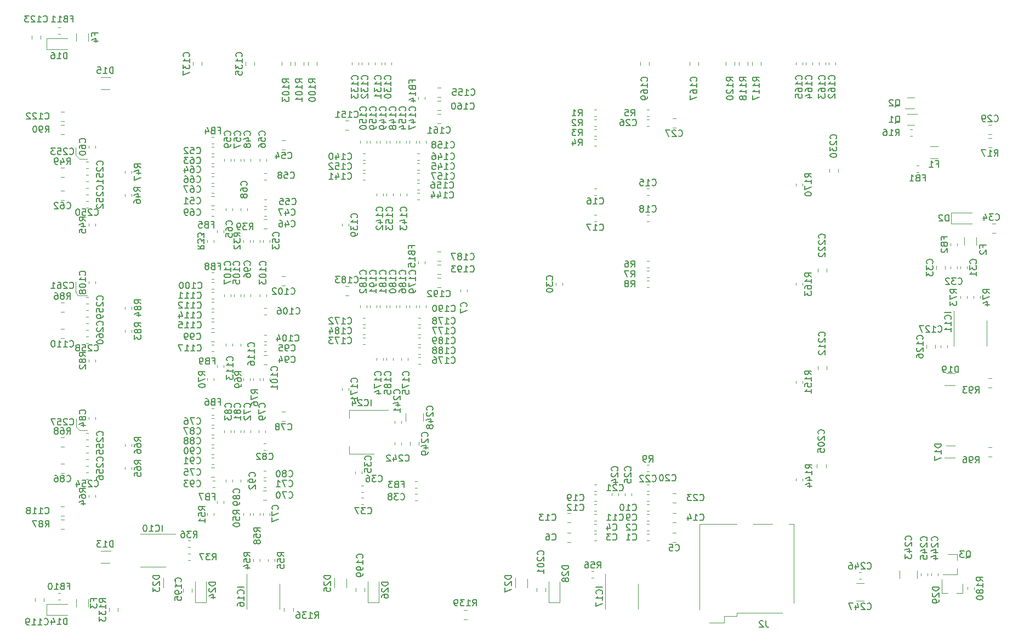
<source format=gbr>
%TF.GenerationSoftware,KiCad,Pcbnew,(5.1.5)-3*%
%TF.CreationDate,2020-11-13T11:58:21+01:00*%
%TF.ProjectId,RpiSecLab,52706953-6563-44c6-9162-2e6b69636164,rev?*%
%TF.SameCoordinates,Original*%
%TF.FileFunction,Legend,Bot*%
%TF.FilePolarity,Positive*%
%FSLAX46Y46*%
G04 Gerber Fmt 4.6, Leading zero omitted, Abs format (unit mm)*
G04 Created by KiCad (PCBNEW (5.1.5)-3) date 2020-11-13 11:58:21*
%MOMM*%
%LPD*%
G04 APERTURE LIST*
%ADD10C,0.120000*%
%ADD11C,0.150000*%
G04 APERTURE END LIST*
D10*
X37592000Y-73533000D02*
X37592000Y-72390000D01*
X37719000Y-73660000D02*
X37592000Y-73533000D01*
X38227000Y-74168000D02*
X37719000Y-73660000D01*
X39370000Y-74168000D02*
X38227000Y-74168000D01*
X37592000Y-94615000D02*
X37592000Y-93091000D01*
X37973000Y-95250000D02*
X37592000Y-94615000D01*
X39370000Y-95250000D02*
X37973000Y-95250000D01*
X37719000Y-115570000D02*
X37719000Y-114300000D01*
X38227000Y-116078000D02*
X37719000Y-115570000D01*
X39370000Y-116078000D02*
X38227000Y-116078000D01*
X39207221Y-79631000D02*
X39532779Y-79631000D01*
X39207221Y-78611000D02*
X39532779Y-78611000D01*
X39181721Y-96522000D02*
X39507279Y-96522000D01*
X39181721Y-95502000D02*
X39507279Y-95502000D01*
X39207221Y-100586000D02*
X39532779Y-100586000D01*
X39207221Y-99566000D02*
X39532779Y-99566000D01*
X39207221Y-98554000D02*
X39532779Y-98554000D01*
X39207221Y-97534000D02*
X39532779Y-97534000D01*
X39207221Y-102618000D02*
X39532779Y-102618000D01*
X39207221Y-101598000D02*
X39532779Y-101598000D01*
X39207221Y-117477000D02*
X39532779Y-117477000D01*
X39207221Y-116457000D02*
X39532779Y-116457000D01*
X39207221Y-121541000D02*
X39532779Y-121541000D01*
X39207221Y-120521000D02*
X39532779Y-120521000D01*
X39207221Y-119509000D02*
X39532779Y-119509000D01*
X39207221Y-118489000D02*
X39532779Y-118489000D01*
X39207221Y-123573000D02*
X39532779Y-123573000D01*
X39207221Y-122553000D02*
X39532779Y-122553000D01*
X39207221Y-75567000D02*
X39532779Y-75567000D01*
X39207221Y-74547000D02*
X39532779Y-74547000D01*
X39207221Y-77599000D02*
X39532779Y-77599000D01*
X39207221Y-76579000D02*
X39532779Y-76579000D01*
X39207221Y-81663000D02*
X39532779Y-81663000D01*
X39207221Y-80643000D02*
X39532779Y-80643000D01*
X126146779Y-133098000D02*
X125821221Y-133098000D01*
X126146779Y-132078000D02*
X125821221Y-132078000D01*
X126146779Y-130554000D02*
X125821221Y-130554000D01*
X126146779Y-131574000D02*
X125821221Y-131574000D01*
X117693221Y-132078000D02*
X118018779Y-132078000D01*
X117693221Y-133098000D02*
X118018779Y-133098000D01*
X117693221Y-131574000D02*
X118018779Y-131574000D01*
X117693221Y-130554000D02*
X118018779Y-130554000D01*
X129789422Y-133298000D02*
X130306578Y-133298000D01*
X129789422Y-131878000D02*
X130306578Y-131878000D01*
X114050578Y-133298000D02*
X113533422Y-133298000D01*
X114050578Y-131878000D02*
X113533422Y-131878000D01*
X98046000Y-94650779D02*
X98046000Y-94325221D01*
X97026000Y-94650779D02*
X97026000Y-94325221D01*
X126146779Y-130050000D02*
X125821221Y-130050000D01*
X126146779Y-129030000D02*
X125821221Y-129030000D01*
X126146779Y-127506000D02*
X125821221Y-127506000D01*
X126146779Y-128526000D02*
X125821221Y-128526000D01*
X117693221Y-129030000D02*
X118018779Y-129030000D01*
X117693221Y-130050000D02*
X118018779Y-130050000D01*
X117693221Y-128526000D02*
X118018779Y-128526000D01*
X117693221Y-127506000D02*
X118018779Y-127506000D01*
X114050578Y-130250000D02*
X113533422Y-130250000D01*
X114050578Y-128830000D02*
X113533422Y-128830000D01*
X129789422Y-130250000D02*
X130306578Y-130250000D01*
X129789422Y-128830000D02*
X130306578Y-128830000D01*
X126146779Y-79758000D02*
X125821221Y-79758000D01*
X126146779Y-78738000D02*
X125821221Y-78738000D01*
X117693221Y-79758000D02*
X118018779Y-79758000D01*
X117693221Y-78738000D02*
X118018779Y-78738000D01*
X117693221Y-82802000D02*
X118018779Y-82802000D01*
X117693221Y-83822000D02*
X118018779Y-83822000D01*
X126146779Y-82802000D02*
X125821221Y-82802000D01*
X126146779Y-83822000D02*
X125821221Y-83822000D01*
X117693221Y-127002000D02*
X118018779Y-127002000D01*
X117693221Y-125982000D02*
X118018779Y-125982000D01*
X126146779Y-127002000D02*
X125821221Y-127002000D01*
X126146779Y-125982000D02*
X125821221Y-125982000D01*
X117693221Y-125478000D02*
X118018779Y-125478000D01*
X117693221Y-124458000D02*
X118018779Y-124458000D01*
X126146779Y-125478000D02*
X125821221Y-125478000D01*
X126146779Y-124458000D02*
X125821221Y-124458000D01*
X129789422Y-127202000D02*
X130306578Y-127202000D01*
X129789422Y-125782000D02*
X130306578Y-125782000D01*
X120394000Y-126146779D02*
X120394000Y-125821221D01*
X121414000Y-126146779D02*
X121414000Y-125821221D01*
X123446000Y-126146779D02*
X123446000Y-125821221D01*
X122426000Y-126146779D02*
X122426000Y-125821221D01*
X126146779Y-69090000D02*
X125821221Y-69090000D01*
X126146779Y-68070000D02*
X125821221Y-68070000D01*
X129789422Y-67870000D02*
X130306578Y-67870000D01*
X129789422Y-69290000D02*
X130306578Y-69290000D01*
X179074578Y-68886000D02*
X178557422Y-68886000D01*
X179074578Y-70306000D02*
X178557422Y-70306000D01*
X112778000Y-93309221D02*
X112778000Y-93634779D01*
X111758000Y-93309221D02*
X111758000Y-93634779D01*
X174242000Y-90769221D02*
X174242000Y-91094779D01*
X175262000Y-90769221D02*
X175262000Y-91094779D01*
X172718000Y-90769221D02*
X172718000Y-91094779D01*
X173738000Y-90769221D02*
X173738000Y-91094779D01*
X170486000Y-90673422D02*
X170486000Y-91190578D01*
X171906000Y-90673422D02*
X171906000Y-91190578D01*
X179661078Y-84126000D02*
X179143922Y-84126000D01*
X179661078Y-85546000D02*
X179143922Y-85546000D01*
X80770000Y-122392221D02*
X80770000Y-122717779D01*
X81790000Y-122392221D02*
X81790000Y-122717779D01*
X81752221Y-125605000D02*
X82077779Y-125605000D01*
X81752221Y-124585000D02*
X82077779Y-124585000D01*
X81752221Y-126490000D02*
X82077779Y-126490000D01*
X81752221Y-127510000D02*
X82077779Y-127510000D01*
X90332779Y-126875000D02*
X90007221Y-126875000D01*
X90332779Y-125855000D02*
X90007221Y-125855000D01*
X67187578Y-83491000D02*
X66670422Y-83491000D01*
X67187578Y-84911000D02*
X66670422Y-84911000D01*
X67091779Y-82933000D02*
X66766221Y-82933000D01*
X67091779Y-81913000D02*
X66766221Y-81913000D01*
X63625000Y-74132221D02*
X63625000Y-74457779D01*
X64645000Y-74132221D02*
X64645000Y-74457779D01*
X58542422Y-79935000D02*
X59059578Y-79935000D01*
X58542422Y-81355000D02*
X59059578Y-81355000D01*
X58638221Y-73281000D02*
X58963779Y-73281000D01*
X58638221Y-72261000D02*
X58963779Y-72261000D01*
X67566000Y-86705221D02*
X67566000Y-87030779D01*
X66546000Y-86705221D02*
X66546000Y-87030779D01*
X69464422Y-71299000D02*
X69981578Y-71299000D01*
X69464422Y-72719000D02*
X69981578Y-72719000D01*
X67091779Y-81409000D02*
X66766221Y-81409000D01*
X67091779Y-80389000D02*
X66766221Y-80389000D01*
X66038000Y-74132221D02*
X66038000Y-74457779D01*
X67058000Y-74132221D02*
X67058000Y-74457779D01*
X62101000Y-74132221D02*
X62101000Y-74457779D01*
X63121000Y-74132221D02*
X63121000Y-74457779D01*
X67091779Y-77345000D02*
X66766221Y-77345000D01*
X67091779Y-76325000D02*
X66766221Y-76325000D01*
X60577000Y-74132221D02*
X60577000Y-74457779D01*
X61597000Y-74132221D02*
X61597000Y-74457779D01*
X40642000Y-72100221D02*
X40642000Y-72425779D01*
X39622000Y-72100221D02*
X39622000Y-72425779D01*
X35301422Y-80466000D02*
X35818578Y-80466000D01*
X35301422Y-79046000D02*
X35818578Y-79046000D01*
X58638221Y-73785000D02*
X58963779Y-73785000D01*
X58638221Y-74805000D02*
X58963779Y-74805000D01*
X58638221Y-76329000D02*
X58963779Y-76329000D01*
X58638221Y-75309000D02*
X58963779Y-75309000D01*
X60831000Y-82077779D02*
X60831000Y-81752221D01*
X61851000Y-82077779D02*
X61851000Y-81752221D01*
X58638221Y-76833000D02*
X58963779Y-76833000D01*
X58638221Y-77853000D02*
X58963779Y-77853000D01*
X58638221Y-79377000D02*
X58963779Y-79377000D01*
X58638221Y-78357000D02*
X58963779Y-78357000D01*
X64137000Y-82077779D02*
X64137000Y-81752221D01*
X63117000Y-82077779D02*
X63117000Y-81752221D01*
X58638221Y-82933000D02*
X58963779Y-82933000D01*
X58638221Y-81913000D02*
X58963779Y-81913000D01*
X67060578Y-125401000D02*
X66543422Y-125401000D01*
X67060578Y-126821000D02*
X66543422Y-126821000D01*
X66964779Y-123823000D02*
X66639221Y-123823000D01*
X66964779Y-124843000D02*
X66639221Y-124843000D01*
X64645000Y-116042221D02*
X64645000Y-116367779D01*
X63625000Y-116042221D02*
X63625000Y-116367779D01*
X58542422Y-121845000D02*
X59059578Y-121845000D01*
X58542422Y-123265000D02*
X59059578Y-123265000D01*
X58638221Y-115191000D02*
X58963779Y-115191000D01*
X58638221Y-114171000D02*
X58963779Y-114171000D01*
X66546000Y-128869221D02*
X66546000Y-129194779D01*
X67566000Y-128869221D02*
X67566000Y-129194779D01*
X69464422Y-114629000D02*
X69981578Y-114629000D01*
X69464422Y-113209000D02*
X69981578Y-113209000D01*
X65911000Y-116042221D02*
X65911000Y-116367779D01*
X66931000Y-116042221D02*
X66931000Y-116367779D01*
X66964779Y-123319000D02*
X66639221Y-123319000D01*
X66964779Y-122299000D02*
X66639221Y-122299000D01*
X62101000Y-116042221D02*
X62101000Y-116367779D01*
X63121000Y-116042221D02*
X63121000Y-116367779D01*
X66964779Y-118108000D02*
X66639221Y-118108000D01*
X66964779Y-119128000D02*
X66639221Y-119128000D01*
X61597000Y-116042221D02*
X61597000Y-116367779D01*
X60577000Y-116042221D02*
X60577000Y-116367779D01*
X40642000Y-114010221D02*
X40642000Y-114335779D01*
X39622000Y-114010221D02*
X39622000Y-114335779D01*
X35301422Y-121210000D02*
X35818578Y-121210000D01*
X35301422Y-122630000D02*
X35818578Y-122630000D01*
X58638221Y-116715000D02*
X58963779Y-116715000D01*
X58638221Y-115695000D02*
X58963779Y-115695000D01*
X58638221Y-117219000D02*
X58963779Y-117219000D01*
X58638221Y-118239000D02*
X58963779Y-118239000D01*
X61851000Y-123987779D02*
X61851000Y-123662221D01*
X60831000Y-123987779D02*
X60831000Y-123662221D01*
X58638221Y-118743000D02*
X58963779Y-118743000D01*
X58638221Y-119763000D02*
X58963779Y-119763000D01*
X58638221Y-121287000D02*
X58963779Y-121287000D01*
X58638221Y-120267000D02*
X58963779Y-120267000D01*
X64137000Y-123987779D02*
X64137000Y-123662221D01*
X63117000Y-123987779D02*
X63117000Y-123662221D01*
X58765221Y-123823000D02*
X59090779Y-123823000D01*
X58765221Y-124843000D02*
X59090779Y-124843000D01*
X67187578Y-104446000D02*
X66670422Y-104446000D01*
X67187578Y-105866000D02*
X66670422Y-105866000D01*
X67091779Y-103888000D02*
X66766221Y-103888000D01*
X67091779Y-102868000D02*
X66766221Y-102868000D01*
X63625000Y-95087221D02*
X63625000Y-95412779D01*
X64645000Y-95087221D02*
X64645000Y-95412779D01*
X58542422Y-100890000D02*
X59059578Y-100890000D01*
X58542422Y-102310000D02*
X59059578Y-102310000D01*
X58638221Y-93216000D02*
X58963779Y-93216000D01*
X58638221Y-94236000D02*
X58963779Y-94236000D01*
X66546000Y-108041221D02*
X66546000Y-108366779D01*
X67566000Y-108041221D02*
X67566000Y-108366779D01*
X69464422Y-93674000D02*
X69981578Y-93674000D01*
X69464422Y-92254000D02*
X69981578Y-92254000D01*
X67058000Y-95087221D02*
X67058000Y-95412779D01*
X66038000Y-95087221D02*
X66038000Y-95412779D01*
X67091779Y-101344000D02*
X66766221Y-101344000D01*
X67091779Y-102364000D02*
X66766221Y-102364000D01*
X62101000Y-95087221D02*
X62101000Y-95412779D01*
X63121000Y-95087221D02*
X63121000Y-95412779D01*
X67091779Y-97153000D02*
X66766221Y-97153000D01*
X67091779Y-98173000D02*
X66766221Y-98173000D01*
X61597000Y-95087221D02*
X61597000Y-95412779D01*
X60577000Y-95087221D02*
X60577000Y-95412779D01*
X39622000Y-93055221D02*
X39622000Y-93380779D01*
X40642000Y-93055221D02*
X40642000Y-93380779D01*
X35301422Y-101802000D02*
X35818578Y-101802000D01*
X35301422Y-100382000D02*
X35818578Y-100382000D01*
X58638221Y-95760000D02*
X58963779Y-95760000D01*
X58638221Y-94740000D02*
X58963779Y-94740000D01*
X58638221Y-96264000D02*
X58963779Y-96264000D01*
X58638221Y-97284000D02*
X58963779Y-97284000D01*
X60831000Y-103032779D02*
X60831000Y-102707221D01*
X61851000Y-103032779D02*
X61851000Y-102707221D01*
X58638221Y-98808000D02*
X58963779Y-98808000D01*
X58638221Y-97788000D02*
X58963779Y-97788000D01*
X58638221Y-99312000D02*
X58963779Y-99312000D01*
X58638221Y-100332000D02*
X58963779Y-100332000D01*
X63117000Y-103032779D02*
X63117000Y-102707221D01*
X64137000Y-103032779D02*
X64137000Y-102707221D01*
X58638221Y-103888000D02*
X58963779Y-103888000D01*
X58638221Y-102868000D02*
X58963779Y-102868000D01*
X35301422Y-127814000D02*
X35818578Y-127814000D01*
X35301422Y-129234000D02*
X35818578Y-129234000D01*
X32714000Y-141981422D02*
X32714000Y-142498578D01*
X31294000Y-141981422D02*
X31294000Y-142498578D01*
X35301422Y-68274000D02*
X35818578Y-68274000D01*
X35301422Y-66854000D02*
X35818578Y-66854000D01*
X32206000Y-55630578D02*
X32206000Y-55113422D01*
X30786000Y-55630578D02*
X30786000Y-55113422D01*
X168962000Y-103382578D02*
X168962000Y-102865422D01*
X170382000Y-103382578D02*
X170382000Y-102865422D01*
X171194000Y-103286779D02*
X171194000Y-102961221D01*
X172214000Y-103286779D02*
X172214000Y-102961221D01*
X85342000Y-59598779D02*
X85342000Y-59273221D01*
X86362000Y-59598779D02*
X86362000Y-59273221D01*
X83818000Y-59273221D02*
X83818000Y-59598779D01*
X84838000Y-59273221D02*
X84838000Y-59598779D01*
X81786000Y-59598779D02*
X81786000Y-59273221D01*
X82806000Y-59598779D02*
X82806000Y-59273221D01*
X80262000Y-59273221D02*
X80262000Y-59598779D01*
X81282000Y-59273221D02*
X81282000Y-59598779D01*
X65226000Y-59177422D02*
X65226000Y-59694578D01*
X63806000Y-59177422D02*
X63806000Y-59694578D01*
X55678000Y-59177422D02*
X55678000Y-59694578D01*
X57098000Y-59177422D02*
X57098000Y-59694578D01*
X78738000Y-84490779D02*
X78738000Y-84165221D01*
X79758000Y-84490779D02*
X79758000Y-84165221D01*
X82006221Y-74297000D02*
X82331779Y-74297000D01*
X82006221Y-73277000D02*
X82331779Y-73277000D01*
X82006221Y-77345000D02*
X82331779Y-77345000D01*
X82006221Y-76325000D02*
X82331779Y-76325000D01*
X84072000Y-79791779D02*
X84072000Y-79466221D01*
X85092000Y-79791779D02*
X85092000Y-79466221D01*
X87755000Y-79791779D02*
X87755000Y-79466221D01*
X88775000Y-79791779D02*
X88775000Y-79466221D01*
X90713779Y-80393000D02*
X90388221Y-80393000D01*
X90713779Y-79373000D02*
X90388221Y-79373000D01*
X90713779Y-75821000D02*
X90388221Y-75821000D01*
X90713779Y-74801000D02*
X90388221Y-74801000D01*
X90713779Y-74297000D02*
X90388221Y-74297000D01*
X90713779Y-73277000D02*
X90388221Y-73277000D01*
X89152000Y-71338221D02*
X89152000Y-71663779D01*
X90172000Y-71338221D02*
X90172000Y-71663779D01*
X87124000Y-71338221D02*
X87124000Y-71663779D01*
X86104000Y-71338221D02*
X86104000Y-71663779D01*
X84580000Y-71338221D02*
X84580000Y-71663779D01*
X85600000Y-71338221D02*
X85600000Y-71663779D01*
X82552000Y-71338221D02*
X82552000Y-71663779D01*
X81532000Y-71338221D02*
X81532000Y-71663779D01*
X79760578Y-68251000D02*
X79243422Y-68251000D01*
X79760578Y-69671000D02*
X79243422Y-69671000D01*
X82006221Y-75821000D02*
X82331779Y-75821000D01*
X82006221Y-74801000D02*
X82331779Y-74801000D01*
X85596000Y-79791779D02*
X85596000Y-79466221D01*
X86616000Y-79791779D02*
X86616000Y-79466221D01*
X87628000Y-71338221D02*
X87628000Y-71663779D01*
X88648000Y-71338221D02*
X88648000Y-71663779D01*
X93467422Y-63171000D02*
X93984578Y-63171000D01*
X93467422Y-64591000D02*
X93984578Y-64591000D01*
X90713779Y-77849000D02*
X90388221Y-77849000D01*
X90713779Y-78869000D02*
X90388221Y-78869000D01*
X90713779Y-77345000D02*
X90388221Y-77345000D01*
X90713779Y-76325000D02*
X90388221Y-76325000D01*
X90676000Y-71663779D02*
X90676000Y-71338221D01*
X91696000Y-71663779D02*
X91696000Y-71338221D01*
X83056000Y-71338221D02*
X83056000Y-71663779D01*
X84076000Y-71338221D02*
X84076000Y-71663779D01*
X93467422Y-65203000D02*
X93984578Y-65203000D01*
X93467422Y-66623000D02*
X93984578Y-66623000D01*
X93467422Y-68655000D02*
X93984578Y-68655000D01*
X93467422Y-67235000D02*
X93984578Y-67235000D01*
X154942000Y-59598779D02*
X154942000Y-59273221D01*
X153922000Y-59598779D02*
X153922000Y-59273221D01*
X153418000Y-59273221D02*
X153418000Y-59598779D01*
X152398000Y-59273221D02*
X152398000Y-59598779D01*
X151386000Y-59598779D02*
X151386000Y-59273221D01*
X150366000Y-59598779D02*
X150366000Y-59273221D01*
X149862000Y-59273221D02*
X149862000Y-59598779D01*
X148842000Y-59273221D02*
X148842000Y-59598779D01*
X132386000Y-59177422D02*
X132386000Y-59694578D01*
X133806000Y-59177422D02*
X133806000Y-59694578D01*
X126186000Y-59177422D02*
X126186000Y-59694578D01*
X124766000Y-59177422D02*
X124766000Y-59694578D01*
X79758000Y-109890779D02*
X79758000Y-109565221D01*
X78738000Y-109890779D02*
X78738000Y-109565221D01*
X82006221Y-98677000D02*
X82331779Y-98677000D01*
X82006221Y-99697000D02*
X82331779Y-99697000D01*
X82006221Y-101725000D02*
X82331779Y-101725000D01*
X82006221Y-102745000D02*
X82331779Y-102745000D01*
X85092000Y-105191779D02*
X85092000Y-104866221D01*
X84072000Y-105191779D02*
X84072000Y-104866221D01*
X87882000Y-105191779D02*
X87882000Y-104866221D01*
X88902000Y-105191779D02*
X88902000Y-104866221D01*
X90840779Y-104773000D02*
X90515221Y-104773000D01*
X90840779Y-105793000D02*
X90515221Y-105793000D01*
X90840779Y-101221000D02*
X90515221Y-101221000D01*
X90840779Y-100201000D02*
X90515221Y-100201000D01*
X90840779Y-98677000D02*
X90515221Y-98677000D01*
X90840779Y-99697000D02*
X90515221Y-99697000D01*
X90172000Y-96738221D02*
X90172000Y-97063779D01*
X89152000Y-96738221D02*
X89152000Y-97063779D01*
X87124000Y-96738221D02*
X87124000Y-97063779D01*
X86104000Y-96738221D02*
X86104000Y-97063779D01*
X84580000Y-96738221D02*
X84580000Y-97063779D01*
X85600000Y-96738221D02*
X85600000Y-97063779D01*
X82552000Y-96738221D02*
X82552000Y-97063779D01*
X81532000Y-96738221D02*
X81532000Y-97063779D01*
X79760578Y-93778000D02*
X79243422Y-93778000D01*
X79760578Y-95198000D02*
X79243422Y-95198000D01*
X82006221Y-101221000D02*
X82331779Y-101221000D01*
X82006221Y-100201000D02*
X82331779Y-100201000D01*
X85596000Y-105191779D02*
X85596000Y-104866221D01*
X86616000Y-105191779D02*
X86616000Y-104866221D01*
X87628000Y-96738221D02*
X87628000Y-97063779D01*
X88648000Y-96738221D02*
X88648000Y-97063779D01*
X93467422Y-88444000D02*
X93984578Y-88444000D01*
X93467422Y-89864000D02*
X93984578Y-89864000D01*
X90840779Y-104269000D02*
X90515221Y-104269000D01*
X90840779Y-103249000D02*
X90515221Y-103249000D01*
X90840779Y-101725000D02*
X90515221Y-101725000D01*
X90840779Y-102745000D02*
X90515221Y-102745000D01*
X90676000Y-97063779D02*
X90676000Y-96738221D01*
X91696000Y-97063779D02*
X91696000Y-96738221D01*
X83056000Y-96738221D02*
X83056000Y-97063779D01*
X84076000Y-96738221D02*
X84076000Y-97063779D01*
X93467422Y-93928000D02*
X93984578Y-93928000D01*
X93467422Y-92508000D02*
X93984578Y-92508000D01*
X93467422Y-90476000D02*
X93984578Y-90476000D01*
X93467422Y-91896000D02*
X93984578Y-91896000D01*
X55574000Y-141053078D02*
X55574000Y-140535922D01*
X54154000Y-141053078D02*
X54154000Y-140535922D01*
X80824000Y-140974578D02*
X80824000Y-140457422D01*
X82244000Y-140974578D02*
X82244000Y-140457422D01*
X110184000Y-140974578D02*
X110184000Y-140457422D01*
X108764000Y-140974578D02*
X108764000Y-140457422D01*
X152071000Y-121280422D02*
X152071000Y-121797578D01*
X153491000Y-121280422D02*
X153491000Y-121797578D01*
X152198000Y-106167422D02*
X152198000Y-106684578D01*
X153618000Y-106167422D02*
X153618000Y-106684578D01*
X152198000Y-91054422D02*
X152198000Y-91571578D01*
X153618000Y-91054422D02*
X153618000Y-91571578D01*
X153976000Y-75687422D02*
X153976000Y-76204578D01*
X155396000Y-75687422D02*
X155396000Y-76204578D01*
X86866000Y-114645221D02*
X86866000Y-114970779D01*
X87886000Y-114645221D02*
X87886000Y-114970779D01*
X87886000Y-118272779D02*
X87886000Y-117947221D01*
X86866000Y-118272779D02*
X86866000Y-117947221D01*
X164883000Y-137700936D02*
X164883000Y-138905064D01*
X167603000Y-137700936D02*
X167603000Y-138905064D01*
X170817000Y-138140221D02*
X170817000Y-138465779D01*
X169797000Y-138140221D02*
X169797000Y-138465779D01*
X169166000Y-138140221D02*
X169166000Y-138465779D01*
X168146000Y-138140221D02*
X168146000Y-138465779D01*
X158912779Y-137970800D02*
X158587221Y-137970800D01*
X158912779Y-138990800D02*
X158587221Y-138990800D01*
X159352064Y-139660800D02*
X158147936Y-139660800D01*
X159352064Y-142380800D02*
X158147936Y-142380800D01*
X91276000Y-113443936D02*
X91276000Y-114648064D01*
X88556000Y-113443936D02*
X88556000Y-114648064D01*
X90626000Y-118368578D02*
X90626000Y-117851422D01*
X89206000Y-118368578D02*
X89206000Y-117851422D01*
X172852000Y-84162000D02*
X176002000Y-84162000D01*
X172852000Y-82462000D02*
X176002000Y-82462000D01*
X172852000Y-84162000D02*
X172852000Y-82462000D01*
X41464000Y-134726000D02*
X43054000Y-134726000D01*
X41464000Y-136546000D02*
X42864000Y-136546000D01*
X33152000Y-144614000D02*
X36302000Y-144614000D01*
X33152000Y-142914000D02*
X36302000Y-142914000D01*
X33152000Y-144614000D02*
X33152000Y-142914000D01*
X41464000Y-63394000D02*
X42864000Y-63394000D01*
X41464000Y-61574000D02*
X43054000Y-61574000D01*
X33152000Y-57238000D02*
X33152000Y-55538000D01*
X33152000Y-55538000D02*
X36302000Y-55538000D01*
X33152000Y-57238000D02*
X36302000Y-57238000D01*
X173420000Y-118470000D02*
X172020000Y-118470000D01*
X173420000Y-120290000D02*
X171830000Y-120290000D01*
X173420000Y-109114000D02*
X171830000Y-109114000D01*
X173420000Y-107294000D02*
X172020000Y-107294000D01*
X52980000Y-140400000D02*
X52980000Y-139000000D01*
X51160000Y-140400000D02*
X51160000Y-138810000D01*
X57746000Y-142616000D02*
X57746000Y-139466000D01*
X56046000Y-142616000D02*
X56046000Y-139466000D01*
X57746000Y-142616000D02*
X56046000Y-142616000D01*
X77576000Y-140400000D02*
X77576000Y-138810000D01*
X79396000Y-140400000D02*
X79396000Y-139000000D01*
X84416000Y-142616000D02*
X82716000Y-142616000D01*
X82716000Y-142616000D02*
X82716000Y-139466000D01*
X84416000Y-142616000D02*
X84416000Y-139466000D01*
X105516000Y-140400000D02*
X105516000Y-138810000D01*
X107336000Y-140400000D02*
X107336000Y-139000000D01*
X112356000Y-142616000D02*
X112356000Y-139466000D01*
X110656000Y-142616000D02*
X110656000Y-139466000D01*
X112356000Y-142616000D02*
X110656000Y-142616000D01*
X174554000Y-141222000D02*
X174554000Y-139762000D01*
X171394000Y-141222000D02*
X171394000Y-139062000D01*
X171394000Y-141222000D02*
X172324000Y-141222000D01*
X174554000Y-141222000D02*
X173624000Y-141222000D01*
X169577936Y-74062000D02*
X170782064Y-74062000D01*
X169577936Y-72242000D02*
X170782064Y-72242000D01*
X176678000Y-86265936D02*
X176678000Y-87470064D01*
X174858000Y-86265936D02*
X174858000Y-87470064D01*
X37698000Y-143350064D02*
X37698000Y-142145936D01*
X39518000Y-143350064D02*
X39518000Y-142145936D01*
X37698000Y-54769936D02*
X37698000Y-55974064D01*
X39518000Y-54769936D02*
X39518000Y-55974064D01*
X167468733Y-76202000D02*
X167811267Y-76202000D01*
X167468733Y-75182000D02*
X167811267Y-75182000D01*
X173738000Y-87204733D02*
X173738000Y-87547267D01*
X172718000Y-87204733D02*
X172718000Y-87547267D01*
X89998733Y-124970000D02*
X90341267Y-124970000D01*
X89998733Y-123950000D02*
X90341267Y-123950000D01*
X58972267Y-70737000D02*
X58629733Y-70737000D01*
X58972267Y-71757000D02*
X58629733Y-71757000D01*
X59434000Y-85172733D02*
X59434000Y-85515267D01*
X60454000Y-85172733D02*
X60454000Y-85515267D01*
X58972267Y-112647000D02*
X58629733Y-112647000D01*
X58972267Y-113667000D02*
X58629733Y-113667000D01*
X60454000Y-126955733D02*
X60454000Y-127298267D01*
X59434000Y-126955733D02*
X59434000Y-127298267D01*
X58972267Y-92712000D02*
X58629733Y-92712000D01*
X58972267Y-91692000D02*
X58629733Y-91692000D01*
X59434000Y-106000733D02*
X59434000Y-106343267D01*
X60454000Y-106000733D02*
X60454000Y-106343267D01*
X34880733Y-142242000D02*
X35223267Y-142242000D01*
X34880733Y-141222000D02*
X35223267Y-141222000D01*
X34880733Y-54866000D02*
X35223267Y-54866000D01*
X34880733Y-53846000D02*
X35223267Y-53846000D01*
X91569000Y-64941267D02*
X91569000Y-64598733D01*
X90549000Y-64941267D02*
X90549000Y-64598733D01*
X90549000Y-90341267D02*
X90549000Y-89998733D01*
X91569000Y-90341267D02*
X91569000Y-89998733D01*
X49530000Y-137180000D02*
X47580000Y-137180000D01*
X49530000Y-137180000D02*
X51480000Y-137180000D01*
X49530000Y-132060000D02*
X47580000Y-132060000D01*
X49530000Y-132060000D02*
X52980000Y-132060000D01*
X173208000Y-101092000D02*
X173208000Y-97642000D01*
X173208000Y-101092000D02*
X173208000Y-103042000D01*
X178328000Y-101092000D02*
X178328000Y-99142000D01*
X178328000Y-101092000D02*
X178328000Y-103042000D01*
X69108000Y-141732000D02*
X69108000Y-143682000D01*
X69108000Y-141732000D02*
X69108000Y-139782000D01*
X63988000Y-141732000D02*
X63988000Y-143682000D01*
X63988000Y-141732000D02*
X63988000Y-138282000D01*
X119360000Y-141732000D02*
X119360000Y-138282000D01*
X119360000Y-141732000D02*
X119360000Y-143682000D01*
X124480000Y-141732000D02*
X124480000Y-139782000D01*
X124480000Y-141732000D02*
X124480000Y-143682000D01*
X85888000Y-112922000D02*
X79878000Y-112922000D01*
X83638000Y-119742000D02*
X79878000Y-119742000D01*
X79878000Y-112922000D02*
X79878000Y-114182000D01*
X79878000Y-119742000D02*
X79878000Y-118482000D01*
X148472000Y-142774000D02*
X148472000Y-130524000D01*
X135472000Y-145774000D02*
X137722000Y-145774000D01*
X137722000Y-145774000D02*
X137722000Y-144774000D01*
X137722000Y-144774000D02*
X139722000Y-144774000D01*
X139722000Y-144774000D02*
X139722000Y-144274000D01*
X139722000Y-144274000D02*
X146722000Y-144274000D01*
X139722000Y-130524000D02*
X133972000Y-130524000D01*
X133972000Y-130524000D02*
X133972000Y-143774000D01*
X145222000Y-130524000D02*
X142222000Y-130524000D01*
X148472000Y-130524000D02*
X147722000Y-130524000D01*
X166074000Y-68922000D02*
X167174000Y-68922000D01*
X166074000Y-67222000D02*
X167524000Y-67222000D01*
X167174000Y-66382000D02*
X165724000Y-66382000D01*
X167174000Y-64682000D02*
X166074000Y-64682000D01*
X173734000Y-135199000D02*
X172274000Y-135199000D01*
X173734000Y-138359000D02*
X171574000Y-138359000D01*
X173734000Y-138359000D02*
X173734000Y-137429000D01*
X173734000Y-135199000D02*
X173734000Y-136129000D01*
X118018779Y-67566000D02*
X117693221Y-67566000D01*
X118018779Y-66546000D02*
X117693221Y-66546000D01*
X118018779Y-68070000D02*
X117693221Y-68070000D01*
X118018779Y-69090000D02*
X117693221Y-69090000D01*
X118018779Y-70614000D02*
X117693221Y-70614000D01*
X118018779Y-69594000D02*
X117693221Y-69594000D01*
X118018779Y-71118000D02*
X117693221Y-71118000D01*
X118018779Y-72138000D02*
X117693221Y-72138000D01*
X125821221Y-66546000D02*
X126146779Y-66546000D01*
X125821221Y-67566000D02*
X126146779Y-67566000D01*
X126146779Y-90934000D02*
X125821221Y-90934000D01*
X126146779Y-89914000D02*
X125821221Y-89914000D01*
X126146779Y-91438000D02*
X125821221Y-91438000D01*
X126146779Y-92458000D02*
X125821221Y-92458000D01*
X126146779Y-93982000D02*
X125821221Y-93982000D01*
X126146779Y-92962000D02*
X125821221Y-92962000D01*
X126146779Y-121410000D02*
X125821221Y-121410000D01*
X126146779Y-122430000D02*
X125821221Y-122430000D01*
X166786779Y-69594000D02*
X166461221Y-69594000D01*
X166786779Y-70614000D02*
X166461221Y-70614000D01*
X178557422Y-70918000D02*
X179074578Y-70918000D01*
X178557422Y-72338000D02*
X179074578Y-72338000D01*
X63498000Y-87030779D02*
X63498000Y-86705221D01*
X64518000Y-87030779D02*
X64518000Y-86705221D01*
X58930000Y-87030779D02*
X58930000Y-86705221D01*
X57910000Y-87030779D02*
X57910000Y-86705221D01*
X55280779Y-133094000D02*
X54955221Y-133094000D01*
X55280779Y-134114000D02*
X54955221Y-134114000D01*
X55280779Y-136146000D02*
X54955221Y-136146000D01*
X55280779Y-135126000D02*
X54955221Y-135126000D01*
X66042000Y-87030779D02*
X66042000Y-86705221D01*
X65022000Y-87030779D02*
X65022000Y-86705221D01*
X39622000Y-84165221D02*
X39622000Y-84490779D01*
X40642000Y-84165221D02*
X40642000Y-84490779D01*
X46230000Y-79918779D02*
X46230000Y-79593221D01*
X45210000Y-79918779D02*
X45210000Y-79593221D01*
X46230000Y-76037221D02*
X46230000Y-76362779D01*
X45210000Y-76037221D02*
X45210000Y-76362779D01*
X35818578Y-75490000D02*
X35301422Y-75490000D01*
X35818578Y-76910000D02*
X35301422Y-76910000D01*
X63498000Y-129194779D02*
X63498000Y-128869221D01*
X64518000Y-129194779D02*
X64518000Y-128869221D01*
X58930000Y-129194779D02*
X58930000Y-128869221D01*
X57910000Y-129194779D02*
X57910000Y-128869221D01*
X66042000Y-135981221D02*
X66042000Y-136306779D01*
X65022000Y-135981221D02*
X65022000Y-136306779D01*
X68328000Y-135981221D02*
X68328000Y-136306779D01*
X67308000Y-135981221D02*
X67308000Y-136306779D01*
X117312221Y-138813000D02*
X117637779Y-138813000D01*
X117312221Y-137793000D02*
X117637779Y-137793000D01*
X65022000Y-129194779D02*
X65022000Y-128869221D01*
X66042000Y-129194779D02*
X66042000Y-128869221D01*
X40642000Y-126075221D02*
X40642000Y-126400779D01*
X39622000Y-126075221D02*
X39622000Y-126400779D01*
X46230000Y-122082779D02*
X46230000Y-121757221D01*
X45210000Y-122082779D02*
X45210000Y-121757221D01*
X46230000Y-118201221D02*
X46230000Y-118526779D01*
X45210000Y-118201221D02*
X45210000Y-118526779D01*
X35818578Y-117146000D02*
X35301422Y-117146000D01*
X35818578Y-118566000D02*
X35301422Y-118566000D01*
X63498000Y-108366779D02*
X63498000Y-108041221D01*
X64518000Y-108366779D02*
X64518000Y-108041221D01*
X57910000Y-108366779D02*
X57910000Y-108041221D01*
X58930000Y-108366779D02*
X58930000Y-108041221D01*
X175262000Y-95341221D02*
X175262000Y-95666779D01*
X174242000Y-95341221D02*
X174242000Y-95666779D01*
X176274000Y-95341221D02*
X176274000Y-95666779D01*
X177294000Y-95341221D02*
X177294000Y-95666779D01*
X65022000Y-108366779D02*
X65022000Y-108041221D01*
X66042000Y-108366779D02*
X66042000Y-108041221D01*
X39622000Y-105120221D02*
X39622000Y-105445779D01*
X40642000Y-105120221D02*
X40642000Y-105445779D01*
X45210000Y-100873779D02*
X45210000Y-100548221D01*
X46230000Y-100873779D02*
X46230000Y-100548221D01*
X45210000Y-96992221D02*
X45210000Y-97317779D01*
X46230000Y-96992221D02*
X46230000Y-97317779D01*
X35818578Y-97738000D02*
X35301422Y-97738000D01*
X35818578Y-96318000D02*
X35301422Y-96318000D01*
X35818578Y-129846000D02*
X35301422Y-129846000D01*
X35818578Y-131266000D02*
X35301422Y-131266000D01*
X35818578Y-70306000D02*
X35301422Y-70306000D01*
X35818578Y-68886000D02*
X35301422Y-68886000D01*
X178557422Y-108002000D02*
X179074578Y-108002000D01*
X178557422Y-109422000D02*
X179074578Y-109422000D01*
X178557422Y-118670000D02*
X179074578Y-118670000D01*
X178557422Y-120090000D02*
X179074578Y-120090000D01*
X73458000Y-59177422D02*
X73458000Y-59694578D01*
X74878000Y-59177422D02*
X74878000Y-59694578D01*
X72846000Y-59177422D02*
X72846000Y-59694578D01*
X71426000Y-59177422D02*
X71426000Y-59694578D01*
X69394000Y-59177422D02*
X69394000Y-59694578D01*
X70814000Y-59177422D02*
X70814000Y-59694578D01*
X143458000Y-59177422D02*
X143458000Y-59694578D01*
X142038000Y-59177422D02*
X142038000Y-59694578D01*
X140006000Y-59177422D02*
X140006000Y-59694578D01*
X141426000Y-59177422D02*
X141426000Y-59694578D01*
X139394000Y-59177422D02*
X139394000Y-59694578D01*
X137974000Y-59177422D02*
X137974000Y-59694578D01*
X44144000Y-143505422D02*
X44144000Y-144022578D01*
X42724000Y-143505422D02*
X42724000Y-144022578D01*
X69775000Y-143505422D02*
X69775000Y-144022578D01*
X71195000Y-143505422D02*
X71195000Y-144022578D01*
X97531422Y-143816000D02*
X98048578Y-143816000D01*
X97531422Y-145236000D02*
X98048578Y-145236000D01*
X148842000Y-123860779D02*
X148842000Y-123535221D01*
X149862000Y-123860779D02*
X149862000Y-123535221D01*
X148842000Y-108747779D02*
X148842000Y-108422221D01*
X149862000Y-108747779D02*
X149862000Y-108422221D01*
X149862000Y-93634779D02*
X149862000Y-93309221D01*
X148842000Y-93634779D02*
X148842000Y-93309221D01*
X149862000Y-78267779D02*
X149862000Y-77942221D01*
X148842000Y-78267779D02*
X148842000Y-77942221D01*
X175385000Y-140273721D02*
X175385000Y-140599279D01*
X176405000Y-140273721D02*
X176405000Y-140599279D01*
D11*
X41759142Y-78890952D02*
X41806761Y-78843333D01*
X41854380Y-78700476D01*
X41854380Y-78605238D01*
X41806761Y-78462380D01*
X41711523Y-78367142D01*
X41616285Y-78319523D01*
X41425809Y-78271904D01*
X41282952Y-78271904D01*
X41092476Y-78319523D01*
X40997238Y-78367142D01*
X40902000Y-78462380D01*
X40854380Y-78605238D01*
X40854380Y-78700476D01*
X40902000Y-78843333D01*
X40949619Y-78890952D01*
X40949619Y-79271904D02*
X40902000Y-79319523D01*
X40854380Y-79414761D01*
X40854380Y-79652857D01*
X40902000Y-79748095D01*
X40949619Y-79795714D01*
X41044857Y-79843333D01*
X41140095Y-79843333D01*
X41282952Y-79795714D01*
X41854380Y-79224285D01*
X41854380Y-79843333D01*
X40854380Y-80748095D02*
X40854380Y-80271904D01*
X41330571Y-80224285D01*
X41282952Y-80271904D01*
X41235333Y-80367142D01*
X41235333Y-80605238D01*
X41282952Y-80700476D01*
X41330571Y-80748095D01*
X41425809Y-80795714D01*
X41663904Y-80795714D01*
X41759142Y-80748095D01*
X41806761Y-80700476D01*
X41854380Y-80605238D01*
X41854380Y-80367142D01*
X41806761Y-80271904D01*
X41759142Y-80224285D01*
X40949619Y-81176666D02*
X40902000Y-81224285D01*
X40854380Y-81319523D01*
X40854380Y-81557619D01*
X40902000Y-81652857D01*
X40949619Y-81700476D01*
X41044857Y-81748095D01*
X41140095Y-81748095D01*
X41282952Y-81700476D01*
X41854380Y-81129047D01*
X41854380Y-81748095D01*
X36679047Y-94083142D02*
X36726666Y-94130761D01*
X36869523Y-94178380D01*
X36964761Y-94178380D01*
X37107619Y-94130761D01*
X37202857Y-94035523D01*
X37250476Y-93940285D01*
X37298095Y-93749809D01*
X37298095Y-93606952D01*
X37250476Y-93416476D01*
X37202857Y-93321238D01*
X37107619Y-93226000D01*
X36964761Y-93178380D01*
X36869523Y-93178380D01*
X36726666Y-93226000D01*
X36679047Y-93273619D01*
X36298095Y-93273619D02*
X36250476Y-93226000D01*
X36155238Y-93178380D01*
X35917142Y-93178380D01*
X35821904Y-93226000D01*
X35774285Y-93273619D01*
X35726666Y-93368857D01*
X35726666Y-93464095D01*
X35774285Y-93606952D01*
X36345714Y-94178380D01*
X35726666Y-94178380D01*
X34869523Y-93178380D02*
X35060000Y-93178380D01*
X35155238Y-93226000D01*
X35202857Y-93273619D01*
X35298095Y-93416476D01*
X35345714Y-93606952D01*
X35345714Y-93987904D01*
X35298095Y-94083142D01*
X35250476Y-94130761D01*
X35155238Y-94178380D01*
X34964761Y-94178380D01*
X34869523Y-94130761D01*
X34821904Y-94083142D01*
X34774285Y-93987904D01*
X34774285Y-93749809D01*
X34821904Y-93654571D01*
X34869523Y-93606952D01*
X34964761Y-93559333D01*
X35155238Y-93559333D01*
X35250476Y-93606952D01*
X35298095Y-93654571D01*
X35345714Y-93749809D01*
X33821904Y-94178380D02*
X34393333Y-94178380D01*
X34107619Y-94178380D02*
X34107619Y-93178380D01*
X34202857Y-93321238D01*
X34298095Y-93416476D01*
X34393333Y-93464095D01*
X41759142Y-99845952D02*
X41806761Y-99798333D01*
X41854380Y-99655476D01*
X41854380Y-99560238D01*
X41806761Y-99417380D01*
X41711523Y-99322142D01*
X41616285Y-99274523D01*
X41425809Y-99226904D01*
X41282952Y-99226904D01*
X41092476Y-99274523D01*
X40997238Y-99322142D01*
X40902000Y-99417380D01*
X40854380Y-99560238D01*
X40854380Y-99655476D01*
X40902000Y-99798333D01*
X40949619Y-99845952D01*
X40949619Y-100226904D02*
X40902000Y-100274523D01*
X40854380Y-100369761D01*
X40854380Y-100607857D01*
X40902000Y-100703095D01*
X40949619Y-100750714D01*
X41044857Y-100798333D01*
X41140095Y-100798333D01*
X41282952Y-100750714D01*
X41854380Y-100179285D01*
X41854380Y-100798333D01*
X40854380Y-101655476D02*
X40854380Y-101465000D01*
X40902000Y-101369761D01*
X40949619Y-101322142D01*
X41092476Y-101226904D01*
X41282952Y-101179285D01*
X41663904Y-101179285D01*
X41759142Y-101226904D01*
X41806761Y-101274523D01*
X41854380Y-101369761D01*
X41854380Y-101560238D01*
X41806761Y-101655476D01*
X41759142Y-101703095D01*
X41663904Y-101750714D01*
X41425809Y-101750714D01*
X41330571Y-101703095D01*
X41282952Y-101655476D01*
X41235333Y-101560238D01*
X41235333Y-101369761D01*
X41282952Y-101274523D01*
X41330571Y-101226904D01*
X41425809Y-101179285D01*
X40854380Y-102369761D02*
X40854380Y-102465000D01*
X40902000Y-102560238D01*
X40949619Y-102607857D01*
X41044857Y-102655476D01*
X41235333Y-102703095D01*
X41473428Y-102703095D01*
X41663904Y-102655476D01*
X41759142Y-102607857D01*
X41806761Y-102560238D01*
X41854380Y-102465000D01*
X41854380Y-102369761D01*
X41806761Y-102274523D01*
X41759142Y-102226904D01*
X41663904Y-102179285D01*
X41473428Y-102131666D01*
X41235333Y-102131666D01*
X41044857Y-102179285D01*
X40949619Y-102226904D01*
X40902000Y-102274523D01*
X40854380Y-102369761D01*
X41759142Y-95908952D02*
X41806761Y-95861333D01*
X41854380Y-95718476D01*
X41854380Y-95623238D01*
X41806761Y-95480380D01*
X41711523Y-95385142D01*
X41616285Y-95337523D01*
X41425809Y-95289904D01*
X41282952Y-95289904D01*
X41092476Y-95337523D01*
X40997238Y-95385142D01*
X40902000Y-95480380D01*
X40854380Y-95623238D01*
X40854380Y-95718476D01*
X40902000Y-95861333D01*
X40949619Y-95908952D01*
X40949619Y-96289904D02*
X40902000Y-96337523D01*
X40854380Y-96432761D01*
X40854380Y-96670857D01*
X40902000Y-96766095D01*
X40949619Y-96813714D01*
X41044857Y-96861333D01*
X41140095Y-96861333D01*
X41282952Y-96813714D01*
X41854380Y-96242285D01*
X41854380Y-96861333D01*
X40854380Y-97766095D02*
X40854380Y-97289904D01*
X41330571Y-97242285D01*
X41282952Y-97289904D01*
X41235333Y-97385142D01*
X41235333Y-97623238D01*
X41282952Y-97718476D01*
X41330571Y-97766095D01*
X41425809Y-97813714D01*
X41663904Y-97813714D01*
X41759142Y-97766095D01*
X41806761Y-97718476D01*
X41854380Y-97623238D01*
X41854380Y-97385142D01*
X41806761Y-97289904D01*
X41759142Y-97242285D01*
X41854380Y-98289904D02*
X41854380Y-98480380D01*
X41806761Y-98575619D01*
X41759142Y-98623238D01*
X41616285Y-98718476D01*
X41425809Y-98766095D01*
X41044857Y-98766095D01*
X40949619Y-98718476D01*
X40902000Y-98670857D01*
X40854380Y-98575619D01*
X40854380Y-98385142D01*
X40902000Y-98289904D01*
X40949619Y-98242285D01*
X41044857Y-98194666D01*
X41282952Y-98194666D01*
X41378190Y-98242285D01*
X41425809Y-98289904D01*
X41473428Y-98385142D01*
X41473428Y-98575619D01*
X41425809Y-98670857D01*
X41378190Y-98718476D01*
X41282952Y-98766095D01*
X40489047Y-103735142D02*
X40536666Y-103782761D01*
X40679523Y-103830380D01*
X40774761Y-103830380D01*
X40917619Y-103782761D01*
X41012857Y-103687523D01*
X41060476Y-103592285D01*
X41108095Y-103401809D01*
X41108095Y-103258952D01*
X41060476Y-103068476D01*
X41012857Y-102973238D01*
X40917619Y-102878000D01*
X40774761Y-102830380D01*
X40679523Y-102830380D01*
X40536666Y-102878000D01*
X40489047Y-102925619D01*
X40108095Y-102925619D02*
X40060476Y-102878000D01*
X39965238Y-102830380D01*
X39727142Y-102830380D01*
X39631904Y-102878000D01*
X39584285Y-102925619D01*
X39536666Y-103020857D01*
X39536666Y-103116095D01*
X39584285Y-103258952D01*
X40155714Y-103830380D01*
X39536666Y-103830380D01*
X38631904Y-102830380D02*
X39108095Y-102830380D01*
X39155714Y-103306571D01*
X39108095Y-103258952D01*
X39012857Y-103211333D01*
X38774761Y-103211333D01*
X38679523Y-103258952D01*
X38631904Y-103306571D01*
X38584285Y-103401809D01*
X38584285Y-103639904D01*
X38631904Y-103735142D01*
X38679523Y-103782761D01*
X38774761Y-103830380D01*
X39012857Y-103830380D01*
X39108095Y-103782761D01*
X39155714Y-103735142D01*
X38012857Y-103258952D02*
X38108095Y-103211333D01*
X38155714Y-103163714D01*
X38203333Y-103068476D01*
X38203333Y-103020857D01*
X38155714Y-102925619D01*
X38108095Y-102878000D01*
X38012857Y-102830380D01*
X37822380Y-102830380D01*
X37727142Y-102878000D01*
X37679523Y-102925619D01*
X37631904Y-103020857D01*
X37631904Y-103068476D01*
X37679523Y-103163714D01*
X37727142Y-103211333D01*
X37822380Y-103258952D01*
X38012857Y-103258952D01*
X38108095Y-103306571D01*
X38155714Y-103354190D01*
X38203333Y-103449428D01*
X38203333Y-103639904D01*
X38155714Y-103735142D01*
X38108095Y-103782761D01*
X38012857Y-103830380D01*
X37822380Y-103830380D01*
X37727142Y-103782761D01*
X37679523Y-103735142D01*
X37631904Y-103639904D01*
X37631904Y-103449428D01*
X37679523Y-103354190D01*
X37727142Y-103306571D01*
X37822380Y-103258952D01*
X36679047Y-115165142D02*
X36726666Y-115212761D01*
X36869523Y-115260380D01*
X36964761Y-115260380D01*
X37107619Y-115212761D01*
X37202857Y-115117523D01*
X37250476Y-115022285D01*
X37298095Y-114831809D01*
X37298095Y-114688952D01*
X37250476Y-114498476D01*
X37202857Y-114403238D01*
X37107619Y-114308000D01*
X36964761Y-114260380D01*
X36869523Y-114260380D01*
X36726666Y-114308000D01*
X36679047Y-114355619D01*
X36298095Y-114355619D02*
X36250476Y-114308000D01*
X36155238Y-114260380D01*
X35917142Y-114260380D01*
X35821904Y-114308000D01*
X35774285Y-114355619D01*
X35726666Y-114450857D01*
X35726666Y-114546095D01*
X35774285Y-114688952D01*
X36345714Y-115260380D01*
X35726666Y-115260380D01*
X34821904Y-114260380D02*
X35298095Y-114260380D01*
X35345714Y-114736571D01*
X35298095Y-114688952D01*
X35202857Y-114641333D01*
X34964761Y-114641333D01*
X34869523Y-114688952D01*
X34821904Y-114736571D01*
X34774285Y-114831809D01*
X34774285Y-115069904D01*
X34821904Y-115165142D01*
X34869523Y-115212761D01*
X34964761Y-115260380D01*
X35202857Y-115260380D01*
X35298095Y-115212761D01*
X35345714Y-115165142D01*
X34440952Y-114260380D02*
X33774285Y-114260380D01*
X34202857Y-115260380D01*
X41759142Y-120800952D02*
X41806761Y-120753333D01*
X41854380Y-120610476D01*
X41854380Y-120515238D01*
X41806761Y-120372380D01*
X41711523Y-120277142D01*
X41616285Y-120229523D01*
X41425809Y-120181904D01*
X41282952Y-120181904D01*
X41092476Y-120229523D01*
X40997238Y-120277142D01*
X40902000Y-120372380D01*
X40854380Y-120515238D01*
X40854380Y-120610476D01*
X40902000Y-120753333D01*
X40949619Y-120800952D01*
X40949619Y-121181904D02*
X40902000Y-121229523D01*
X40854380Y-121324761D01*
X40854380Y-121562857D01*
X40902000Y-121658095D01*
X40949619Y-121705714D01*
X41044857Y-121753333D01*
X41140095Y-121753333D01*
X41282952Y-121705714D01*
X41854380Y-121134285D01*
X41854380Y-121753333D01*
X40854380Y-122658095D02*
X40854380Y-122181904D01*
X41330571Y-122134285D01*
X41282952Y-122181904D01*
X41235333Y-122277142D01*
X41235333Y-122515238D01*
X41282952Y-122610476D01*
X41330571Y-122658095D01*
X41425809Y-122705714D01*
X41663904Y-122705714D01*
X41759142Y-122658095D01*
X41806761Y-122610476D01*
X41854380Y-122515238D01*
X41854380Y-122277142D01*
X41806761Y-122181904D01*
X41759142Y-122134285D01*
X40854380Y-123562857D02*
X40854380Y-123372380D01*
X40902000Y-123277142D01*
X40949619Y-123229523D01*
X41092476Y-123134285D01*
X41282952Y-123086666D01*
X41663904Y-123086666D01*
X41759142Y-123134285D01*
X41806761Y-123181904D01*
X41854380Y-123277142D01*
X41854380Y-123467619D01*
X41806761Y-123562857D01*
X41759142Y-123610476D01*
X41663904Y-123658095D01*
X41425809Y-123658095D01*
X41330571Y-123610476D01*
X41282952Y-123562857D01*
X41235333Y-123467619D01*
X41235333Y-123277142D01*
X41282952Y-123181904D01*
X41330571Y-123134285D01*
X41425809Y-123086666D01*
X41759142Y-116863952D02*
X41806761Y-116816333D01*
X41854380Y-116673476D01*
X41854380Y-116578238D01*
X41806761Y-116435380D01*
X41711523Y-116340142D01*
X41616285Y-116292523D01*
X41425809Y-116244904D01*
X41282952Y-116244904D01*
X41092476Y-116292523D01*
X40997238Y-116340142D01*
X40902000Y-116435380D01*
X40854380Y-116578238D01*
X40854380Y-116673476D01*
X40902000Y-116816333D01*
X40949619Y-116863952D01*
X40949619Y-117244904D02*
X40902000Y-117292523D01*
X40854380Y-117387761D01*
X40854380Y-117625857D01*
X40902000Y-117721095D01*
X40949619Y-117768714D01*
X41044857Y-117816333D01*
X41140095Y-117816333D01*
X41282952Y-117768714D01*
X41854380Y-117197285D01*
X41854380Y-117816333D01*
X40854380Y-118721095D02*
X40854380Y-118244904D01*
X41330571Y-118197285D01*
X41282952Y-118244904D01*
X41235333Y-118340142D01*
X41235333Y-118578238D01*
X41282952Y-118673476D01*
X41330571Y-118721095D01*
X41425809Y-118768714D01*
X41663904Y-118768714D01*
X41759142Y-118721095D01*
X41806761Y-118673476D01*
X41854380Y-118578238D01*
X41854380Y-118340142D01*
X41806761Y-118244904D01*
X41759142Y-118197285D01*
X40854380Y-119673476D02*
X40854380Y-119197285D01*
X41330571Y-119149666D01*
X41282952Y-119197285D01*
X41235333Y-119292523D01*
X41235333Y-119530619D01*
X41282952Y-119625857D01*
X41330571Y-119673476D01*
X41425809Y-119721095D01*
X41663904Y-119721095D01*
X41759142Y-119673476D01*
X41806761Y-119625857D01*
X41854380Y-119530619D01*
X41854380Y-119292523D01*
X41806761Y-119197285D01*
X41759142Y-119149666D01*
X40489047Y-124690142D02*
X40536666Y-124737761D01*
X40679523Y-124785380D01*
X40774761Y-124785380D01*
X40917619Y-124737761D01*
X41012857Y-124642523D01*
X41060476Y-124547285D01*
X41108095Y-124356809D01*
X41108095Y-124213952D01*
X41060476Y-124023476D01*
X41012857Y-123928238D01*
X40917619Y-123833000D01*
X40774761Y-123785380D01*
X40679523Y-123785380D01*
X40536666Y-123833000D01*
X40489047Y-123880619D01*
X40108095Y-123880619D02*
X40060476Y-123833000D01*
X39965238Y-123785380D01*
X39727142Y-123785380D01*
X39631904Y-123833000D01*
X39584285Y-123880619D01*
X39536666Y-123975857D01*
X39536666Y-124071095D01*
X39584285Y-124213952D01*
X40155714Y-124785380D01*
X39536666Y-124785380D01*
X38631904Y-123785380D02*
X39108095Y-123785380D01*
X39155714Y-124261571D01*
X39108095Y-124213952D01*
X39012857Y-124166333D01*
X38774761Y-124166333D01*
X38679523Y-124213952D01*
X38631904Y-124261571D01*
X38584285Y-124356809D01*
X38584285Y-124594904D01*
X38631904Y-124690142D01*
X38679523Y-124737761D01*
X38774761Y-124785380D01*
X39012857Y-124785380D01*
X39108095Y-124737761D01*
X39155714Y-124690142D01*
X37727142Y-124118714D02*
X37727142Y-124785380D01*
X37965238Y-123737761D02*
X38203333Y-124452047D01*
X37584285Y-124452047D01*
X36679047Y-73382142D02*
X36726666Y-73429761D01*
X36869523Y-73477380D01*
X36964761Y-73477380D01*
X37107619Y-73429761D01*
X37202857Y-73334523D01*
X37250476Y-73239285D01*
X37298095Y-73048809D01*
X37298095Y-72905952D01*
X37250476Y-72715476D01*
X37202857Y-72620238D01*
X37107619Y-72525000D01*
X36964761Y-72477380D01*
X36869523Y-72477380D01*
X36726666Y-72525000D01*
X36679047Y-72572619D01*
X36298095Y-72572619D02*
X36250476Y-72525000D01*
X36155238Y-72477380D01*
X35917142Y-72477380D01*
X35821904Y-72525000D01*
X35774285Y-72572619D01*
X35726666Y-72667857D01*
X35726666Y-72763095D01*
X35774285Y-72905952D01*
X36345714Y-73477380D01*
X35726666Y-73477380D01*
X34821904Y-72477380D02*
X35298095Y-72477380D01*
X35345714Y-72953571D01*
X35298095Y-72905952D01*
X35202857Y-72858333D01*
X34964761Y-72858333D01*
X34869523Y-72905952D01*
X34821904Y-72953571D01*
X34774285Y-73048809D01*
X34774285Y-73286904D01*
X34821904Y-73382142D01*
X34869523Y-73429761D01*
X34964761Y-73477380D01*
X35202857Y-73477380D01*
X35298095Y-73429761D01*
X35345714Y-73382142D01*
X34440952Y-72477380D02*
X33821904Y-72477380D01*
X34155238Y-72858333D01*
X34012380Y-72858333D01*
X33917142Y-72905952D01*
X33869523Y-72953571D01*
X33821904Y-73048809D01*
X33821904Y-73286904D01*
X33869523Y-73382142D01*
X33917142Y-73429761D01*
X34012380Y-73477380D01*
X34298095Y-73477380D01*
X34393333Y-73429761D01*
X34440952Y-73382142D01*
X41759142Y-75080952D02*
X41806761Y-75033333D01*
X41854380Y-74890476D01*
X41854380Y-74795238D01*
X41806761Y-74652380D01*
X41711523Y-74557142D01*
X41616285Y-74509523D01*
X41425809Y-74461904D01*
X41282952Y-74461904D01*
X41092476Y-74509523D01*
X40997238Y-74557142D01*
X40902000Y-74652380D01*
X40854380Y-74795238D01*
X40854380Y-74890476D01*
X40902000Y-75033333D01*
X40949619Y-75080952D01*
X40949619Y-75461904D02*
X40902000Y-75509523D01*
X40854380Y-75604761D01*
X40854380Y-75842857D01*
X40902000Y-75938095D01*
X40949619Y-75985714D01*
X41044857Y-76033333D01*
X41140095Y-76033333D01*
X41282952Y-75985714D01*
X41854380Y-75414285D01*
X41854380Y-76033333D01*
X40854380Y-76938095D02*
X40854380Y-76461904D01*
X41330571Y-76414285D01*
X41282952Y-76461904D01*
X41235333Y-76557142D01*
X41235333Y-76795238D01*
X41282952Y-76890476D01*
X41330571Y-76938095D01*
X41425809Y-76985714D01*
X41663904Y-76985714D01*
X41759142Y-76938095D01*
X41806761Y-76890476D01*
X41854380Y-76795238D01*
X41854380Y-76557142D01*
X41806761Y-76461904D01*
X41759142Y-76414285D01*
X41854380Y-77938095D02*
X41854380Y-77366666D01*
X41854380Y-77652380D02*
X40854380Y-77652380D01*
X40997238Y-77557142D01*
X41092476Y-77461904D01*
X41140095Y-77366666D01*
X40489047Y-82780142D02*
X40536666Y-82827761D01*
X40679523Y-82875380D01*
X40774761Y-82875380D01*
X40917619Y-82827761D01*
X41012857Y-82732523D01*
X41060476Y-82637285D01*
X41108095Y-82446809D01*
X41108095Y-82303952D01*
X41060476Y-82113476D01*
X41012857Y-82018238D01*
X40917619Y-81923000D01*
X40774761Y-81875380D01*
X40679523Y-81875380D01*
X40536666Y-81923000D01*
X40489047Y-81970619D01*
X40108095Y-81970619D02*
X40060476Y-81923000D01*
X39965238Y-81875380D01*
X39727142Y-81875380D01*
X39631904Y-81923000D01*
X39584285Y-81970619D01*
X39536666Y-82065857D01*
X39536666Y-82161095D01*
X39584285Y-82303952D01*
X40155714Y-82875380D01*
X39536666Y-82875380D01*
X38631904Y-81875380D02*
X39108095Y-81875380D01*
X39155714Y-82351571D01*
X39108095Y-82303952D01*
X39012857Y-82256333D01*
X38774761Y-82256333D01*
X38679523Y-82303952D01*
X38631904Y-82351571D01*
X38584285Y-82446809D01*
X38584285Y-82684904D01*
X38631904Y-82780142D01*
X38679523Y-82827761D01*
X38774761Y-82875380D01*
X39012857Y-82875380D01*
X39108095Y-82827761D01*
X39155714Y-82780142D01*
X37965238Y-81875380D02*
X37870000Y-81875380D01*
X37774761Y-81923000D01*
X37727142Y-81970619D01*
X37679523Y-82065857D01*
X37631904Y-82256333D01*
X37631904Y-82494428D01*
X37679523Y-82684904D01*
X37727142Y-82780142D01*
X37774761Y-82827761D01*
X37870000Y-82875380D01*
X37965238Y-82875380D01*
X38060476Y-82827761D01*
X38108095Y-82780142D01*
X38155714Y-82684904D01*
X38203333Y-82494428D01*
X38203333Y-82256333D01*
X38155714Y-82065857D01*
X38108095Y-81970619D01*
X38060476Y-81923000D01*
X37965238Y-81875380D01*
X123610666Y-132945142D02*
X123658285Y-132992761D01*
X123801142Y-133040380D01*
X123896380Y-133040380D01*
X124039238Y-132992761D01*
X124134476Y-132897523D01*
X124182095Y-132802285D01*
X124229714Y-132611809D01*
X124229714Y-132468952D01*
X124182095Y-132278476D01*
X124134476Y-132183238D01*
X124039238Y-132088000D01*
X123896380Y-132040380D01*
X123801142Y-132040380D01*
X123658285Y-132088000D01*
X123610666Y-132135619D01*
X122658285Y-133040380D02*
X123229714Y-133040380D01*
X122944000Y-133040380D02*
X122944000Y-132040380D01*
X123039238Y-132183238D01*
X123134476Y-132278476D01*
X123229714Y-132326095D01*
X123610666Y-131421142D02*
X123658285Y-131468761D01*
X123801142Y-131516380D01*
X123896380Y-131516380D01*
X124039238Y-131468761D01*
X124134476Y-131373523D01*
X124182095Y-131278285D01*
X124229714Y-131087809D01*
X124229714Y-130944952D01*
X124182095Y-130754476D01*
X124134476Y-130659238D01*
X124039238Y-130564000D01*
X123896380Y-130516380D01*
X123801142Y-130516380D01*
X123658285Y-130564000D01*
X123610666Y-130611619D01*
X123229714Y-130611619D02*
X123182095Y-130564000D01*
X123086857Y-130516380D01*
X122848761Y-130516380D01*
X122753523Y-130564000D01*
X122705904Y-130611619D01*
X122658285Y-130706857D01*
X122658285Y-130802095D01*
X122705904Y-130944952D01*
X123277333Y-131516380D01*
X122658285Y-131516380D01*
X120562666Y-132945142D02*
X120610285Y-132992761D01*
X120753142Y-133040380D01*
X120848380Y-133040380D01*
X120991238Y-132992761D01*
X121086476Y-132897523D01*
X121134095Y-132802285D01*
X121181714Y-132611809D01*
X121181714Y-132468952D01*
X121134095Y-132278476D01*
X121086476Y-132183238D01*
X120991238Y-132088000D01*
X120848380Y-132040380D01*
X120753142Y-132040380D01*
X120610285Y-132088000D01*
X120562666Y-132135619D01*
X120229333Y-132040380D02*
X119610285Y-132040380D01*
X119943619Y-132421333D01*
X119800761Y-132421333D01*
X119705523Y-132468952D01*
X119657904Y-132516571D01*
X119610285Y-132611809D01*
X119610285Y-132849904D01*
X119657904Y-132945142D01*
X119705523Y-132992761D01*
X119800761Y-133040380D01*
X120086476Y-133040380D01*
X120181714Y-132992761D01*
X120229333Y-132945142D01*
X120562666Y-131421142D02*
X120610285Y-131468761D01*
X120753142Y-131516380D01*
X120848380Y-131516380D01*
X120991238Y-131468761D01*
X121086476Y-131373523D01*
X121134095Y-131278285D01*
X121181714Y-131087809D01*
X121181714Y-130944952D01*
X121134095Y-130754476D01*
X121086476Y-130659238D01*
X120991238Y-130564000D01*
X120848380Y-130516380D01*
X120753142Y-130516380D01*
X120610285Y-130564000D01*
X120562666Y-130611619D01*
X119705523Y-130849714D02*
X119705523Y-131516380D01*
X119943619Y-130468761D02*
X120181714Y-131183047D01*
X119562666Y-131183047D01*
X130214666Y-134595142D02*
X130262285Y-134642761D01*
X130405142Y-134690380D01*
X130500380Y-134690380D01*
X130643238Y-134642761D01*
X130738476Y-134547523D01*
X130786095Y-134452285D01*
X130833714Y-134261809D01*
X130833714Y-134118952D01*
X130786095Y-133928476D01*
X130738476Y-133833238D01*
X130643238Y-133738000D01*
X130500380Y-133690380D01*
X130405142Y-133690380D01*
X130262285Y-133738000D01*
X130214666Y-133785619D01*
X129309904Y-133690380D02*
X129786095Y-133690380D01*
X129833714Y-134166571D01*
X129786095Y-134118952D01*
X129690857Y-134071333D01*
X129452761Y-134071333D01*
X129357523Y-134118952D01*
X129309904Y-134166571D01*
X129262285Y-134261809D01*
X129262285Y-134499904D01*
X129309904Y-134595142D01*
X129357523Y-134642761D01*
X129452761Y-134690380D01*
X129690857Y-134690380D01*
X129786095Y-134642761D01*
X129833714Y-134595142D01*
X111164666Y-132945142D02*
X111212285Y-132992761D01*
X111355142Y-133040380D01*
X111450380Y-133040380D01*
X111593238Y-132992761D01*
X111688476Y-132897523D01*
X111736095Y-132802285D01*
X111783714Y-132611809D01*
X111783714Y-132468952D01*
X111736095Y-132278476D01*
X111688476Y-132183238D01*
X111593238Y-132088000D01*
X111450380Y-132040380D01*
X111355142Y-132040380D01*
X111212285Y-132088000D01*
X111164666Y-132135619D01*
X110307523Y-132040380D02*
X110498000Y-132040380D01*
X110593238Y-132088000D01*
X110640857Y-132135619D01*
X110736095Y-132278476D01*
X110783714Y-132468952D01*
X110783714Y-132849904D01*
X110736095Y-132945142D01*
X110688476Y-132992761D01*
X110593238Y-133040380D01*
X110402761Y-133040380D01*
X110307523Y-132992761D01*
X110259904Y-132945142D01*
X110212285Y-132849904D01*
X110212285Y-132611809D01*
X110259904Y-132516571D01*
X110307523Y-132468952D01*
X110402761Y-132421333D01*
X110593238Y-132421333D01*
X110688476Y-132468952D01*
X110736095Y-132516571D01*
X110783714Y-132611809D01*
X97943942Y-96962933D02*
X97991561Y-96915314D01*
X98039180Y-96772457D01*
X98039180Y-96677219D01*
X97991561Y-96534361D01*
X97896323Y-96439123D01*
X97801085Y-96391504D01*
X97610609Y-96343885D01*
X97467752Y-96343885D01*
X97277276Y-96391504D01*
X97182038Y-96439123D01*
X97086800Y-96534361D01*
X97039180Y-96677219D01*
X97039180Y-96772457D01*
X97086800Y-96915314D01*
X97134419Y-96962933D01*
X97039180Y-97296266D02*
X97039180Y-97962933D01*
X98039180Y-97534361D01*
X123610666Y-129897142D02*
X123658285Y-129944761D01*
X123801142Y-129992380D01*
X123896380Y-129992380D01*
X124039238Y-129944761D01*
X124134476Y-129849523D01*
X124182095Y-129754285D01*
X124229714Y-129563809D01*
X124229714Y-129420952D01*
X124182095Y-129230476D01*
X124134476Y-129135238D01*
X124039238Y-129040000D01*
X123896380Y-128992380D01*
X123801142Y-128992380D01*
X123658285Y-129040000D01*
X123610666Y-129087619D01*
X123134476Y-129992380D02*
X122944000Y-129992380D01*
X122848761Y-129944761D01*
X122801142Y-129897142D01*
X122705904Y-129754285D01*
X122658285Y-129563809D01*
X122658285Y-129182857D01*
X122705904Y-129087619D01*
X122753523Y-129040000D01*
X122848761Y-128992380D01*
X123039238Y-128992380D01*
X123134476Y-129040000D01*
X123182095Y-129087619D01*
X123229714Y-129182857D01*
X123229714Y-129420952D01*
X123182095Y-129516190D01*
X123134476Y-129563809D01*
X123039238Y-129611428D01*
X122848761Y-129611428D01*
X122753523Y-129563809D01*
X122705904Y-129516190D01*
X122658285Y-129420952D01*
X123578857Y-128373142D02*
X123626476Y-128420761D01*
X123769333Y-128468380D01*
X123864571Y-128468380D01*
X124007428Y-128420761D01*
X124102666Y-128325523D01*
X124150285Y-128230285D01*
X124197904Y-128039809D01*
X124197904Y-127896952D01*
X124150285Y-127706476D01*
X124102666Y-127611238D01*
X124007428Y-127516000D01*
X123864571Y-127468380D01*
X123769333Y-127468380D01*
X123626476Y-127516000D01*
X123578857Y-127563619D01*
X122626476Y-128468380D02*
X123197904Y-128468380D01*
X122912190Y-128468380D02*
X122912190Y-127468380D01*
X123007428Y-127611238D01*
X123102666Y-127706476D01*
X123197904Y-127754095D01*
X122007428Y-127468380D02*
X121912190Y-127468380D01*
X121816952Y-127516000D01*
X121769333Y-127563619D01*
X121721714Y-127658857D01*
X121674095Y-127849333D01*
X121674095Y-128087428D01*
X121721714Y-128277904D01*
X121769333Y-128373142D01*
X121816952Y-128420761D01*
X121912190Y-128468380D01*
X122007428Y-128468380D01*
X122102666Y-128420761D01*
X122150285Y-128373142D01*
X122197904Y-128277904D01*
X122245523Y-128087428D01*
X122245523Y-127849333D01*
X122197904Y-127658857D01*
X122150285Y-127563619D01*
X122102666Y-127516000D01*
X122007428Y-127468380D01*
X121546857Y-129897142D02*
X121594476Y-129944761D01*
X121737333Y-129992380D01*
X121832571Y-129992380D01*
X121975428Y-129944761D01*
X122070666Y-129849523D01*
X122118285Y-129754285D01*
X122165904Y-129563809D01*
X122165904Y-129420952D01*
X122118285Y-129230476D01*
X122070666Y-129135238D01*
X121975428Y-129040000D01*
X121832571Y-128992380D01*
X121737333Y-128992380D01*
X121594476Y-129040000D01*
X121546857Y-129087619D01*
X120594476Y-129992380D02*
X121165904Y-129992380D01*
X120880190Y-129992380D02*
X120880190Y-128992380D01*
X120975428Y-129135238D01*
X121070666Y-129230476D01*
X121165904Y-129278095D01*
X119642095Y-129992380D02*
X120213523Y-129992380D01*
X119927809Y-129992380D02*
X119927809Y-128992380D01*
X120023047Y-129135238D01*
X120118285Y-129230476D01*
X120213523Y-129278095D01*
X115450857Y-128373142D02*
X115498476Y-128420761D01*
X115641333Y-128468380D01*
X115736571Y-128468380D01*
X115879428Y-128420761D01*
X115974666Y-128325523D01*
X116022285Y-128230285D01*
X116069904Y-128039809D01*
X116069904Y-127896952D01*
X116022285Y-127706476D01*
X115974666Y-127611238D01*
X115879428Y-127516000D01*
X115736571Y-127468380D01*
X115641333Y-127468380D01*
X115498476Y-127516000D01*
X115450857Y-127563619D01*
X114498476Y-128468380D02*
X115069904Y-128468380D01*
X114784190Y-128468380D02*
X114784190Y-127468380D01*
X114879428Y-127611238D01*
X114974666Y-127706476D01*
X115069904Y-127754095D01*
X114117523Y-127563619D02*
X114069904Y-127516000D01*
X113974666Y-127468380D01*
X113736571Y-127468380D01*
X113641333Y-127516000D01*
X113593714Y-127563619D01*
X113546095Y-127658857D01*
X113546095Y-127754095D01*
X113593714Y-127896952D01*
X114165142Y-128468380D01*
X113546095Y-128468380D01*
X111132857Y-129897142D02*
X111180476Y-129944761D01*
X111323333Y-129992380D01*
X111418571Y-129992380D01*
X111561428Y-129944761D01*
X111656666Y-129849523D01*
X111704285Y-129754285D01*
X111751904Y-129563809D01*
X111751904Y-129420952D01*
X111704285Y-129230476D01*
X111656666Y-129135238D01*
X111561428Y-129040000D01*
X111418571Y-128992380D01*
X111323333Y-128992380D01*
X111180476Y-129040000D01*
X111132857Y-129087619D01*
X110180476Y-129992380D02*
X110751904Y-129992380D01*
X110466190Y-129992380D02*
X110466190Y-128992380D01*
X110561428Y-129135238D01*
X110656666Y-129230476D01*
X110751904Y-129278095D01*
X109847142Y-128992380D02*
X109228095Y-128992380D01*
X109561428Y-129373333D01*
X109418571Y-129373333D01*
X109323333Y-129420952D01*
X109275714Y-129468571D01*
X109228095Y-129563809D01*
X109228095Y-129801904D01*
X109275714Y-129897142D01*
X109323333Y-129944761D01*
X109418571Y-129992380D01*
X109704285Y-129992380D01*
X109799523Y-129944761D01*
X109847142Y-129897142D01*
X133992857Y-129897142D02*
X134040476Y-129944761D01*
X134183333Y-129992380D01*
X134278571Y-129992380D01*
X134421428Y-129944761D01*
X134516666Y-129849523D01*
X134564285Y-129754285D01*
X134611904Y-129563809D01*
X134611904Y-129420952D01*
X134564285Y-129230476D01*
X134516666Y-129135238D01*
X134421428Y-129040000D01*
X134278571Y-128992380D01*
X134183333Y-128992380D01*
X134040476Y-129040000D01*
X133992857Y-129087619D01*
X133040476Y-129992380D02*
X133611904Y-129992380D01*
X133326190Y-129992380D02*
X133326190Y-128992380D01*
X133421428Y-129135238D01*
X133516666Y-129230476D01*
X133611904Y-129278095D01*
X132183333Y-129325714D02*
X132183333Y-129992380D01*
X132421428Y-128944761D02*
X132659523Y-129659047D01*
X132040476Y-129659047D01*
X126626857Y-78175142D02*
X126674476Y-78222761D01*
X126817333Y-78270380D01*
X126912571Y-78270380D01*
X127055428Y-78222761D01*
X127150666Y-78127523D01*
X127198285Y-78032285D01*
X127245904Y-77841809D01*
X127245904Y-77698952D01*
X127198285Y-77508476D01*
X127150666Y-77413238D01*
X127055428Y-77318000D01*
X126912571Y-77270380D01*
X126817333Y-77270380D01*
X126674476Y-77318000D01*
X126626857Y-77365619D01*
X125674476Y-78270380D02*
X126245904Y-78270380D01*
X125960190Y-78270380D02*
X125960190Y-77270380D01*
X126055428Y-77413238D01*
X126150666Y-77508476D01*
X126245904Y-77556095D01*
X124769714Y-77270380D02*
X125245904Y-77270380D01*
X125293523Y-77746571D01*
X125245904Y-77698952D01*
X125150666Y-77651333D01*
X124912571Y-77651333D01*
X124817333Y-77698952D01*
X124769714Y-77746571D01*
X124722095Y-77841809D01*
X124722095Y-78079904D01*
X124769714Y-78175142D01*
X124817333Y-78222761D01*
X124912571Y-78270380D01*
X125150666Y-78270380D01*
X125245904Y-78222761D01*
X125293523Y-78175142D01*
X118498857Y-81035142D02*
X118546476Y-81082761D01*
X118689333Y-81130380D01*
X118784571Y-81130380D01*
X118927428Y-81082761D01*
X119022666Y-80987523D01*
X119070285Y-80892285D01*
X119117904Y-80701809D01*
X119117904Y-80558952D01*
X119070285Y-80368476D01*
X119022666Y-80273238D01*
X118927428Y-80178000D01*
X118784571Y-80130380D01*
X118689333Y-80130380D01*
X118546476Y-80178000D01*
X118498857Y-80225619D01*
X117546476Y-81130380D02*
X118117904Y-81130380D01*
X117832190Y-81130380D02*
X117832190Y-80130380D01*
X117927428Y-80273238D01*
X118022666Y-80368476D01*
X118117904Y-80416095D01*
X116689333Y-80130380D02*
X116879809Y-80130380D01*
X116975047Y-80178000D01*
X117022666Y-80225619D01*
X117117904Y-80368476D01*
X117165523Y-80558952D01*
X117165523Y-80939904D01*
X117117904Y-81035142D01*
X117070285Y-81082761D01*
X116975047Y-81130380D01*
X116784571Y-81130380D01*
X116689333Y-81082761D01*
X116641714Y-81035142D01*
X116594095Y-80939904D01*
X116594095Y-80701809D01*
X116641714Y-80606571D01*
X116689333Y-80558952D01*
X116784571Y-80511333D01*
X116975047Y-80511333D01*
X117070285Y-80558952D01*
X117117904Y-80606571D01*
X117165523Y-80701809D01*
X118498857Y-85099142D02*
X118546476Y-85146761D01*
X118689333Y-85194380D01*
X118784571Y-85194380D01*
X118927428Y-85146761D01*
X119022666Y-85051523D01*
X119070285Y-84956285D01*
X119117904Y-84765809D01*
X119117904Y-84622952D01*
X119070285Y-84432476D01*
X119022666Y-84337238D01*
X118927428Y-84242000D01*
X118784571Y-84194380D01*
X118689333Y-84194380D01*
X118546476Y-84242000D01*
X118498857Y-84289619D01*
X117546476Y-85194380D02*
X118117904Y-85194380D01*
X117832190Y-85194380D02*
X117832190Y-84194380D01*
X117927428Y-84337238D01*
X118022666Y-84432476D01*
X118117904Y-84480095D01*
X117213142Y-84194380D02*
X116546476Y-84194380D01*
X116975047Y-85194380D01*
X126626857Y-82239142D02*
X126674476Y-82286761D01*
X126817333Y-82334380D01*
X126912571Y-82334380D01*
X127055428Y-82286761D01*
X127150666Y-82191523D01*
X127198285Y-82096285D01*
X127245904Y-81905809D01*
X127245904Y-81762952D01*
X127198285Y-81572476D01*
X127150666Y-81477238D01*
X127055428Y-81382000D01*
X126912571Y-81334380D01*
X126817333Y-81334380D01*
X126674476Y-81382000D01*
X126626857Y-81429619D01*
X125674476Y-82334380D02*
X126245904Y-82334380D01*
X125960190Y-82334380D02*
X125960190Y-81334380D01*
X126055428Y-81477238D01*
X126150666Y-81572476D01*
X126245904Y-81620095D01*
X125103047Y-81762952D02*
X125198285Y-81715333D01*
X125245904Y-81667714D01*
X125293523Y-81572476D01*
X125293523Y-81524857D01*
X125245904Y-81429619D01*
X125198285Y-81382000D01*
X125103047Y-81334380D01*
X124912571Y-81334380D01*
X124817333Y-81382000D01*
X124769714Y-81429619D01*
X124722095Y-81524857D01*
X124722095Y-81572476D01*
X124769714Y-81667714D01*
X124817333Y-81715333D01*
X124912571Y-81762952D01*
X125103047Y-81762952D01*
X125198285Y-81810571D01*
X125245904Y-81858190D01*
X125293523Y-81953428D01*
X125293523Y-82143904D01*
X125245904Y-82239142D01*
X125198285Y-82286761D01*
X125103047Y-82334380D01*
X124912571Y-82334380D01*
X124817333Y-82286761D01*
X124769714Y-82239142D01*
X124722095Y-82143904D01*
X124722095Y-81953428D01*
X124769714Y-81858190D01*
X124817333Y-81810571D01*
X124912571Y-81762952D01*
X115450857Y-126849142D02*
X115498476Y-126896761D01*
X115641333Y-126944380D01*
X115736571Y-126944380D01*
X115879428Y-126896761D01*
X115974666Y-126801523D01*
X116022285Y-126706285D01*
X116069904Y-126515809D01*
X116069904Y-126372952D01*
X116022285Y-126182476D01*
X115974666Y-126087238D01*
X115879428Y-125992000D01*
X115736571Y-125944380D01*
X115641333Y-125944380D01*
X115498476Y-125992000D01*
X115450857Y-126039619D01*
X114498476Y-126944380D02*
X115069904Y-126944380D01*
X114784190Y-126944380D02*
X114784190Y-125944380D01*
X114879428Y-126087238D01*
X114974666Y-126182476D01*
X115069904Y-126230095D01*
X114022285Y-126944380D02*
X113831809Y-126944380D01*
X113736571Y-126896761D01*
X113688952Y-126849142D01*
X113593714Y-126706285D01*
X113546095Y-126515809D01*
X113546095Y-126134857D01*
X113593714Y-126039619D01*
X113641333Y-125992000D01*
X113736571Y-125944380D01*
X113927047Y-125944380D01*
X114022285Y-125992000D01*
X114069904Y-126039619D01*
X114117523Y-126134857D01*
X114117523Y-126372952D01*
X114069904Y-126468190D01*
X114022285Y-126515809D01*
X113927047Y-126563428D01*
X113736571Y-126563428D01*
X113641333Y-126515809D01*
X113593714Y-126468190D01*
X113546095Y-126372952D01*
X129674857Y-123801142D02*
X129722476Y-123848761D01*
X129865333Y-123896380D01*
X129960571Y-123896380D01*
X130103428Y-123848761D01*
X130198666Y-123753523D01*
X130246285Y-123658285D01*
X130293904Y-123467809D01*
X130293904Y-123324952D01*
X130246285Y-123134476D01*
X130198666Y-123039238D01*
X130103428Y-122944000D01*
X129960571Y-122896380D01*
X129865333Y-122896380D01*
X129722476Y-122944000D01*
X129674857Y-122991619D01*
X129293904Y-122991619D02*
X129246285Y-122944000D01*
X129151047Y-122896380D01*
X128912952Y-122896380D01*
X128817714Y-122944000D01*
X128770095Y-122991619D01*
X128722476Y-123086857D01*
X128722476Y-123182095D01*
X128770095Y-123324952D01*
X129341523Y-123896380D01*
X128722476Y-123896380D01*
X128103428Y-122896380D02*
X128008190Y-122896380D01*
X127912952Y-122944000D01*
X127865333Y-122991619D01*
X127817714Y-123086857D01*
X127770095Y-123277333D01*
X127770095Y-123515428D01*
X127817714Y-123705904D01*
X127865333Y-123801142D01*
X127912952Y-123848761D01*
X128008190Y-123896380D01*
X128103428Y-123896380D01*
X128198666Y-123848761D01*
X128246285Y-123801142D01*
X128293904Y-123705904D01*
X128341523Y-123515428D01*
X128341523Y-123277333D01*
X128293904Y-123086857D01*
X128246285Y-122991619D01*
X128198666Y-122944000D01*
X128103428Y-122896380D01*
X121546857Y-125325142D02*
X121594476Y-125372761D01*
X121737333Y-125420380D01*
X121832571Y-125420380D01*
X121975428Y-125372761D01*
X122070666Y-125277523D01*
X122118285Y-125182285D01*
X122165904Y-124991809D01*
X122165904Y-124848952D01*
X122118285Y-124658476D01*
X122070666Y-124563238D01*
X121975428Y-124468000D01*
X121832571Y-124420380D01*
X121737333Y-124420380D01*
X121594476Y-124468000D01*
X121546857Y-124515619D01*
X121165904Y-124515619D02*
X121118285Y-124468000D01*
X121023047Y-124420380D01*
X120784952Y-124420380D01*
X120689714Y-124468000D01*
X120642095Y-124515619D01*
X120594476Y-124610857D01*
X120594476Y-124706095D01*
X120642095Y-124848952D01*
X121213523Y-125420380D01*
X120594476Y-125420380D01*
X119642095Y-125420380D02*
X120213523Y-125420380D01*
X119927809Y-125420380D02*
X119927809Y-124420380D01*
X120023047Y-124563238D01*
X120118285Y-124658476D01*
X120213523Y-124706095D01*
X126626857Y-123895142D02*
X126674476Y-123942761D01*
X126817333Y-123990380D01*
X126912571Y-123990380D01*
X127055428Y-123942761D01*
X127150666Y-123847523D01*
X127198285Y-123752285D01*
X127245904Y-123561809D01*
X127245904Y-123418952D01*
X127198285Y-123228476D01*
X127150666Y-123133238D01*
X127055428Y-123038000D01*
X126912571Y-122990380D01*
X126817333Y-122990380D01*
X126674476Y-123038000D01*
X126626857Y-123085619D01*
X126245904Y-123085619D02*
X126198285Y-123038000D01*
X126103047Y-122990380D01*
X125864952Y-122990380D01*
X125769714Y-123038000D01*
X125722095Y-123085619D01*
X125674476Y-123180857D01*
X125674476Y-123276095D01*
X125722095Y-123418952D01*
X126293523Y-123990380D01*
X125674476Y-123990380D01*
X125293523Y-123085619D02*
X125245904Y-123038000D01*
X125150666Y-122990380D01*
X124912571Y-122990380D01*
X124817333Y-123038000D01*
X124769714Y-123085619D01*
X124722095Y-123180857D01*
X124722095Y-123276095D01*
X124769714Y-123418952D01*
X125341142Y-123990380D01*
X124722095Y-123990380D01*
X133992857Y-126849142D02*
X134040476Y-126896761D01*
X134183333Y-126944380D01*
X134278571Y-126944380D01*
X134421428Y-126896761D01*
X134516666Y-126801523D01*
X134564285Y-126706285D01*
X134611904Y-126515809D01*
X134611904Y-126372952D01*
X134564285Y-126182476D01*
X134516666Y-126087238D01*
X134421428Y-125992000D01*
X134278571Y-125944380D01*
X134183333Y-125944380D01*
X134040476Y-125992000D01*
X133992857Y-126039619D01*
X133611904Y-126039619D02*
X133564285Y-125992000D01*
X133469047Y-125944380D01*
X133230952Y-125944380D01*
X133135714Y-125992000D01*
X133088095Y-126039619D01*
X133040476Y-126134857D01*
X133040476Y-126230095D01*
X133088095Y-126372952D01*
X133659523Y-126944380D01*
X133040476Y-126944380D01*
X132707142Y-125944380D02*
X132088095Y-125944380D01*
X132421428Y-126325333D01*
X132278571Y-126325333D01*
X132183333Y-126372952D01*
X132135714Y-126420571D01*
X132088095Y-126515809D01*
X132088095Y-126753904D01*
X132135714Y-126849142D01*
X132183333Y-126896761D01*
X132278571Y-126944380D01*
X132564285Y-126944380D01*
X132659523Y-126896761D01*
X132707142Y-126849142D01*
X121261142Y-122293142D02*
X121308761Y-122245523D01*
X121356380Y-122102666D01*
X121356380Y-122007428D01*
X121308761Y-121864571D01*
X121213523Y-121769333D01*
X121118285Y-121721714D01*
X120927809Y-121674095D01*
X120784952Y-121674095D01*
X120594476Y-121721714D01*
X120499238Y-121769333D01*
X120404000Y-121864571D01*
X120356380Y-122007428D01*
X120356380Y-122102666D01*
X120404000Y-122245523D01*
X120451619Y-122293142D01*
X120451619Y-122674095D02*
X120404000Y-122721714D01*
X120356380Y-122816952D01*
X120356380Y-123055047D01*
X120404000Y-123150285D01*
X120451619Y-123197904D01*
X120546857Y-123245523D01*
X120642095Y-123245523D01*
X120784952Y-123197904D01*
X121356380Y-122626476D01*
X121356380Y-123245523D01*
X120689714Y-124102666D02*
X121356380Y-124102666D01*
X120308761Y-123864571D02*
X121023047Y-123626476D01*
X121023047Y-124245523D01*
X123293142Y-122293142D02*
X123340761Y-122245523D01*
X123388380Y-122102666D01*
X123388380Y-122007428D01*
X123340761Y-121864571D01*
X123245523Y-121769333D01*
X123150285Y-121721714D01*
X122959809Y-121674095D01*
X122816952Y-121674095D01*
X122626476Y-121721714D01*
X122531238Y-121769333D01*
X122436000Y-121864571D01*
X122388380Y-122007428D01*
X122388380Y-122102666D01*
X122436000Y-122245523D01*
X122483619Y-122293142D01*
X122483619Y-122674095D02*
X122436000Y-122721714D01*
X122388380Y-122816952D01*
X122388380Y-123055047D01*
X122436000Y-123150285D01*
X122483619Y-123197904D01*
X122578857Y-123245523D01*
X122674095Y-123245523D01*
X122816952Y-123197904D01*
X123388380Y-122626476D01*
X123388380Y-123245523D01*
X122388380Y-124150285D02*
X122388380Y-123674095D01*
X122864571Y-123626476D01*
X122816952Y-123674095D01*
X122769333Y-123769333D01*
X122769333Y-124007428D01*
X122816952Y-124102666D01*
X122864571Y-124150285D01*
X122959809Y-124197904D01*
X123197904Y-124197904D01*
X123293142Y-124150285D01*
X123340761Y-124102666D01*
X123388380Y-124007428D01*
X123388380Y-123769333D01*
X123340761Y-123674095D01*
X123293142Y-123626476D01*
X123578857Y-68937142D02*
X123626476Y-68984761D01*
X123769333Y-69032380D01*
X123864571Y-69032380D01*
X124007428Y-68984761D01*
X124102666Y-68889523D01*
X124150285Y-68794285D01*
X124197904Y-68603809D01*
X124197904Y-68460952D01*
X124150285Y-68270476D01*
X124102666Y-68175238D01*
X124007428Y-68080000D01*
X123864571Y-68032380D01*
X123769333Y-68032380D01*
X123626476Y-68080000D01*
X123578857Y-68127619D01*
X123197904Y-68127619D02*
X123150285Y-68080000D01*
X123055047Y-68032380D01*
X122816952Y-68032380D01*
X122721714Y-68080000D01*
X122674095Y-68127619D01*
X122626476Y-68222857D01*
X122626476Y-68318095D01*
X122674095Y-68460952D01*
X123245523Y-69032380D01*
X122626476Y-69032380D01*
X121769333Y-68032380D02*
X121959809Y-68032380D01*
X122055047Y-68080000D01*
X122102666Y-68127619D01*
X122197904Y-68270476D01*
X122245523Y-68460952D01*
X122245523Y-68841904D01*
X122197904Y-68937142D01*
X122150285Y-68984761D01*
X122055047Y-69032380D01*
X121864571Y-69032380D01*
X121769333Y-68984761D01*
X121721714Y-68937142D01*
X121674095Y-68841904D01*
X121674095Y-68603809D01*
X121721714Y-68508571D01*
X121769333Y-68460952D01*
X121864571Y-68413333D01*
X122055047Y-68413333D01*
X122150285Y-68460952D01*
X122197904Y-68508571D01*
X122245523Y-68603809D01*
X130690857Y-70587142D02*
X130738476Y-70634761D01*
X130881333Y-70682380D01*
X130976571Y-70682380D01*
X131119428Y-70634761D01*
X131214666Y-70539523D01*
X131262285Y-70444285D01*
X131309904Y-70253809D01*
X131309904Y-70110952D01*
X131262285Y-69920476D01*
X131214666Y-69825238D01*
X131119428Y-69730000D01*
X130976571Y-69682380D01*
X130881333Y-69682380D01*
X130738476Y-69730000D01*
X130690857Y-69777619D01*
X130309904Y-69777619D02*
X130262285Y-69730000D01*
X130167047Y-69682380D01*
X129928952Y-69682380D01*
X129833714Y-69730000D01*
X129786095Y-69777619D01*
X129738476Y-69872857D01*
X129738476Y-69968095D01*
X129786095Y-70110952D01*
X130357523Y-70682380D01*
X129738476Y-70682380D01*
X129405142Y-69682380D02*
X128738476Y-69682380D01*
X129167047Y-70682380D01*
X179458857Y-68303142D02*
X179506476Y-68350761D01*
X179649333Y-68398380D01*
X179744571Y-68398380D01*
X179887428Y-68350761D01*
X179982666Y-68255523D01*
X180030285Y-68160285D01*
X180077904Y-67969809D01*
X180077904Y-67826952D01*
X180030285Y-67636476D01*
X179982666Y-67541238D01*
X179887428Y-67446000D01*
X179744571Y-67398380D01*
X179649333Y-67398380D01*
X179506476Y-67446000D01*
X179458857Y-67493619D01*
X179077904Y-67493619D02*
X179030285Y-67446000D01*
X178935047Y-67398380D01*
X178696952Y-67398380D01*
X178601714Y-67446000D01*
X178554095Y-67493619D01*
X178506476Y-67588857D01*
X178506476Y-67684095D01*
X178554095Y-67826952D01*
X179125523Y-68398380D01*
X178506476Y-68398380D01*
X178030285Y-68398380D02*
X177839809Y-68398380D01*
X177744571Y-68350761D01*
X177696952Y-68303142D01*
X177601714Y-68160285D01*
X177554095Y-67969809D01*
X177554095Y-67588857D01*
X177601714Y-67493619D01*
X177649333Y-67446000D01*
X177744571Y-67398380D01*
X177935047Y-67398380D01*
X178030285Y-67446000D01*
X178077904Y-67493619D01*
X178125523Y-67588857D01*
X178125523Y-67826952D01*
X178077904Y-67922190D01*
X178030285Y-67969809D01*
X177935047Y-68017428D01*
X177744571Y-68017428D01*
X177649333Y-67969809D01*
X177601714Y-67922190D01*
X177554095Y-67826952D01*
X111195142Y-92829142D02*
X111242761Y-92781523D01*
X111290380Y-92638666D01*
X111290380Y-92543428D01*
X111242761Y-92400571D01*
X111147523Y-92305333D01*
X111052285Y-92257714D01*
X110861809Y-92210095D01*
X110718952Y-92210095D01*
X110528476Y-92257714D01*
X110433238Y-92305333D01*
X110338000Y-92400571D01*
X110290380Y-92543428D01*
X110290380Y-92638666D01*
X110338000Y-92781523D01*
X110385619Y-92829142D01*
X110290380Y-93162476D02*
X110290380Y-93781523D01*
X110671333Y-93448190D01*
X110671333Y-93591047D01*
X110718952Y-93686285D01*
X110766571Y-93733904D01*
X110861809Y-93781523D01*
X111099904Y-93781523D01*
X111195142Y-93733904D01*
X111242761Y-93686285D01*
X111290380Y-93591047D01*
X111290380Y-93305333D01*
X111242761Y-93210095D01*
X111195142Y-93162476D01*
X110290380Y-94400571D02*
X110290380Y-94495809D01*
X110338000Y-94591047D01*
X110385619Y-94638666D01*
X110480857Y-94686285D01*
X110671333Y-94733904D01*
X110909428Y-94733904D01*
X111099904Y-94686285D01*
X111195142Y-94638666D01*
X111242761Y-94591047D01*
X111290380Y-94495809D01*
X111290380Y-94400571D01*
X111242761Y-94305333D01*
X111195142Y-94257714D01*
X111099904Y-94210095D01*
X110909428Y-94162476D01*
X110671333Y-94162476D01*
X110480857Y-94210095D01*
X110385619Y-94257714D01*
X110338000Y-94305333D01*
X110290380Y-94400571D01*
X176633142Y-90289142D02*
X176680761Y-90241523D01*
X176728380Y-90098666D01*
X176728380Y-90003428D01*
X176680761Y-89860571D01*
X176585523Y-89765333D01*
X176490285Y-89717714D01*
X176299809Y-89670095D01*
X176156952Y-89670095D01*
X175966476Y-89717714D01*
X175871238Y-89765333D01*
X175776000Y-89860571D01*
X175728380Y-90003428D01*
X175728380Y-90098666D01*
X175776000Y-90241523D01*
X175823619Y-90289142D01*
X175728380Y-90622476D02*
X175728380Y-91241523D01*
X176109333Y-90908190D01*
X176109333Y-91051047D01*
X176156952Y-91146285D01*
X176204571Y-91193904D01*
X176299809Y-91241523D01*
X176537904Y-91241523D01*
X176633142Y-91193904D01*
X176680761Y-91146285D01*
X176728380Y-91051047D01*
X176728380Y-90765333D01*
X176680761Y-90670095D01*
X176633142Y-90622476D01*
X176728380Y-92193904D02*
X176728380Y-91622476D01*
X176728380Y-91908190D02*
X175728380Y-91908190D01*
X175871238Y-91812952D01*
X175966476Y-91717714D01*
X176014095Y-91622476D01*
X173870857Y-93448142D02*
X173918476Y-93495761D01*
X174061333Y-93543380D01*
X174156571Y-93543380D01*
X174299428Y-93495761D01*
X174394666Y-93400523D01*
X174442285Y-93305285D01*
X174489904Y-93114809D01*
X174489904Y-92971952D01*
X174442285Y-92781476D01*
X174394666Y-92686238D01*
X174299428Y-92591000D01*
X174156571Y-92543380D01*
X174061333Y-92543380D01*
X173918476Y-92591000D01*
X173870857Y-92638619D01*
X173537523Y-92543380D02*
X172918476Y-92543380D01*
X173251809Y-92924333D01*
X173108952Y-92924333D01*
X173013714Y-92971952D01*
X172966095Y-93019571D01*
X172918476Y-93114809D01*
X172918476Y-93352904D01*
X172966095Y-93448142D01*
X173013714Y-93495761D01*
X173108952Y-93543380D01*
X173394666Y-93543380D01*
X173489904Y-93495761D01*
X173537523Y-93448142D01*
X172537523Y-92638619D02*
X172489904Y-92591000D01*
X172394666Y-92543380D01*
X172156571Y-92543380D01*
X172061333Y-92591000D01*
X172013714Y-92638619D01*
X171966095Y-92733857D01*
X171966095Y-92829095D01*
X172013714Y-92971952D01*
X172585142Y-93543380D01*
X171966095Y-93543380D01*
X169903142Y-90289142D02*
X169950761Y-90241523D01*
X169998380Y-90098666D01*
X169998380Y-90003428D01*
X169950761Y-89860571D01*
X169855523Y-89765333D01*
X169760285Y-89717714D01*
X169569809Y-89670095D01*
X169426952Y-89670095D01*
X169236476Y-89717714D01*
X169141238Y-89765333D01*
X169046000Y-89860571D01*
X168998380Y-90003428D01*
X168998380Y-90098666D01*
X169046000Y-90241523D01*
X169093619Y-90289142D01*
X168998380Y-90622476D02*
X168998380Y-91241523D01*
X169379333Y-90908190D01*
X169379333Y-91051047D01*
X169426952Y-91146285D01*
X169474571Y-91193904D01*
X169569809Y-91241523D01*
X169807904Y-91241523D01*
X169903142Y-91193904D01*
X169950761Y-91146285D01*
X169998380Y-91051047D01*
X169998380Y-90765333D01*
X169950761Y-90670095D01*
X169903142Y-90622476D01*
X168998380Y-91574857D02*
X168998380Y-92193904D01*
X169379333Y-91860571D01*
X169379333Y-92003428D01*
X169426952Y-92098666D01*
X169474571Y-92146285D01*
X169569809Y-92193904D01*
X169807904Y-92193904D01*
X169903142Y-92146285D01*
X169950761Y-92098666D01*
X169998380Y-92003428D01*
X169998380Y-91717714D01*
X169950761Y-91622476D01*
X169903142Y-91574857D01*
X179662057Y-83543142D02*
X179709676Y-83590761D01*
X179852533Y-83638380D01*
X179947771Y-83638380D01*
X180090628Y-83590761D01*
X180185866Y-83495523D01*
X180233485Y-83400285D01*
X180281104Y-83209809D01*
X180281104Y-83066952D01*
X180233485Y-82876476D01*
X180185866Y-82781238D01*
X180090628Y-82686000D01*
X179947771Y-82638380D01*
X179852533Y-82638380D01*
X179709676Y-82686000D01*
X179662057Y-82733619D01*
X179328723Y-82638380D02*
X178709676Y-82638380D01*
X179043009Y-83019333D01*
X178900152Y-83019333D01*
X178804914Y-83066952D01*
X178757295Y-83114571D01*
X178709676Y-83209809D01*
X178709676Y-83447904D01*
X178757295Y-83543142D01*
X178804914Y-83590761D01*
X178900152Y-83638380D01*
X179185866Y-83638380D01*
X179281104Y-83590761D01*
X179328723Y-83543142D01*
X177852533Y-82971714D02*
X177852533Y-83638380D01*
X178090628Y-82590761D02*
X178328723Y-83305047D01*
X177709676Y-83305047D01*
X83161142Y-120642142D02*
X83208761Y-120594523D01*
X83256380Y-120451666D01*
X83256380Y-120356428D01*
X83208761Y-120213571D01*
X83113523Y-120118333D01*
X83018285Y-120070714D01*
X82827809Y-120023095D01*
X82684952Y-120023095D01*
X82494476Y-120070714D01*
X82399238Y-120118333D01*
X82304000Y-120213571D01*
X82256380Y-120356428D01*
X82256380Y-120451666D01*
X82304000Y-120594523D01*
X82351619Y-120642142D01*
X82256380Y-120975476D02*
X82256380Y-121594523D01*
X82637333Y-121261190D01*
X82637333Y-121404047D01*
X82684952Y-121499285D01*
X82732571Y-121546904D01*
X82827809Y-121594523D01*
X83065904Y-121594523D01*
X83161142Y-121546904D01*
X83208761Y-121499285D01*
X83256380Y-121404047D01*
X83256380Y-121118333D01*
X83208761Y-121023095D01*
X83161142Y-120975476D01*
X82256380Y-122499285D02*
X82256380Y-122023095D01*
X82732571Y-121975476D01*
X82684952Y-122023095D01*
X82637333Y-122118333D01*
X82637333Y-122356428D01*
X82684952Y-122451666D01*
X82732571Y-122499285D01*
X82827809Y-122546904D01*
X83065904Y-122546904D01*
X83161142Y-122499285D01*
X83208761Y-122451666D01*
X83256380Y-122356428D01*
X83256380Y-122118333D01*
X83208761Y-122023095D01*
X83161142Y-121975476D01*
X84335857Y-123928142D02*
X84383476Y-123975761D01*
X84526333Y-124023380D01*
X84621571Y-124023380D01*
X84764428Y-123975761D01*
X84859666Y-123880523D01*
X84907285Y-123785285D01*
X84954904Y-123594809D01*
X84954904Y-123451952D01*
X84907285Y-123261476D01*
X84859666Y-123166238D01*
X84764428Y-123071000D01*
X84621571Y-123023380D01*
X84526333Y-123023380D01*
X84383476Y-123071000D01*
X84335857Y-123118619D01*
X84002523Y-123023380D02*
X83383476Y-123023380D01*
X83716809Y-123404333D01*
X83573952Y-123404333D01*
X83478714Y-123451952D01*
X83431095Y-123499571D01*
X83383476Y-123594809D01*
X83383476Y-123832904D01*
X83431095Y-123928142D01*
X83478714Y-123975761D01*
X83573952Y-124023380D01*
X83859666Y-124023380D01*
X83954904Y-123975761D01*
X84002523Y-123928142D01*
X82526333Y-123023380D02*
X82716809Y-123023380D01*
X82812047Y-123071000D01*
X82859666Y-123118619D01*
X82954904Y-123261476D01*
X83002523Y-123451952D01*
X83002523Y-123832904D01*
X82954904Y-123928142D01*
X82907285Y-123975761D01*
X82812047Y-124023380D01*
X82621571Y-124023380D01*
X82526333Y-123975761D01*
X82478714Y-123928142D01*
X82431095Y-123832904D01*
X82431095Y-123594809D01*
X82478714Y-123499571D01*
X82526333Y-123451952D01*
X82621571Y-123404333D01*
X82812047Y-123404333D01*
X82907285Y-123451952D01*
X82954904Y-123499571D01*
X83002523Y-123594809D01*
X82684857Y-128881142D02*
X82732476Y-128928761D01*
X82875333Y-128976380D01*
X82970571Y-128976380D01*
X83113428Y-128928761D01*
X83208666Y-128833523D01*
X83256285Y-128738285D01*
X83303904Y-128547809D01*
X83303904Y-128404952D01*
X83256285Y-128214476D01*
X83208666Y-128119238D01*
X83113428Y-128024000D01*
X82970571Y-127976380D01*
X82875333Y-127976380D01*
X82732476Y-128024000D01*
X82684857Y-128071619D01*
X82351523Y-127976380D02*
X81732476Y-127976380D01*
X82065809Y-128357333D01*
X81922952Y-128357333D01*
X81827714Y-128404952D01*
X81780095Y-128452571D01*
X81732476Y-128547809D01*
X81732476Y-128785904D01*
X81780095Y-128881142D01*
X81827714Y-128928761D01*
X81922952Y-128976380D01*
X82208666Y-128976380D01*
X82303904Y-128928761D01*
X82351523Y-128881142D01*
X81399142Y-127976380D02*
X80732476Y-127976380D01*
X81161047Y-128976380D01*
X87764857Y-126722142D02*
X87812476Y-126769761D01*
X87955333Y-126817380D01*
X88050571Y-126817380D01*
X88193428Y-126769761D01*
X88288666Y-126674523D01*
X88336285Y-126579285D01*
X88383904Y-126388809D01*
X88383904Y-126245952D01*
X88336285Y-126055476D01*
X88288666Y-125960238D01*
X88193428Y-125865000D01*
X88050571Y-125817380D01*
X87955333Y-125817380D01*
X87812476Y-125865000D01*
X87764857Y-125912619D01*
X87431523Y-125817380D02*
X86812476Y-125817380D01*
X87145809Y-126198333D01*
X87002952Y-126198333D01*
X86907714Y-126245952D01*
X86860095Y-126293571D01*
X86812476Y-126388809D01*
X86812476Y-126626904D01*
X86860095Y-126722142D01*
X86907714Y-126769761D01*
X87002952Y-126817380D01*
X87288666Y-126817380D01*
X87383904Y-126769761D01*
X87431523Y-126722142D01*
X86241047Y-126245952D02*
X86336285Y-126198333D01*
X86383904Y-126150714D01*
X86431523Y-126055476D01*
X86431523Y-126007857D01*
X86383904Y-125912619D01*
X86336285Y-125865000D01*
X86241047Y-125817380D01*
X86050571Y-125817380D01*
X85955333Y-125865000D01*
X85907714Y-125912619D01*
X85860095Y-126007857D01*
X85860095Y-126055476D01*
X85907714Y-126150714D01*
X85955333Y-126198333D01*
X86050571Y-126245952D01*
X86241047Y-126245952D01*
X86336285Y-126293571D01*
X86383904Y-126341190D01*
X86431523Y-126436428D01*
X86431523Y-126626904D01*
X86383904Y-126722142D01*
X86336285Y-126769761D01*
X86241047Y-126817380D01*
X86050571Y-126817380D01*
X85955333Y-126769761D01*
X85907714Y-126722142D01*
X85860095Y-126626904D01*
X85860095Y-126436428D01*
X85907714Y-126341190D01*
X85955333Y-126293571D01*
X86050571Y-126245952D01*
X70873857Y-84558142D02*
X70921476Y-84605761D01*
X71064333Y-84653380D01*
X71159571Y-84653380D01*
X71302428Y-84605761D01*
X71397666Y-84510523D01*
X71445285Y-84415285D01*
X71492904Y-84224809D01*
X71492904Y-84081952D01*
X71445285Y-83891476D01*
X71397666Y-83796238D01*
X71302428Y-83701000D01*
X71159571Y-83653380D01*
X71064333Y-83653380D01*
X70921476Y-83701000D01*
X70873857Y-83748619D01*
X70016714Y-83986714D02*
X70016714Y-84653380D01*
X70254809Y-83605761D02*
X70492904Y-84320047D01*
X69873857Y-84320047D01*
X69064333Y-83653380D02*
X69254809Y-83653380D01*
X69350047Y-83701000D01*
X69397666Y-83748619D01*
X69492904Y-83891476D01*
X69540523Y-84081952D01*
X69540523Y-84462904D01*
X69492904Y-84558142D01*
X69445285Y-84605761D01*
X69350047Y-84653380D01*
X69159571Y-84653380D01*
X69064333Y-84605761D01*
X69016714Y-84558142D01*
X68969095Y-84462904D01*
X68969095Y-84224809D01*
X69016714Y-84129571D01*
X69064333Y-84081952D01*
X69159571Y-84034333D01*
X69350047Y-84034333D01*
X69445285Y-84081952D01*
X69492904Y-84129571D01*
X69540523Y-84224809D01*
X70873857Y-82780142D02*
X70921476Y-82827761D01*
X71064333Y-82875380D01*
X71159571Y-82875380D01*
X71302428Y-82827761D01*
X71397666Y-82732523D01*
X71445285Y-82637285D01*
X71492904Y-82446809D01*
X71492904Y-82303952D01*
X71445285Y-82113476D01*
X71397666Y-82018238D01*
X71302428Y-81923000D01*
X71159571Y-81875380D01*
X71064333Y-81875380D01*
X70921476Y-81923000D01*
X70873857Y-81970619D01*
X70016714Y-82208714D02*
X70016714Y-82875380D01*
X70254809Y-81827761D02*
X70492904Y-82542047D01*
X69873857Y-82542047D01*
X69588142Y-81875380D02*
X68921476Y-81875380D01*
X69350047Y-82875380D01*
X64492142Y-70477142D02*
X64539761Y-70429523D01*
X64587380Y-70286666D01*
X64587380Y-70191428D01*
X64539761Y-70048571D01*
X64444523Y-69953333D01*
X64349285Y-69905714D01*
X64158809Y-69858095D01*
X64015952Y-69858095D01*
X63825476Y-69905714D01*
X63730238Y-69953333D01*
X63635000Y-70048571D01*
X63587380Y-70191428D01*
X63587380Y-70286666D01*
X63635000Y-70429523D01*
X63682619Y-70477142D01*
X63920714Y-71334285D02*
X64587380Y-71334285D01*
X63539761Y-71096190D02*
X64254047Y-70858095D01*
X64254047Y-71477142D01*
X64015952Y-72000952D02*
X63968333Y-71905714D01*
X63920714Y-71858095D01*
X63825476Y-71810476D01*
X63777857Y-71810476D01*
X63682619Y-71858095D01*
X63635000Y-71905714D01*
X63587380Y-72000952D01*
X63587380Y-72191428D01*
X63635000Y-72286666D01*
X63682619Y-72334285D01*
X63777857Y-72381904D01*
X63825476Y-72381904D01*
X63920714Y-72334285D01*
X63968333Y-72286666D01*
X64015952Y-72191428D01*
X64015952Y-72000952D01*
X64063571Y-71905714D01*
X64111190Y-71858095D01*
X64206428Y-71810476D01*
X64396904Y-71810476D01*
X64492142Y-71858095D01*
X64539761Y-71905714D01*
X64587380Y-72000952D01*
X64587380Y-72191428D01*
X64539761Y-72286666D01*
X64492142Y-72334285D01*
X64396904Y-72381904D01*
X64206428Y-72381904D01*
X64111190Y-72334285D01*
X64063571Y-72286666D01*
X64015952Y-72191428D01*
X56268857Y-81002142D02*
X56316476Y-81049761D01*
X56459333Y-81097380D01*
X56554571Y-81097380D01*
X56697428Y-81049761D01*
X56792666Y-80954523D01*
X56840285Y-80859285D01*
X56887904Y-80668809D01*
X56887904Y-80525952D01*
X56840285Y-80335476D01*
X56792666Y-80240238D01*
X56697428Y-80145000D01*
X56554571Y-80097380D01*
X56459333Y-80097380D01*
X56316476Y-80145000D01*
X56268857Y-80192619D01*
X55364095Y-80097380D02*
X55840285Y-80097380D01*
X55887904Y-80573571D01*
X55840285Y-80525952D01*
X55745047Y-80478333D01*
X55506952Y-80478333D01*
X55411714Y-80525952D01*
X55364095Y-80573571D01*
X55316476Y-80668809D01*
X55316476Y-80906904D01*
X55364095Y-81002142D01*
X55411714Y-81049761D01*
X55506952Y-81097380D01*
X55745047Y-81097380D01*
X55840285Y-81049761D01*
X55887904Y-81002142D01*
X54364095Y-81097380D02*
X54935523Y-81097380D01*
X54649809Y-81097380D02*
X54649809Y-80097380D01*
X54745047Y-80240238D01*
X54840285Y-80335476D01*
X54935523Y-80383095D01*
X56268857Y-73255142D02*
X56316476Y-73302761D01*
X56459333Y-73350380D01*
X56554571Y-73350380D01*
X56697428Y-73302761D01*
X56792666Y-73207523D01*
X56840285Y-73112285D01*
X56887904Y-72921809D01*
X56887904Y-72778952D01*
X56840285Y-72588476D01*
X56792666Y-72493238D01*
X56697428Y-72398000D01*
X56554571Y-72350380D01*
X56459333Y-72350380D01*
X56316476Y-72398000D01*
X56268857Y-72445619D01*
X55364095Y-72350380D02*
X55840285Y-72350380D01*
X55887904Y-72826571D01*
X55840285Y-72778952D01*
X55745047Y-72731333D01*
X55506952Y-72731333D01*
X55411714Y-72778952D01*
X55364095Y-72826571D01*
X55316476Y-72921809D01*
X55316476Y-73159904D01*
X55364095Y-73255142D01*
X55411714Y-73302761D01*
X55506952Y-73350380D01*
X55745047Y-73350380D01*
X55840285Y-73302761D01*
X55887904Y-73255142D01*
X54935523Y-72445619D02*
X54887904Y-72398000D01*
X54792666Y-72350380D01*
X54554571Y-72350380D01*
X54459333Y-72398000D01*
X54411714Y-72445619D01*
X54364095Y-72540857D01*
X54364095Y-72636095D01*
X54411714Y-72778952D01*
X54983142Y-73350380D01*
X54364095Y-73350380D01*
X68937142Y-86098142D02*
X68984761Y-86050523D01*
X69032380Y-85907666D01*
X69032380Y-85812428D01*
X68984761Y-85669571D01*
X68889523Y-85574333D01*
X68794285Y-85526714D01*
X68603809Y-85479095D01*
X68460952Y-85479095D01*
X68270476Y-85526714D01*
X68175238Y-85574333D01*
X68080000Y-85669571D01*
X68032380Y-85812428D01*
X68032380Y-85907666D01*
X68080000Y-86050523D01*
X68127619Y-86098142D01*
X68032380Y-87002904D02*
X68032380Y-86526714D01*
X68508571Y-86479095D01*
X68460952Y-86526714D01*
X68413333Y-86621952D01*
X68413333Y-86860047D01*
X68460952Y-86955285D01*
X68508571Y-87002904D01*
X68603809Y-87050523D01*
X68841904Y-87050523D01*
X68937142Y-87002904D01*
X68984761Y-86955285D01*
X69032380Y-86860047D01*
X69032380Y-86621952D01*
X68984761Y-86526714D01*
X68937142Y-86479095D01*
X68032380Y-87383857D02*
X68032380Y-88002904D01*
X68413333Y-87669571D01*
X68413333Y-87812428D01*
X68460952Y-87907666D01*
X68508571Y-87955285D01*
X68603809Y-88002904D01*
X68841904Y-88002904D01*
X68937142Y-87955285D01*
X68984761Y-87907666D01*
X69032380Y-87812428D01*
X69032380Y-87526714D01*
X68984761Y-87431476D01*
X68937142Y-87383857D01*
X70365857Y-74016142D02*
X70413476Y-74063761D01*
X70556333Y-74111380D01*
X70651571Y-74111380D01*
X70794428Y-74063761D01*
X70889666Y-73968523D01*
X70937285Y-73873285D01*
X70984904Y-73682809D01*
X70984904Y-73539952D01*
X70937285Y-73349476D01*
X70889666Y-73254238D01*
X70794428Y-73159000D01*
X70651571Y-73111380D01*
X70556333Y-73111380D01*
X70413476Y-73159000D01*
X70365857Y-73206619D01*
X69461095Y-73111380D02*
X69937285Y-73111380D01*
X69984904Y-73587571D01*
X69937285Y-73539952D01*
X69842047Y-73492333D01*
X69603952Y-73492333D01*
X69508714Y-73539952D01*
X69461095Y-73587571D01*
X69413476Y-73682809D01*
X69413476Y-73920904D01*
X69461095Y-74016142D01*
X69508714Y-74063761D01*
X69603952Y-74111380D01*
X69842047Y-74111380D01*
X69937285Y-74063761D01*
X69984904Y-74016142D01*
X68556333Y-73444714D02*
X68556333Y-74111380D01*
X68794428Y-73063761D02*
X69032523Y-73778047D01*
X68413476Y-73778047D01*
X71000857Y-81129142D02*
X71048476Y-81176761D01*
X71191333Y-81224380D01*
X71286571Y-81224380D01*
X71429428Y-81176761D01*
X71524666Y-81081523D01*
X71572285Y-80986285D01*
X71619904Y-80795809D01*
X71619904Y-80652952D01*
X71572285Y-80462476D01*
X71524666Y-80367238D01*
X71429428Y-80272000D01*
X71286571Y-80224380D01*
X71191333Y-80224380D01*
X71048476Y-80272000D01*
X71000857Y-80319619D01*
X70096095Y-80224380D02*
X70572285Y-80224380D01*
X70619904Y-80700571D01*
X70572285Y-80652952D01*
X70477047Y-80605333D01*
X70238952Y-80605333D01*
X70143714Y-80652952D01*
X70096095Y-80700571D01*
X70048476Y-80795809D01*
X70048476Y-81033904D01*
X70096095Y-81129142D01*
X70143714Y-81176761D01*
X70238952Y-81224380D01*
X70477047Y-81224380D01*
X70572285Y-81176761D01*
X70619904Y-81129142D01*
X69143714Y-80224380D02*
X69619904Y-80224380D01*
X69667523Y-80700571D01*
X69619904Y-80652952D01*
X69524666Y-80605333D01*
X69286571Y-80605333D01*
X69191333Y-80652952D01*
X69143714Y-80700571D01*
X69096095Y-80795809D01*
X69096095Y-81033904D01*
X69143714Y-81129142D01*
X69191333Y-81176761D01*
X69286571Y-81224380D01*
X69524666Y-81224380D01*
X69619904Y-81176761D01*
X69667523Y-81129142D01*
X66778142Y-70477142D02*
X66825761Y-70429523D01*
X66873380Y-70286666D01*
X66873380Y-70191428D01*
X66825761Y-70048571D01*
X66730523Y-69953333D01*
X66635285Y-69905714D01*
X66444809Y-69858095D01*
X66301952Y-69858095D01*
X66111476Y-69905714D01*
X66016238Y-69953333D01*
X65921000Y-70048571D01*
X65873380Y-70191428D01*
X65873380Y-70286666D01*
X65921000Y-70429523D01*
X65968619Y-70477142D01*
X65873380Y-71381904D02*
X65873380Y-70905714D01*
X66349571Y-70858095D01*
X66301952Y-70905714D01*
X66254333Y-71000952D01*
X66254333Y-71239047D01*
X66301952Y-71334285D01*
X66349571Y-71381904D01*
X66444809Y-71429523D01*
X66682904Y-71429523D01*
X66778142Y-71381904D01*
X66825761Y-71334285D01*
X66873380Y-71239047D01*
X66873380Y-71000952D01*
X66825761Y-70905714D01*
X66778142Y-70858095D01*
X65873380Y-72286666D02*
X65873380Y-72096190D01*
X65921000Y-72000952D01*
X65968619Y-71953333D01*
X66111476Y-71858095D01*
X66301952Y-71810476D01*
X66682904Y-71810476D01*
X66778142Y-71858095D01*
X66825761Y-71905714D01*
X66873380Y-72000952D01*
X66873380Y-72191428D01*
X66825761Y-72286666D01*
X66778142Y-72334285D01*
X66682904Y-72381904D01*
X66444809Y-72381904D01*
X66349571Y-72334285D01*
X66301952Y-72286666D01*
X66254333Y-72191428D01*
X66254333Y-72000952D01*
X66301952Y-71905714D01*
X66349571Y-71858095D01*
X66444809Y-71810476D01*
X62968142Y-70477142D02*
X63015761Y-70429523D01*
X63063380Y-70286666D01*
X63063380Y-70191428D01*
X63015761Y-70048571D01*
X62920523Y-69953333D01*
X62825285Y-69905714D01*
X62634809Y-69858095D01*
X62491952Y-69858095D01*
X62301476Y-69905714D01*
X62206238Y-69953333D01*
X62111000Y-70048571D01*
X62063380Y-70191428D01*
X62063380Y-70286666D01*
X62111000Y-70429523D01*
X62158619Y-70477142D01*
X62063380Y-71381904D02*
X62063380Y-70905714D01*
X62539571Y-70858095D01*
X62491952Y-70905714D01*
X62444333Y-71000952D01*
X62444333Y-71239047D01*
X62491952Y-71334285D01*
X62539571Y-71381904D01*
X62634809Y-71429523D01*
X62872904Y-71429523D01*
X62968142Y-71381904D01*
X63015761Y-71334285D01*
X63063380Y-71239047D01*
X63063380Y-71000952D01*
X63015761Y-70905714D01*
X62968142Y-70858095D01*
X62063380Y-71762857D02*
X62063380Y-72429523D01*
X63063380Y-72000952D01*
X70746857Y-77065142D02*
X70794476Y-77112761D01*
X70937333Y-77160380D01*
X71032571Y-77160380D01*
X71175428Y-77112761D01*
X71270666Y-77017523D01*
X71318285Y-76922285D01*
X71365904Y-76731809D01*
X71365904Y-76588952D01*
X71318285Y-76398476D01*
X71270666Y-76303238D01*
X71175428Y-76208000D01*
X71032571Y-76160380D01*
X70937333Y-76160380D01*
X70794476Y-76208000D01*
X70746857Y-76255619D01*
X69842095Y-76160380D02*
X70318285Y-76160380D01*
X70365904Y-76636571D01*
X70318285Y-76588952D01*
X70223047Y-76541333D01*
X69984952Y-76541333D01*
X69889714Y-76588952D01*
X69842095Y-76636571D01*
X69794476Y-76731809D01*
X69794476Y-76969904D01*
X69842095Y-77065142D01*
X69889714Y-77112761D01*
X69984952Y-77160380D01*
X70223047Y-77160380D01*
X70318285Y-77112761D01*
X70365904Y-77065142D01*
X69223047Y-76588952D02*
X69318285Y-76541333D01*
X69365904Y-76493714D01*
X69413523Y-76398476D01*
X69413523Y-76350857D01*
X69365904Y-76255619D01*
X69318285Y-76208000D01*
X69223047Y-76160380D01*
X69032571Y-76160380D01*
X68937333Y-76208000D01*
X68889714Y-76255619D01*
X68842095Y-76350857D01*
X68842095Y-76398476D01*
X68889714Y-76493714D01*
X68937333Y-76541333D01*
X69032571Y-76588952D01*
X69223047Y-76588952D01*
X69318285Y-76636571D01*
X69365904Y-76684190D01*
X69413523Y-76779428D01*
X69413523Y-76969904D01*
X69365904Y-77065142D01*
X69318285Y-77112761D01*
X69223047Y-77160380D01*
X69032571Y-77160380D01*
X68937333Y-77112761D01*
X68889714Y-77065142D01*
X68842095Y-76969904D01*
X68842095Y-76779428D01*
X68889714Y-76684190D01*
X68937333Y-76636571D01*
X69032571Y-76588952D01*
X61444142Y-70477142D02*
X61491761Y-70429523D01*
X61539380Y-70286666D01*
X61539380Y-70191428D01*
X61491761Y-70048571D01*
X61396523Y-69953333D01*
X61301285Y-69905714D01*
X61110809Y-69858095D01*
X60967952Y-69858095D01*
X60777476Y-69905714D01*
X60682238Y-69953333D01*
X60587000Y-70048571D01*
X60539380Y-70191428D01*
X60539380Y-70286666D01*
X60587000Y-70429523D01*
X60634619Y-70477142D01*
X60539380Y-71381904D02*
X60539380Y-70905714D01*
X61015571Y-70858095D01*
X60967952Y-70905714D01*
X60920333Y-71000952D01*
X60920333Y-71239047D01*
X60967952Y-71334285D01*
X61015571Y-71381904D01*
X61110809Y-71429523D01*
X61348904Y-71429523D01*
X61444142Y-71381904D01*
X61491761Y-71334285D01*
X61539380Y-71239047D01*
X61539380Y-71000952D01*
X61491761Y-70905714D01*
X61444142Y-70858095D01*
X61539380Y-71905714D02*
X61539380Y-72096190D01*
X61491761Y-72191428D01*
X61444142Y-72239047D01*
X61301285Y-72334285D01*
X61110809Y-72381904D01*
X60729857Y-72381904D01*
X60634619Y-72334285D01*
X60587000Y-72286666D01*
X60539380Y-72191428D01*
X60539380Y-72000952D01*
X60587000Y-71905714D01*
X60634619Y-71858095D01*
X60729857Y-71810476D01*
X60967952Y-71810476D01*
X61063190Y-71858095D01*
X61110809Y-71905714D01*
X61158428Y-72000952D01*
X61158428Y-72191428D01*
X61110809Y-72286666D01*
X61063190Y-72334285D01*
X60967952Y-72381904D01*
X39059142Y-71620142D02*
X39106761Y-71572523D01*
X39154380Y-71429666D01*
X39154380Y-71334428D01*
X39106761Y-71191571D01*
X39011523Y-71096333D01*
X38916285Y-71048714D01*
X38725809Y-71001095D01*
X38582952Y-71001095D01*
X38392476Y-71048714D01*
X38297238Y-71096333D01*
X38202000Y-71191571D01*
X38154380Y-71334428D01*
X38154380Y-71429666D01*
X38202000Y-71572523D01*
X38249619Y-71620142D01*
X38154380Y-72477285D02*
X38154380Y-72286809D01*
X38202000Y-72191571D01*
X38249619Y-72143952D01*
X38392476Y-72048714D01*
X38582952Y-72001095D01*
X38963904Y-72001095D01*
X39059142Y-72048714D01*
X39106761Y-72096333D01*
X39154380Y-72191571D01*
X39154380Y-72382047D01*
X39106761Y-72477285D01*
X39059142Y-72524904D01*
X38963904Y-72572523D01*
X38725809Y-72572523D01*
X38630571Y-72524904D01*
X38582952Y-72477285D01*
X38535333Y-72382047D01*
X38535333Y-72191571D01*
X38582952Y-72096333D01*
X38630571Y-72048714D01*
X38725809Y-72001095D01*
X38154380Y-73191571D02*
X38154380Y-73286809D01*
X38202000Y-73382047D01*
X38249619Y-73429666D01*
X38344857Y-73477285D01*
X38535333Y-73524904D01*
X38773428Y-73524904D01*
X38963904Y-73477285D01*
X39059142Y-73429666D01*
X39106761Y-73382047D01*
X39154380Y-73286809D01*
X39154380Y-73191571D01*
X39106761Y-73096333D01*
X39059142Y-73048714D01*
X38963904Y-73001095D01*
X38773428Y-72953476D01*
X38535333Y-72953476D01*
X38344857Y-73001095D01*
X38249619Y-73048714D01*
X38202000Y-73096333D01*
X38154380Y-73191571D01*
X36202857Y-81763142D02*
X36250476Y-81810761D01*
X36393333Y-81858380D01*
X36488571Y-81858380D01*
X36631428Y-81810761D01*
X36726666Y-81715523D01*
X36774285Y-81620285D01*
X36821904Y-81429809D01*
X36821904Y-81286952D01*
X36774285Y-81096476D01*
X36726666Y-81001238D01*
X36631428Y-80906000D01*
X36488571Y-80858380D01*
X36393333Y-80858380D01*
X36250476Y-80906000D01*
X36202857Y-80953619D01*
X35345714Y-80858380D02*
X35536190Y-80858380D01*
X35631428Y-80906000D01*
X35679047Y-80953619D01*
X35774285Y-81096476D01*
X35821904Y-81286952D01*
X35821904Y-81667904D01*
X35774285Y-81763142D01*
X35726666Y-81810761D01*
X35631428Y-81858380D01*
X35440952Y-81858380D01*
X35345714Y-81810761D01*
X35298095Y-81763142D01*
X35250476Y-81667904D01*
X35250476Y-81429809D01*
X35298095Y-81334571D01*
X35345714Y-81286952D01*
X35440952Y-81239333D01*
X35631428Y-81239333D01*
X35726666Y-81286952D01*
X35774285Y-81334571D01*
X35821904Y-81429809D01*
X34869523Y-80953619D02*
X34821904Y-80906000D01*
X34726666Y-80858380D01*
X34488571Y-80858380D01*
X34393333Y-80906000D01*
X34345714Y-80953619D01*
X34298095Y-81048857D01*
X34298095Y-81144095D01*
X34345714Y-81286952D01*
X34917142Y-81858380D01*
X34298095Y-81858380D01*
X56268857Y-74779142D02*
X56316476Y-74826761D01*
X56459333Y-74874380D01*
X56554571Y-74874380D01*
X56697428Y-74826761D01*
X56792666Y-74731523D01*
X56840285Y-74636285D01*
X56887904Y-74445809D01*
X56887904Y-74302952D01*
X56840285Y-74112476D01*
X56792666Y-74017238D01*
X56697428Y-73922000D01*
X56554571Y-73874380D01*
X56459333Y-73874380D01*
X56316476Y-73922000D01*
X56268857Y-73969619D01*
X55411714Y-73874380D02*
X55602190Y-73874380D01*
X55697428Y-73922000D01*
X55745047Y-73969619D01*
X55840285Y-74112476D01*
X55887904Y-74302952D01*
X55887904Y-74683904D01*
X55840285Y-74779142D01*
X55792666Y-74826761D01*
X55697428Y-74874380D01*
X55506952Y-74874380D01*
X55411714Y-74826761D01*
X55364095Y-74779142D01*
X55316476Y-74683904D01*
X55316476Y-74445809D01*
X55364095Y-74350571D01*
X55411714Y-74302952D01*
X55506952Y-74255333D01*
X55697428Y-74255333D01*
X55792666Y-74302952D01*
X55840285Y-74350571D01*
X55887904Y-74445809D01*
X54983142Y-73874380D02*
X54364095Y-73874380D01*
X54697428Y-74255333D01*
X54554571Y-74255333D01*
X54459333Y-74302952D01*
X54411714Y-74350571D01*
X54364095Y-74445809D01*
X54364095Y-74683904D01*
X54411714Y-74779142D01*
X54459333Y-74826761D01*
X54554571Y-74874380D01*
X54840285Y-74874380D01*
X54935523Y-74826761D01*
X54983142Y-74779142D01*
X56268857Y-76176142D02*
X56316476Y-76223761D01*
X56459333Y-76271380D01*
X56554571Y-76271380D01*
X56697428Y-76223761D01*
X56792666Y-76128523D01*
X56840285Y-76033285D01*
X56887904Y-75842809D01*
X56887904Y-75699952D01*
X56840285Y-75509476D01*
X56792666Y-75414238D01*
X56697428Y-75319000D01*
X56554571Y-75271380D01*
X56459333Y-75271380D01*
X56316476Y-75319000D01*
X56268857Y-75366619D01*
X55411714Y-75271380D02*
X55602190Y-75271380D01*
X55697428Y-75319000D01*
X55745047Y-75366619D01*
X55840285Y-75509476D01*
X55887904Y-75699952D01*
X55887904Y-76080904D01*
X55840285Y-76176142D01*
X55792666Y-76223761D01*
X55697428Y-76271380D01*
X55506952Y-76271380D01*
X55411714Y-76223761D01*
X55364095Y-76176142D01*
X55316476Y-76080904D01*
X55316476Y-75842809D01*
X55364095Y-75747571D01*
X55411714Y-75699952D01*
X55506952Y-75652333D01*
X55697428Y-75652333D01*
X55792666Y-75699952D01*
X55840285Y-75747571D01*
X55887904Y-75842809D01*
X54459333Y-75604714D02*
X54459333Y-76271380D01*
X54697428Y-75223761D02*
X54935523Y-75938047D01*
X54316476Y-75938047D01*
X61698142Y-84320142D02*
X61745761Y-84272523D01*
X61793380Y-84129666D01*
X61793380Y-84034428D01*
X61745761Y-83891571D01*
X61650523Y-83796333D01*
X61555285Y-83748714D01*
X61364809Y-83701095D01*
X61221952Y-83701095D01*
X61031476Y-83748714D01*
X60936238Y-83796333D01*
X60841000Y-83891571D01*
X60793380Y-84034428D01*
X60793380Y-84129666D01*
X60841000Y-84272523D01*
X60888619Y-84320142D01*
X60793380Y-85177285D02*
X60793380Y-84986809D01*
X60841000Y-84891571D01*
X60888619Y-84843952D01*
X61031476Y-84748714D01*
X61221952Y-84701095D01*
X61602904Y-84701095D01*
X61698142Y-84748714D01*
X61745761Y-84796333D01*
X61793380Y-84891571D01*
X61793380Y-85082047D01*
X61745761Y-85177285D01*
X61698142Y-85224904D01*
X61602904Y-85272523D01*
X61364809Y-85272523D01*
X61269571Y-85224904D01*
X61221952Y-85177285D01*
X61174333Y-85082047D01*
X61174333Y-84891571D01*
X61221952Y-84796333D01*
X61269571Y-84748714D01*
X61364809Y-84701095D01*
X60793380Y-86177285D02*
X60793380Y-85701095D01*
X61269571Y-85653476D01*
X61221952Y-85701095D01*
X61174333Y-85796333D01*
X61174333Y-86034428D01*
X61221952Y-86129666D01*
X61269571Y-86177285D01*
X61364809Y-86224904D01*
X61602904Y-86224904D01*
X61698142Y-86177285D01*
X61745761Y-86129666D01*
X61793380Y-86034428D01*
X61793380Y-85796333D01*
X61745761Y-85701095D01*
X61698142Y-85653476D01*
X56268857Y-77700142D02*
X56316476Y-77747761D01*
X56459333Y-77795380D01*
X56554571Y-77795380D01*
X56697428Y-77747761D01*
X56792666Y-77652523D01*
X56840285Y-77557285D01*
X56887904Y-77366809D01*
X56887904Y-77223952D01*
X56840285Y-77033476D01*
X56792666Y-76938238D01*
X56697428Y-76843000D01*
X56554571Y-76795380D01*
X56459333Y-76795380D01*
X56316476Y-76843000D01*
X56268857Y-76890619D01*
X55411714Y-76795380D02*
X55602190Y-76795380D01*
X55697428Y-76843000D01*
X55745047Y-76890619D01*
X55840285Y-77033476D01*
X55887904Y-77223952D01*
X55887904Y-77604904D01*
X55840285Y-77700142D01*
X55792666Y-77747761D01*
X55697428Y-77795380D01*
X55506952Y-77795380D01*
X55411714Y-77747761D01*
X55364095Y-77700142D01*
X55316476Y-77604904D01*
X55316476Y-77366809D01*
X55364095Y-77271571D01*
X55411714Y-77223952D01*
X55506952Y-77176333D01*
X55697428Y-77176333D01*
X55792666Y-77223952D01*
X55840285Y-77271571D01*
X55887904Y-77366809D01*
X54459333Y-76795380D02*
X54649809Y-76795380D01*
X54745047Y-76843000D01*
X54792666Y-76890619D01*
X54887904Y-77033476D01*
X54935523Y-77223952D01*
X54935523Y-77604904D01*
X54887904Y-77700142D01*
X54840285Y-77747761D01*
X54745047Y-77795380D01*
X54554571Y-77795380D01*
X54459333Y-77747761D01*
X54411714Y-77700142D01*
X54364095Y-77604904D01*
X54364095Y-77366809D01*
X54411714Y-77271571D01*
X54459333Y-77223952D01*
X54554571Y-77176333D01*
X54745047Y-77176333D01*
X54840285Y-77223952D01*
X54887904Y-77271571D01*
X54935523Y-77366809D01*
X56268857Y-79224142D02*
X56316476Y-79271761D01*
X56459333Y-79319380D01*
X56554571Y-79319380D01*
X56697428Y-79271761D01*
X56792666Y-79176523D01*
X56840285Y-79081285D01*
X56887904Y-78890809D01*
X56887904Y-78747952D01*
X56840285Y-78557476D01*
X56792666Y-78462238D01*
X56697428Y-78367000D01*
X56554571Y-78319380D01*
X56459333Y-78319380D01*
X56316476Y-78367000D01*
X56268857Y-78414619D01*
X55411714Y-78319380D02*
X55602190Y-78319380D01*
X55697428Y-78367000D01*
X55745047Y-78414619D01*
X55840285Y-78557476D01*
X55887904Y-78747952D01*
X55887904Y-79128904D01*
X55840285Y-79224142D01*
X55792666Y-79271761D01*
X55697428Y-79319380D01*
X55506952Y-79319380D01*
X55411714Y-79271761D01*
X55364095Y-79224142D01*
X55316476Y-79128904D01*
X55316476Y-78890809D01*
X55364095Y-78795571D01*
X55411714Y-78747952D01*
X55506952Y-78700333D01*
X55697428Y-78700333D01*
X55792666Y-78747952D01*
X55840285Y-78795571D01*
X55887904Y-78890809D01*
X54983142Y-78319380D02*
X54316476Y-78319380D01*
X54745047Y-79319380D01*
X63984142Y-78224142D02*
X64031761Y-78176523D01*
X64079380Y-78033666D01*
X64079380Y-77938428D01*
X64031761Y-77795571D01*
X63936523Y-77700333D01*
X63841285Y-77652714D01*
X63650809Y-77605095D01*
X63507952Y-77605095D01*
X63317476Y-77652714D01*
X63222238Y-77700333D01*
X63127000Y-77795571D01*
X63079380Y-77938428D01*
X63079380Y-78033666D01*
X63127000Y-78176523D01*
X63174619Y-78224142D01*
X63079380Y-79081285D02*
X63079380Y-78890809D01*
X63127000Y-78795571D01*
X63174619Y-78747952D01*
X63317476Y-78652714D01*
X63507952Y-78605095D01*
X63888904Y-78605095D01*
X63984142Y-78652714D01*
X64031761Y-78700333D01*
X64079380Y-78795571D01*
X64079380Y-78986047D01*
X64031761Y-79081285D01*
X63984142Y-79128904D01*
X63888904Y-79176523D01*
X63650809Y-79176523D01*
X63555571Y-79128904D01*
X63507952Y-79081285D01*
X63460333Y-78986047D01*
X63460333Y-78795571D01*
X63507952Y-78700333D01*
X63555571Y-78652714D01*
X63650809Y-78605095D01*
X63507952Y-79747952D02*
X63460333Y-79652714D01*
X63412714Y-79605095D01*
X63317476Y-79557476D01*
X63269857Y-79557476D01*
X63174619Y-79605095D01*
X63127000Y-79652714D01*
X63079380Y-79747952D01*
X63079380Y-79938428D01*
X63127000Y-80033666D01*
X63174619Y-80081285D01*
X63269857Y-80128904D01*
X63317476Y-80128904D01*
X63412714Y-80081285D01*
X63460333Y-80033666D01*
X63507952Y-79938428D01*
X63507952Y-79747952D01*
X63555571Y-79652714D01*
X63603190Y-79605095D01*
X63698428Y-79557476D01*
X63888904Y-79557476D01*
X63984142Y-79605095D01*
X64031761Y-79652714D01*
X64079380Y-79747952D01*
X64079380Y-79938428D01*
X64031761Y-80033666D01*
X63984142Y-80081285D01*
X63888904Y-80128904D01*
X63698428Y-80128904D01*
X63603190Y-80081285D01*
X63555571Y-80033666D01*
X63507952Y-79938428D01*
X56268857Y-82780142D02*
X56316476Y-82827761D01*
X56459333Y-82875380D01*
X56554571Y-82875380D01*
X56697428Y-82827761D01*
X56792666Y-82732523D01*
X56840285Y-82637285D01*
X56887904Y-82446809D01*
X56887904Y-82303952D01*
X56840285Y-82113476D01*
X56792666Y-82018238D01*
X56697428Y-81923000D01*
X56554571Y-81875380D01*
X56459333Y-81875380D01*
X56316476Y-81923000D01*
X56268857Y-81970619D01*
X55411714Y-81875380D02*
X55602190Y-81875380D01*
X55697428Y-81923000D01*
X55745047Y-81970619D01*
X55840285Y-82113476D01*
X55887904Y-82303952D01*
X55887904Y-82684904D01*
X55840285Y-82780142D01*
X55792666Y-82827761D01*
X55697428Y-82875380D01*
X55506952Y-82875380D01*
X55411714Y-82827761D01*
X55364095Y-82780142D01*
X55316476Y-82684904D01*
X55316476Y-82446809D01*
X55364095Y-82351571D01*
X55411714Y-82303952D01*
X55506952Y-82256333D01*
X55697428Y-82256333D01*
X55792666Y-82303952D01*
X55840285Y-82351571D01*
X55887904Y-82446809D01*
X54840285Y-82875380D02*
X54649809Y-82875380D01*
X54554571Y-82827761D01*
X54506952Y-82780142D01*
X54411714Y-82637285D01*
X54364095Y-82446809D01*
X54364095Y-82065857D01*
X54411714Y-81970619D01*
X54459333Y-81923000D01*
X54554571Y-81875380D01*
X54745047Y-81875380D01*
X54840285Y-81923000D01*
X54887904Y-81970619D01*
X54935523Y-82065857D01*
X54935523Y-82303952D01*
X54887904Y-82399190D01*
X54840285Y-82446809D01*
X54745047Y-82494428D01*
X54554571Y-82494428D01*
X54459333Y-82446809D01*
X54411714Y-82399190D01*
X54364095Y-82303952D01*
X70492857Y-126468142D02*
X70540476Y-126515761D01*
X70683333Y-126563380D01*
X70778571Y-126563380D01*
X70921428Y-126515761D01*
X71016666Y-126420523D01*
X71064285Y-126325285D01*
X71111904Y-126134809D01*
X71111904Y-125991952D01*
X71064285Y-125801476D01*
X71016666Y-125706238D01*
X70921428Y-125611000D01*
X70778571Y-125563380D01*
X70683333Y-125563380D01*
X70540476Y-125611000D01*
X70492857Y-125658619D01*
X70159523Y-125563380D02*
X69492857Y-125563380D01*
X69921428Y-126563380D01*
X68921428Y-125563380D02*
X68826190Y-125563380D01*
X68730952Y-125611000D01*
X68683333Y-125658619D01*
X68635714Y-125753857D01*
X68588095Y-125944333D01*
X68588095Y-126182428D01*
X68635714Y-126372904D01*
X68683333Y-126468142D01*
X68730952Y-126515761D01*
X68826190Y-126563380D01*
X68921428Y-126563380D01*
X69016666Y-126515761D01*
X69064285Y-126468142D01*
X69111904Y-126372904D01*
X69159523Y-126182428D01*
X69159523Y-125944333D01*
X69111904Y-125753857D01*
X69064285Y-125658619D01*
X69016666Y-125611000D01*
X68921428Y-125563380D01*
X70492857Y-124690142D02*
X70540476Y-124737761D01*
X70683333Y-124785380D01*
X70778571Y-124785380D01*
X70921428Y-124737761D01*
X71016666Y-124642523D01*
X71064285Y-124547285D01*
X71111904Y-124356809D01*
X71111904Y-124213952D01*
X71064285Y-124023476D01*
X71016666Y-123928238D01*
X70921428Y-123833000D01*
X70778571Y-123785380D01*
X70683333Y-123785380D01*
X70540476Y-123833000D01*
X70492857Y-123880619D01*
X70159523Y-123785380D02*
X69492857Y-123785380D01*
X69921428Y-124785380D01*
X68588095Y-124785380D02*
X69159523Y-124785380D01*
X68873809Y-124785380D02*
X68873809Y-123785380D01*
X68969047Y-123928238D01*
X69064285Y-124023476D01*
X69159523Y-124071095D01*
X64492142Y-112514142D02*
X64539761Y-112466523D01*
X64587380Y-112323666D01*
X64587380Y-112228428D01*
X64539761Y-112085571D01*
X64444523Y-111990333D01*
X64349285Y-111942714D01*
X64158809Y-111895095D01*
X64015952Y-111895095D01*
X63825476Y-111942714D01*
X63730238Y-111990333D01*
X63635000Y-112085571D01*
X63587380Y-112228428D01*
X63587380Y-112323666D01*
X63635000Y-112466523D01*
X63682619Y-112514142D01*
X63587380Y-112847476D02*
X63587380Y-113514142D01*
X64587380Y-113085571D01*
X63682619Y-113847476D02*
X63635000Y-113895095D01*
X63587380Y-113990333D01*
X63587380Y-114228428D01*
X63635000Y-114323666D01*
X63682619Y-114371285D01*
X63777857Y-114418904D01*
X63873095Y-114418904D01*
X64015952Y-114371285D01*
X64587380Y-113799857D01*
X64587380Y-114418904D01*
X56268857Y-122912142D02*
X56316476Y-122959761D01*
X56459333Y-123007380D01*
X56554571Y-123007380D01*
X56697428Y-122959761D01*
X56792666Y-122864523D01*
X56840285Y-122769285D01*
X56887904Y-122578809D01*
X56887904Y-122435952D01*
X56840285Y-122245476D01*
X56792666Y-122150238D01*
X56697428Y-122055000D01*
X56554571Y-122007380D01*
X56459333Y-122007380D01*
X56316476Y-122055000D01*
X56268857Y-122102619D01*
X55935523Y-122007380D02*
X55268857Y-122007380D01*
X55697428Y-123007380D01*
X54411714Y-122007380D02*
X54887904Y-122007380D01*
X54935523Y-122483571D01*
X54887904Y-122435952D01*
X54792666Y-122388333D01*
X54554571Y-122388333D01*
X54459333Y-122435952D01*
X54411714Y-122483571D01*
X54364095Y-122578809D01*
X54364095Y-122816904D01*
X54411714Y-122912142D01*
X54459333Y-122959761D01*
X54554571Y-123007380D01*
X54792666Y-123007380D01*
X54887904Y-122959761D01*
X54935523Y-122912142D01*
X56268857Y-115038142D02*
X56316476Y-115085761D01*
X56459333Y-115133380D01*
X56554571Y-115133380D01*
X56697428Y-115085761D01*
X56792666Y-114990523D01*
X56840285Y-114895285D01*
X56887904Y-114704809D01*
X56887904Y-114561952D01*
X56840285Y-114371476D01*
X56792666Y-114276238D01*
X56697428Y-114181000D01*
X56554571Y-114133380D01*
X56459333Y-114133380D01*
X56316476Y-114181000D01*
X56268857Y-114228619D01*
X55935523Y-114133380D02*
X55268857Y-114133380D01*
X55697428Y-115133380D01*
X54459333Y-114133380D02*
X54649809Y-114133380D01*
X54745047Y-114181000D01*
X54792666Y-114228619D01*
X54887904Y-114371476D01*
X54935523Y-114561952D01*
X54935523Y-114942904D01*
X54887904Y-115038142D01*
X54840285Y-115085761D01*
X54745047Y-115133380D01*
X54554571Y-115133380D01*
X54459333Y-115085761D01*
X54411714Y-115038142D01*
X54364095Y-114942904D01*
X54364095Y-114704809D01*
X54411714Y-114609571D01*
X54459333Y-114561952D01*
X54554571Y-114514333D01*
X54745047Y-114514333D01*
X54840285Y-114561952D01*
X54887904Y-114609571D01*
X54935523Y-114704809D01*
X68810142Y-128262142D02*
X68857761Y-128214523D01*
X68905380Y-128071666D01*
X68905380Y-127976428D01*
X68857761Y-127833571D01*
X68762523Y-127738333D01*
X68667285Y-127690714D01*
X68476809Y-127643095D01*
X68333952Y-127643095D01*
X68143476Y-127690714D01*
X68048238Y-127738333D01*
X67953000Y-127833571D01*
X67905380Y-127976428D01*
X67905380Y-128071666D01*
X67953000Y-128214523D01*
X68000619Y-128262142D01*
X67905380Y-128595476D02*
X67905380Y-129262142D01*
X68905380Y-128833571D01*
X67905380Y-129547857D02*
X67905380Y-130214523D01*
X68905380Y-129785952D01*
X70365857Y-115926142D02*
X70413476Y-115973761D01*
X70556333Y-116021380D01*
X70651571Y-116021380D01*
X70794428Y-115973761D01*
X70889666Y-115878523D01*
X70937285Y-115783285D01*
X70984904Y-115592809D01*
X70984904Y-115449952D01*
X70937285Y-115259476D01*
X70889666Y-115164238D01*
X70794428Y-115069000D01*
X70651571Y-115021380D01*
X70556333Y-115021380D01*
X70413476Y-115069000D01*
X70365857Y-115116619D01*
X70032523Y-115021380D02*
X69365857Y-115021380D01*
X69794428Y-116021380D01*
X68842047Y-115449952D02*
X68937285Y-115402333D01*
X68984904Y-115354714D01*
X69032523Y-115259476D01*
X69032523Y-115211857D01*
X68984904Y-115116619D01*
X68937285Y-115069000D01*
X68842047Y-115021380D01*
X68651571Y-115021380D01*
X68556333Y-115069000D01*
X68508714Y-115116619D01*
X68461095Y-115211857D01*
X68461095Y-115259476D01*
X68508714Y-115354714D01*
X68556333Y-115402333D01*
X68651571Y-115449952D01*
X68842047Y-115449952D01*
X68937285Y-115497571D01*
X68984904Y-115545190D01*
X69032523Y-115640428D01*
X69032523Y-115830904D01*
X68984904Y-115926142D01*
X68937285Y-115973761D01*
X68842047Y-116021380D01*
X68651571Y-116021380D01*
X68556333Y-115973761D01*
X68508714Y-115926142D01*
X68461095Y-115830904D01*
X68461095Y-115640428D01*
X68508714Y-115545190D01*
X68556333Y-115497571D01*
X68651571Y-115449952D01*
X66778142Y-112514142D02*
X66825761Y-112466523D01*
X66873380Y-112323666D01*
X66873380Y-112228428D01*
X66825761Y-112085571D01*
X66730523Y-111990333D01*
X66635285Y-111942714D01*
X66444809Y-111895095D01*
X66301952Y-111895095D01*
X66111476Y-111942714D01*
X66016238Y-111990333D01*
X65921000Y-112085571D01*
X65873380Y-112228428D01*
X65873380Y-112323666D01*
X65921000Y-112466523D01*
X65968619Y-112514142D01*
X65873380Y-112847476D02*
X65873380Y-113514142D01*
X66873380Y-113085571D01*
X66873380Y-113942714D02*
X66873380Y-114133190D01*
X66825761Y-114228428D01*
X66778142Y-114276047D01*
X66635285Y-114371285D01*
X66444809Y-114418904D01*
X66063857Y-114418904D01*
X65968619Y-114371285D01*
X65921000Y-114323666D01*
X65873380Y-114228428D01*
X65873380Y-114037952D01*
X65921000Y-113942714D01*
X65968619Y-113895095D01*
X66063857Y-113847476D01*
X66301952Y-113847476D01*
X66397190Y-113895095D01*
X66444809Y-113942714D01*
X66492428Y-114037952D01*
X66492428Y-114228428D01*
X66444809Y-114323666D01*
X66397190Y-114371285D01*
X66301952Y-114418904D01*
X70492857Y-123166142D02*
X70540476Y-123213761D01*
X70683333Y-123261380D01*
X70778571Y-123261380D01*
X70921428Y-123213761D01*
X71016666Y-123118523D01*
X71064285Y-123023285D01*
X71111904Y-122832809D01*
X71111904Y-122689952D01*
X71064285Y-122499476D01*
X71016666Y-122404238D01*
X70921428Y-122309000D01*
X70778571Y-122261380D01*
X70683333Y-122261380D01*
X70540476Y-122309000D01*
X70492857Y-122356619D01*
X69921428Y-122689952D02*
X70016666Y-122642333D01*
X70064285Y-122594714D01*
X70111904Y-122499476D01*
X70111904Y-122451857D01*
X70064285Y-122356619D01*
X70016666Y-122309000D01*
X69921428Y-122261380D01*
X69730952Y-122261380D01*
X69635714Y-122309000D01*
X69588095Y-122356619D01*
X69540476Y-122451857D01*
X69540476Y-122499476D01*
X69588095Y-122594714D01*
X69635714Y-122642333D01*
X69730952Y-122689952D01*
X69921428Y-122689952D01*
X70016666Y-122737571D01*
X70064285Y-122785190D01*
X70111904Y-122880428D01*
X70111904Y-123070904D01*
X70064285Y-123166142D01*
X70016666Y-123213761D01*
X69921428Y-123261380D01*
X69730952Y-123261380D01*
X69635714Y-123213761D01*
X69588095Y-123166142D01*
X69540476Y-123070904D01*
X69540476Y-122880428D01*
X69588095Y-122785190D01*
X69635714Y-122737571D01*
X69730952Y-122689952D01*
X68921428Y-122261380D02*
X68826190Y-122261380D01*
X68730952Y-122309000D01*
X68683333Y-122356619D01*
X68635714Y-122451857D01*
X68588095Y-122642333D01*
X68588095Y-122880428D01*
X68635714Y-123070904D01*
X68683333Y-123166142D01*
X68730952Y-123213761D01*
X68826190Y-123261380D01*
X68921428Y-123261380D01*
X69016666Y-123213761D01*
X69064285Y-123166142D01*
X69111904Y-123070904D01*
X69159523Y-122880428D01*
X69159523Y-122642333D01*
X69111904Y-122451857D01*
X69064285Y-122356619D01*
X69016666Y-122309000D01*
X68921428Y-122261380D01*
X62968142Y-112514142D02*
X63015761Y-112466523D01*
X63063380Y-112323666D01*
X63063380Y-112228428D01*
X63015761Y-112085571D01*
X62920523Y-111990333D01*
X62825285Y-111942714D01*
X62634809Y-111895095D01*
X62491952Y-111895095D01*
X62301476Y-111942714D01*
X62206238Y-111990333D01*
X62111000Y-112085571D01*
X62063380Y-112228428D01*
X62063380Y-112323666D01*
X62111000Y-112466523D01*
X62158619Y-112514142D01*
X62491952Y-113085571D02*
X62444333Y-112990333D01*
X62396714Y-112942714D01*
X62301476Y-112895095D01*
X62253857Y-112895095D01*
X62158619Y-112942714D01*
X62111000Y-112990333D01*
X62063380Y-113085571D01*
X62063380Y-113276047D01*
X62111000Y-113371285D01*
X62158619Y-113418904D01*
X62253857Y-113466523D01*
X62301476Y-113466523D01*
X62396714Y-113418904D01*
X62444333Y-113371285D01*
X62491952Y-113276047D01*
X62491952Y-113085571D01*
X62539571Y-112990333D01*
X62587190Y-112942714D01*
X62682428Y-112895095D01*
X62872904Y-112895095D01*
X62968142Y-112942714D01*
X63015761Y-112990333D01*
X63063380Y-113085571D01*
X63063380Y-113276047D01*
X63015761Y-113371285D01*
X62968142Y-113418904D01*
X62872904Y-113466523D01*
X62682428Y-113466523D01*
X62587190Y-113418904D01*
X62539571Y-113371285D01*
X62491952Y-113276047D01*
X63063380Y-114418904D02*
X63063380Y-113847476D01*
X63063380Y-114133190D02*
X62063380Y-114133190D01*
X62206238Y-114037952D01*
X62301476Y-113942714D01*
X62349095Y-113847476D01*
X67444857Y-120499142D02*
X67492476Y-120546761D01*
X67635333Y-120594380D01*
X67730571Y-120594380D01*
X67873428Y-120546761D01*
X67968666Y-120451523D01*
X68016285Y-120356285D01*
X68063904Y-120165809D01*
X68063904Y-120022952D01*
X68016285Y-119832476D01*
X67968666Y-119737238D01*
X67873428Y-119642000D01*
X67730571Y-119594380D01*
X67635333Y-119594380D01*
X67492476Y-119642000D01*
X67444857Y-119689619D01*
X66873428Y-120022952D02*
X66968666Y-119975333D01*
X67016285Y-119927714D01*
X67063904Y-119832476D01*
X67063904Y-119784857D01*
X67016285Y-119689619D01*
X66968666Y-119642000D01*
X66873428Y-119594380D01*
X66682952Y-119594380D01*
X66587714Y-119642000D01*
X66540095Y-119689619D01*
X66492476Y-119784857D01*
X66492476Y-119832476D01*
X66540095Y-119927714D01*
X66587714Y-119975333D01*
X66682952Y-120022952D01*
X66873428Y-120022952D01*
X66968666Y-120070571D01*
X67016285Y-120118190D01*
X67063904Y-120213428D01*
X67063904Y-120403904D01*
X67016285Y-120499142D01*
X66968666Y-120546761D01*
X66873428Y-120594380D01*
X66682952Y-120594380D01*
X66587714Y-120546761D01*
X66540095Y-120499142D01*
X66492476Y-120403904D01*
X66492476Y-120213428D01*
X66540095Y-120118190D01*
X66587714Y-120070571D01*
X66682952Y-120022952D01*
X66111523Y-119689619D02*
X66063904Y-119642000D01*
X65968666Y-119594380D01*
X65730571Y-119594380D01*
X65635333Y-119642000D01*
X65587714Y-119689619D01*
X65540095Y-119784857D01*
X65540095Y-119880095D01*
X65587714Y-120022952D01*
X66159142Y-120594380D01*
X65540095Y-120594380D01*
X61571142Y-112514142D02*
X61618761Y-112466523D01*
X61666380Y-112323666D01*
X61666380Y-112228428D01*
X61618761Y-112085571D01*
X61523523Y-111990333D01*
X61428285Y-111942714D01*
X61237809Y-111895095D01*
X61094952Y-111895095D01*
X60904476Y-111942714D01*
X60809238Y-111990333D01*
X60714000Y-112085571D01*
X60666380Y-112228428D01*
X60666380Y-112323666D01*
X60714000Y-112466523D01*
X60761619Y-112514142D01*
X61094952Y-113085571D02*
X61047333Y-112990333D01*
X60999714Y-112942714D01*
X60904476Y-112895095D01*
X60856857Y-112895095D01*
X60761619Y-112942714D01*
X60714000Y-112990333D01*
X60666380Y-113085571D01*
X60666380Y-113276047D01*
X60714000Y-113371285D01*
X60761619Y-113418904D01*
X60856857Y-113466523D01*
X60904476Y-113466523D01*
X60999714Y-113418904D01*
X61047333Y-113371285D01*
X61094952Y-113276047D01*
X61094952Y-113085571D01*
X61142571Y-112990333D01*
X61190190Y-112942714D01*
X61285428Y-112895095D01*
X61475904Y-112895095D01*
X61571142Y-112942714D01*
X61618761Y-112990333D01*
X61666380Y-113085571D01*
X61666380Y-113276047D01*
X61618761Y-113371285D01*
X61571142Y-113418904D01*
X61475904Y-113466523D01*
X61285428Y-113466523D01*
X61190190Y-113418904D01*
X61142571Y-113371285D01*
X61094952Y-113276047D01*
X60666380Y-113799857D02*
X60666380Y-114418904D01*
X61047333Y-114085571D01*
X61047333Y-114228428D01*
X61094952Y-114323666D01*
X61142571Y-114371285D01*
X61237809Y-114418904D01*
X61475904Y-114418904D01*
X61571142Y-114371285D01*
X61618761Y-114323666D01*
X61666380Y-114228428D01*
X61666380Y-113942714D01*
X61618761Y-113847476D01*
X61571142Y-113799857D01*
X39059142Y-113530142D02*
X39106761Y-113482523D01*
X39154380Y-113339666D01*
X39154380Y-113244428D01*
X39106761Y-113101571D01*
X39011523Y-113006333D01*
X38916285Y-112958714D01*
X38725809Y-112911095D01*
X38582952Y-112911095D01*
X38392476Y-112958714D01*
X38297238Y-113006333D01*
X38202000Y-113101571D01*
X38154380Y-113244428D01*
X38154380Y-113339666D01*
X38202000Y-113482523D01*
X38249619Y-113530142D01*
X38582952Y-114101571D02*
X38535333Y-114006333D01*
X38487714Y-113958714D01*
X38392476Y-113911095D01*
X38344857Y-113911095D01*
X38249619Y-113958714D01*
X38202000Y-114006333D01*
X38154380Y-114101571D01*
X38154380Y-114292047D01*
X38202000Y-114387285D01*
X38249619Y-114434904D01*
X38344857Y-114482523D01*
X38392476Y-114482523D01*
X38487714Y-114434904D01*
X38535333Y-114387285D01*
X38582952Y-114292047D01*
X38582952Y-114101571D01*
X38630571Y-114006333D01*
X38678190Y-113958714D01*
X38773428Y-113911095D01*
X38963904Y-113911095D01*
X39059142Y-113958714D01*
X39106761Y-114006333D01*
X39154380Y-114101571D01*
X39154380Y-114292047D01*
X39106761Y-114387285D01*
X39059142Y-114434904D01*
X38963904Y-114482523D01*
X38773428Y-114482523D01*
X38678190Y-114434904D01*
X38630571Y-114387285D01*
X38582952Y-114292047D01*
X38487714Y-115339666D02*
X39154380Y-115339666D01*
X38106761Y-115101571D02*
X38821047Y-114863476D01*
X38821047Y-115482523D01*
X36202857Y-123927142D02*
X36250476Y-123974761D01*
X36393333Y-124022380D01*
X36488571Y-124022380D01*
X36631428Y-123974761D01*
X36726666Y-123879523D01*
X36774285Y-123784285D01*
X36821904Y-123593809D01*
X36821904Y-123450952D01*
X36774285Y-123260476D01*
X36726666Y-123165238D01*
X36631428Y-123070000D01*
X36488571Y-123022380D01*
X36393333Y-123022380D01*
X36250476Y-123070000D01*
X36202857Y-123117619D01*
X35631428Y-123450952D02*
X35726666Y-123403333D01*
X35774285Y-123355714D01*
X35821904Y-123260476D01*
X35821904Y-123212857D01*
X35774285Y-123117619D01*
X35726666Y-123070000D01*
X35631428Y-123022380D01*
X35440952Y-123022380D01*
X35345714Y-123070000D01*
X35298095Y-123117619D01*
X35250476Y-123212857D01*
X35250476Y-123260476D01*
X35298095Y-123355714D01*
X35345714Y-123403333D01*
X35440952Y-123450952D01*
X35631428Y-123450952D01*
X35726666Y-123498571D01*
X35774285Y-123546190D01*
X35821904Y-123641428D01*
X35821904Y-123831904D01*
X35774285Y-123927142D01*
X35726666Y-123974761D01*
X35631428Y-124022380D01*
X35440952Y-124022380D01*
X35345714Y-123974761D01*
X35298095Y-123927142D01*
X35250476Y-123831904D01*
X35250476Y-123641428D01*
X35298095Y-123546190D01*
X35345714Y-123498571D01*
X35440952Y-123450952D01*
X34393333Y-123022380D02*
X34583809Y-123022380D01*
X34679047Y-123070000D01*
X34726666Y-123117619D01*
X34821904Y-123260476D01*
X34869523Y-123450952D01*
X34869523Y-123831904D01*
X34821904Y-123927142D01*
X34774285Y-123974761D01*
X34679047Y-124022380D01*
X34488571Y-124022380D01*
X34393333Y-123974761D01*
X34345714Y-123927142D01*
X34298095Y-123831904D01*
X34298095Y-123593809D01*
X34345714Y-123498571D01*
X34393333Y-123450952D01*
X34488571Y-123403333D01*
X34679047Y-123403333D01*
X34774285Y-123450952D01*
X34821904Y-123498571D01*
X34869523Y-123593809D01*
X56268857Y-116562142D02*
X56316476Y-116609761D01*
X56459333Y-116657380D01*
X56554571Y-116657380D01*
X56697428Y-116609761D01*
X56792666Y-116514523D01*
X56840285Y-116419285D01*
X56887904Y-116228809D01*
X56887904Y-116085952D01*
X56840285Y-115895476D01*
X56792666Y-115800238D01*
X56697428Y-115705000D01*
X56554571Y-115657380D01*
X56459333Y-115657380D01*
X56316476Y-115705000D01*
X56268857Y-115752619D01*
X55697428Y-116085952D02*
X55792666Y-116038333D01*
X55840285Y-115990714D01*
X55887904Y-115895476D01*
X55887904Y-115847857D01*
X55840285Y-115752619D01*
X55792666Y-115705000D01*
X55697428Y-115657380D01*
X55506952Y-115657380D01*
X55411714Y-115705000D01*
X55364095Y-115752619D01*
X55316476Y-115847857D01*
X55316476Y-115895476D01*
X55364095Y-115990714D01*
X55411714Y-116038333D01*
X55506952Y-116085952D01*
X55697428Y-116085952D01*
X55792666Y-116133571D01*
X55840285Y-116181190D01*
X55887904Y-116276428D01*
X55887904Y-116466904D01*
X55840285Y-116562142D01*
X55792666Y-116609761D01*
X55697428Y-116657380D01*
X55506952Y-116657380D01*
X55411714Y-116609761D01*
X55364095Y-116562142D01*
X55316476Y-116466904D01*
X55316476Y-116276428D01*
X55364095Y-116181190D01*
X55411714Y-116133571D01*
X55506952Y-116085952D01*
X54983142Y-115657380D02*
X54316476Y-115657380D01*
X54745047Y-116657380D01*
X56268857Y-118086142D02*
X56316476Y-118133761D01*
X56459333Y-118181380D01*
X56554571Y-118181380D01*
X56697428Y-118133761D01*
X56792666Y-118038523D01*
X56840285Y-117943285D01*
X56887904Y-117752809D01*
X56887904Y-117609952D01*
X56840285Y-117419476D01*
X56792666Y-117324238D01*
X56697428Y-117229000D01*
X56554571Y-117181380D01*
X56459333Y-117181380D01*
X56316476Y-117229000D01*
X56268857Y-117276619D01*
X55697428Y-117609952D02*
X55792666Y-117562333D01*
X55840285Y-117514714D01*
X55887904Y-117419476D01*
X55887904Y-117371857D01*
X55840285Y-117276619D01*
X55792666Y-117229000D01*
X55697428Y-117181380D01*
X55506952Y-117181380D01*
X55411714Y-117229000D01*
X55364095Y-117276619D01*
X55316476Y-117371857D01*
X55316476Y-117419476D01*
X55364095Y-117514714D01*
X55411714Y-117562333D01*
X55506952Y-117609952D01*
X55697428Y-117609952D01*
X55792666Y-117657571D01*
X55840285Y-117705190D01*
X55887904Y-117800428D01*
X55887904Y-117990904D01*
X55840285Y-118086142D01*
X55792666Y-118133761D01*
X55697428Y-118181380D01*
X55506952Y-118181380D01*
X55411714Y-118133761D01*
X55364095Y-118086142D01*
X55316476Y-117990904D01*
X55316476Y-117800428D01*
X55364095Y-117705190D01*
X55411714Y-117657571D01*
X55506952Y-117609952D01*
X54745047Y-117609952D02*
X54840285Y-117562333D01*
X54887904Y-117514714D01*
X54935523Y-117419476D01*
X54935523Y-117371857D01*
X54887904Y-117276619D01*
X54840285Y-117229000D01*
X54745047Y-117181380D01*
X54554571Y-117181380D01*
X54459333Y-117229000D01*
X54411714Y-117276619D01*
X54364095Y-117371857D01*
X54364095Y-117419476D01*
X54411714Y-117514714D01*
X54459333Y-117562333D01*
X54554571Y-117609952D01*
X54745047Y-117609952D01*
X54840285Y-117657571D01*
X54887904Y-117705190D01*
X54935523Y-117800428D01*
X54935523Y-117990904D01*
X54887904Y-118086142D01*
X54840285Y-118133761D01*
X54745047Y-118181380D01*
X54554571Y-118181380D01*
X54459333Y-118133761D01*
X54411714Y-118086142D01*
X54364095Y-117990904D01*
X54364095Y-117800428D01*
X54411714Y-117705190D01*
X54459333Y-117657571D01*
X54554571Y-117609952D01*
X62841142Y-125722142D02*
X62888761Y-125674523D01*
X62936380Y-125531666D01*
X62936380Y-125436428D01*
X62888761Y-125293571D01*
X62793523Y-125198333D01*
X62698285Y-125150714D01*
X62507809Y-125103095D01*
X62364952Y-125103095D01*
X62174476Y-125150714D01*
X62079238Y-125198333D01*
X61984000Y-125293571D01*
X61936380Y-125436428D01*
X61936380Y-125531666D01*
X61984000Y-125674523D01*
X62031619Y-125722142D01*
X62364952Y-126293571D02*
X62317333Y-126198333D01*
X62269714Y-126150714D01*
X62174476Y-126103095D01*
X62126857Y-126103095D01*
X62031619Y-126150714D01*
X61984000Y-126198333D01*
X61936380Y-126293571D01*
X61936380Y-126484047D01*
X61984000Y-126579285D01*
X62031619Y-126626904D01*
X62126857Y-126674523D01*
X62174476Y-126674523D01*
X62269714Y-126626904D01*
X62317333Y-126579285D01*
X62364952Y-126484047D01*
X62364952Y-126293571D01*
X62412571Y-126198333D01*
X62460190Y-126150714D01*
X62555428Y-126103095D01*
X62745904Y-126103095D01*
X62841142Y-126150714D01*
X62888761Y-126198333D01*
X62936380Y-126293571D01*
X62936380Y-126484047D01*
X62888761Y-126579285D01*
X62841142Y-126626904D01*
X62745904Y-126674523D01*
X62555428Y-126674523D01*
X62460190Y-126626904D01*
X62412571Y-126579285D01*
X62364952Y-126484047D01*
X62936380Y-127150714D02*
X62936380Y-127341190D01*
X62888761Y-127436428D01*
X62841142Y-127484047D01*
X62698285Y-127579285D01*
X62507809Y-127626904D01*
X62126857Y-127626904D01*
X62031619Y-127579285D01*
X61984000Y-127531666D01*
X61936380Y-127436428D01*
X61936380Y-127245952D01*
X61984000Y-127150714D01*
X62031619Y-127103095D01*
X62126857Y-127055476D01*
X62364952Y-127055476D01*
X62460190Y-127103095D01*
X62507809Y-127150714D01*
X62555428Y-127245952D01*
X62555428Y-127436428D01*
X62507809Y-127531666D01*
X62460190Y-127579285D01*
X62364952Y-127626904D01*
X56268857Y-119610142D02*
X56316476Y-119657761D01*
X56459333Y-119705380D01*
X56554571Y-119705380D01*
X56697428Y-119657761D01*
X56792666Y-119562523D01*
X56840285Y-119467285D01*
X56887904Y-119276809D01*
X56887904Y-119133952D01*
X56840285Y-118943476D01*
X56792666Y-118848238D01*
X56697428Y-118753000D01*
X56554571Y-118705380D01*
X56459333Y-118705380D01*
X56316476Y-118753000D01*
X56268857Y-118800619D01*
X55792666Y-119705380D02*
X55602190Y-119705380D01*
X55506952Y-119657761D01*
X55459333Y-119610142D01*
X55364095Y-119467285D01*
X55316476Y-119276809D01*
X55316476Y-118895857D01*
X55364095Y-118800619D01*
X55411714Y-118753000D01*
X55506952Y-118705380D01*
X55697428Y-118705380D01*
X55792666Y-118753000D01*
X55840285Y-118800619D01*
X55887904Y-118895857D01*
X55887904Y-119133952D01*
X55840285Y-119229190D01*
X55792666Y-119276809D01*
X55697428Y-119324428D01*
X55506952Y-119324428D01*
X55411714Y-119276809D01*
X55364095Y-119229190D01*
X55316476Y-119133952D01*
X54697428Y-118705380D02*
X54602190Y-118705380D01*
X54506952Y-118753000D01*
X54459333Y-118800619D01*
X54411714Y-118895857D01*
X54364095Y-119086333D01*
X54364095Y-119324428D01*
X54411714Y-119514904D01*
X54459333Y-119610142D01*
X54506952Y-119657761D01*
X54602190Y-119705380D01*
X54697428Y-119705380D01*
X54792666Y-119657761D01*
X54840285Y-119610142D01*
X54887904Y-119514904D01*
X54935523Y-119324428D01*
X54935523Y-119086333D01*
X54887904Y-118895857D01*
X54840285Y-118800619D01*
X54792666Y-118753000D01*
X54697428Y-118705380D01*
X56268857Y-121134142D02*
X56316476Y-121181761D01*
X56459333Y-121229380D01*
X56554571Y-121229380D01*
X56697428Y-121181761D01*
X56792666Y-121086523D01*
X56840285Y-120991285D01*
X56887904Y-120800809D01*
X56887904Y-120657952D01*
X56840285Y-120467476D01*
X56792666Y-120372238D01*
X56697428Y-120277000D01*
X56554571Y-120229380D01*
X56459333Y-120229380D01*
X56316476Y-120277000D01*
X56268857Y-120324619D01*
X55792666Y-121229380D02*
X55602190Y-121229380D01*
X55506952Y-121181761D01*
X55459333Y-121134142D01*
X55364095Y-120991285D01*
X55316476Y-120800809D01*
X55316476Y-120419857D01*
X55364095Y-120324619D01*
X55411714Y-120277000D01*
X55506952Y-120229380D01*
X55697428Y-120229380D01*
X55792666Y-120277000D01*
X55840285Y-120324619D01*
X55887904Y-120419857D01*
X55887904Y-120657952D01*
X55840285Y-120753190D01*
X55792666Y-120800809D01*
X55697428Y-120848428D01*
X55506952Y-120848428D01*
X55411714Y-120800809D01*
X55364095Y-120753190D01*
X55316476Y-120657952D01*
X54364095Y-121229380D02*
X54935523Y-121229380D01*
X54649809Y-121229380D02*
X54649809Y-120229380D01*
X54745047Y-120372238D01*
X54840285Y-120467476D01*
X54935523Y-120515095D01*
X65254142Y-123182142D02*
X65301761Y-123134523D01*
X65349380Y-122991666D01*
X65349380Y-122896428D01*
X65301761Y-122753571D01*
X65206523Y-122658333D01*
X65111285Y-122610714D01*
X64920809Y-122563095D01*
X64777952Y-122563095D01*
X64587476Y-122610714D01*
X64492238Y-122658333D01*
X64397000Y-122753571D01*
X64349380Y-122896428D01*
X64349380Y-122991666D01*
X64397000Y-123134523D01*
X64444619Y-123182142D01*
X65349380Y-123658333D02*
X65349380Y-123848809D01*
X65301761Y-123944047D01*
X65254142Y-123991666D01*
X65111285Y-124086904D01*
X64920809Y-124134523D01*
X64539857Y-124134523D01*
X64444619Y-124086904D01*
X64397000Y-124039285D01*
X64349380Y-123944047D01*
X64349380Y-123753571D01*
X64397000Y-123658333D01*
X64444619Y-123610714D01*
X64539857Y-123563095D01*
X64777952Y-123563095D01*
X64873190Y-123610714D01*
X64920809Y-123658333D01*
X64968428Y-123753571D01*
X64968428Y-123944047D01*
X64920809Y-124039285D01*
X64873190Y-124086904D01*
X64777952Y-124134523D01*
X64444619Y-124515476D02*
X64397000Y-124563095D01*
X64349380Y-124658333D01*
X64349380Y-124896428D01*
X64397000Y-124991666D01*
X64444619Y-125039285D01*
X64539857Y-125086904D01*
X64635095Y-125086904D01*
X64777952Y-125039285D01*
X65349380Y-124467857D01*
X65349380Y-125086904D01*
X56268857Y-124690142D02*
X56316476Y-124737761D01*
X56459333Y-124785380D01*
X56554571Y-124785380D01*
X56697428Y-124737761D01*
X56792666Y-124642523D01*
X56840285Y-124547285D01*
X56887904Y-124356809D01*
X56887904Y-124213952D01*
X56840285Y-124023476D01*
X56792666Y-123928238D01*
X56697428Y-123833000D01*
X56554571Y-123785380D01*
X56459333Y-123785380D01*
X56316476Y-123833000D01*
X56268857Y-123880619D01*
X55792666Y-124785380D02*
X55602190Y-124785380D01*
X55506952Y-124737761D01*
X55459333Y-124690142D01*
X55364095Y-124547285D01*
X55316476Y-124356809D01*
X55316476Y-123975857D01*
X55364095Y-123880619D01*
X55411714Y-123833000D01*
X55506952Y-123785380D01*
X55697428Y-123785380D01*
X55792666Y-123833000D01*
X55840285Y-123880619D01*
X55887904Y-123975857D01*
X55887904Y-124213952D01*
X55840285Y-124309190D01*
X55792666Y-124356809D01*
X55697428Y-124404428D01*
X55506952Y-124404428D01*
X55411714Y-124356809D01*
X55364095Y-124309190D01*
X55316476Y-124213952D01*
X54983142Y-123785380D02*
X54364095Y-123785380D01*
X54697428Y-124166333D01*
X54554571Y-124166333D01*
X54459333Y-124213952D01*
X54411714Y-124261571D01*
X54364095Y-124356809D01*
X54364095Y-124594904D01*
X54411714Y-124690142D01*
X54459333Y-124737761D01*
X54554571Y-124785380D01*
X54840285Y-124785380D01*
X54935523Y-124737761D01*
X54983142Y-124690142D01*
X70873857Y-105513142D02*
X70921476Y-105560761D01*
X71064333Y-105608380D01*
X71159571Y-105608380D01*
X71302428Y-105560761D01*
X71397666Y-105465523D01*
X71445285Y-105370285D01*
X71492904Y-105179809D01*
X71492904Y-105036952D01*
X71445285Y-104846476D01*
X71397666Y-104751238D01*
X71302428Y-104656000D01*
X71159571Y-104608380D01*
X71064333Y-104608380D01*
X70921476Y-104656000D01*
X70873857Y-104703619D01*
X70397666Y-105608380D02*
X70207190Y-105608380D01*
X70111952Y-105560761D01*
X70064333Y-105513142D01*
X69969095Y-105370285D01*
X69921476Y-105179809D01*
X69921476Y-104798857D01*
X69969095Y-104703619D01*
X70016714Y-104656000D01*
X70111952Y-104608380D01*
X70302428Y-104608380D01*
X70397666Y-104656000D01*
X70445285Y-104703619D01*
X70492904Y-104798857D01*
X70492904Y-105036952D01*
X70445285Y-105132190D01*
X70397666Y-105179809D01*
X70302428Y-105227428D01*
X70111952Y-105227428D01*
X70016714Y-105179809D01*
X69969095Y-105132190D01*
X69921476Y-105036952D01*
X69064333Y-104941714D02*
X69064333Y-105608380D01*
X69302428Y-104560761D02*
X69540523Y-105275047D01*
X68921476Y-105275047D01*
X70873857Y-103735142D02*
X70921476Y-103782761D01*
X71064333Y-103830380D01*
X71159571Y-103830380D01*
X71302428Y-103782761D01*
X71397666Y-103687523D01*
X71445285Y-103592285D01*
X71492904Y-103401809D01*
X71492904Y-103258952D01*
X71445285Y-103068476D01*
X71397666Y-102973238D01*
X71302428Y-102878000D01*
X71159571Y-102830380D01*
X71064333Y-102830380D01*
X70921476Y-102878000D01*
X70873857Y-102925619D01*
X70397666Y-103830380D02*
X70207190Y-103830380D01*
X70111952Y-103782761D01*
X70064333Y-103735142D01*
X69969095Y-103592285D01*
X69921476Y-103401809D01*
X69921476Y-103020857D01*
X69969095Y-102925619D01*
X70016714Y-102878000D01*
X70111952Y-102830380D01*
X70302428Y-102830380D01*
X70397666Y-102878000D01*
X70445285Y-102925619D01*
X70492904Y-103020857D01*
X70492904Y-103258952D01*
X70445285Y-103354190D01*
X70397666Y-103401809D01*
X70302428Y-103449428D01*
X70111952Y-103449428D01*
X70016714Y-103401809D01*
X69969095Y-103354190D01*
X69921476Y-103258952D01*
X69016714Y-102830380D02*
X69492904Y-102830380D01*
X69540523Y-103306571D01*
X69492904Y-103258952D01*
X69397666Y-103211333D01*
X69159571Y-103211333D01*
X69064333Y-103258952D01*
X69016714Y-103306571D01*
X68969095Y-103401809D01*
X68969095Y-103639904D01*
X69016714Y-103735142D01*
X69064333Y-103782761D01*
X69159571Y-103830380D01*
X69397666Y-103830380D01*
X69492904Y-103782761D01*
X69540523Y-103735142D01*
X64492142Y-90543142D02*
X64539761Y-90495523D01*
X64587380Y-90352666D01*
X64587380Y-90257428D01*
X64539761Y-90114571D01*
X64444523Y-90019333D01*
X64349285Y-89971714D01*
X64158809Y-89924095D01*
X64015952Y-89924095D01*
X63825476Y-89971714D01*
X63730238Y-90019333D01*
X63635000Y-90114571D01*
X63587380Y-90257428D01*
X63587380Y-90352666D01*
X63635000Y-90495523D01*
X63682619Y-90543142D01*
X64587380Y-91019333D02*
X64587380Y-91209809D01*
X64539761Y-91305047D01*
X64492142Y-91352666D01*
X64349285Y-91447904D01*
X64158809Y-91495523D01*
X63777857Y-91495523D01*
X63682619Y-91447904D01*
X63635000Y-91400285D01*
X63587380Y-91305047D01*
X63587380Y-91114571D01*
X63635000Y-91019333D01*
X63682619Y-90971714D01*
X63777857Y-90924095D01*
X64015952Y-90924095D01*
X64111190Y-90971714D01*
X64158809Y-91019333D01*
X64206428Y-91114571D01*
X64206428Y-91305047D01*
X64158809Y-91400285D01*
X64111190Y-91447904D01*
X64015952Y-91495523D01*
X63587380Y-92352666D02*
X63587380Y-92162190D01*
X63635000Y-92066952D01*
X63682619Y-92019333D01*
X63825476Y-91924095D01*
X64015952Y-91876476D01*
X64396904Y-91876476D01*
X64492142Y-91924095D01*
X64539761Y-91971714D01*
X64587380Y-92066952D01*
X64587380Y-92257428D01*
X64539761Y-92352666D01*
X64492142Y-92400285D01*
X64396904Y-92447904D01*
X64158809Y-92447904D01*
X64063571Y-92400285D01*
X64015952Y-92352666D01*
X63968333Y-92257428D01*
X63968333Y-92066952D01*
X64015952Y-91971714D01*
X64063571Y-91924095D01*
X64158809Y-91876476D01*
X56268857Y-101957142D02*
X56316476Y-102004761D01*
X56459333Y-102052380D01*
X56554571Y-102052380D01*
X56697428Y-102004761D01*
X56792666Y-101909523D01*
X56840285Y-101814285D01*
X56887904Y-101623809D01*
X56887904Y-101480952D01*
X56840285Y-101290476D01*
X56792666Y-101195238D01*
X56697428Y-101100000D01*
X56554571Y-101052380D01*
X56459333Y-101052380D01*
X56316476Y-101100000D01*
X56268857Y-101147619D01*
X55792666Y-102052380D02*
X55602190Y-102052380D01*
X55506952Y-102004761D01*
X55459333Y-101957142D01*
X55364095Y-101814285D01*
X55316476Y-101623809D01*
X55316476Y-101242857D01*
X55364095Y-101147619D01*
X55411714Y-101100000D01*
X55506952Y-101052380D01*
X55697428Y-101052380D01*
X55792666Y-101100000D01*
X55840285Y-101147619D01*
X55887904Y-101242857D01*
X55887904Y-101480952D01*
X55840285Y-101576190D01*
X55792666Y-101623809D01*
X55697428Y-101671428D01*
X55506952Y-101671428D01*
X55411714Y-101623809D01*
X55364095Y-101576190D01*
X55316476Y-101480952D01*
X54840285Y-102052380D02*
X54649809Y-102052380D01*
X54554571Y-102004761D01*
X54506952Y-101957142D01*
X54411714Y-101814285D01*
X54364095Y-101623809D01*
X54364095Y-101242857D01*
X54411714Y-101147619D01*
X54459333Y-101100000D01*
X54554571Y-101052380D01*
X54745047Y-101052380D01*
X54840285Y-101100000D01*
X54887904Y-101147619D01*
X54935523Y-101242857D01*
X54935523Y-101480952D01*
X54887904Y-101576190D01*
X54840285Y-101623809D01*
X54745047Y-101671428D01*
X54554571Y-101671428D01*
X54459333Y-101623809D01*
X54411714Y-101576190D01*
X54364095Y-101480952D01*
X56491047Y-94083142D02*
X56538666Y-94130761D01*
X56681523Y-94178380D01*
X56776761Y-94178380D01*
X56919619Y-94130761D01*
X57014857Y-94035523D01*
X57062476Y-93940285D01*
X57110095Y-93749809D01*
X57110095Y-93606952D01*
X57062476Y-93416476D01*
X57014857Y-93321238D01*
X56919619Y-93226000D01*
X56776761Y-93178380D01*
X56681523Y-93178380D01*
X56538666Y-93226000D01*
X56491047Y-93273619D01*
X55538666Y-94178380D02*
X56110095Y-94178380D01*
X55824380Y-94178380D02*
X55824380Y-93178380D01*
X55919619Y-93321238D01*
X56014857Y-93416476D01*
X56110095Y-93464095D01*
X54919619Y-93178380D02*
X54824380Y-93178380D01*
X54729142Y-93226000D01*
X54681523Y-93273619D01*
X54633904Y-93368857D01*
X54586285Y-93559333D01*
X54586285Y-93797428D01*
X54633904Y-93987904D01*
X54681523Y-94083142D01*
X54729142Y-94130761D01*
X54824380Y-94178380D01*
X54919619Y-94178380D01*
X55014857Y-94130761D01*
X55062476Y-94083142D01*
X55110095Y-93987904D01*
X55157714Y-93797428D01*
X55157714Y-93559333D01*
X55110095Y-93368857D01*
X55062476Y-93273619D01*
X55014857Y-93226000D01*
X54919619Y-93178380D01*
X53967238Y-93178380D02*
X53872000Y-93178380D01*
X53776761Y-93226000D01*
X53729142Y-93273619D01*
X53681523Y-93368857D01*
X53633904Y-93559333D01*
X53633904Y-93797428D01*
X53681523Y-93987904D01*
X53729142Y-94083142D01*
X53776761Y-94130761D01*
X53872000Y-94178380D01*
X53967238Y-94178380D01*
X54062476Y-94130761D01*
X54110095Y-94083142D01*
X54157714Y-93987904D01*
X54205333Y-93797428D01*
X54205333Y-93559333D01*
X54157714Y-93368857D01*
X54110095Y-93273619D01*
X54062476Y-93226000D01*
X53967238Y-93178380D01*
X68683142Y-106830952D02*
X68730761Y-106783333D01*
X68778380Y-106640476D01*
X68778380Y-106545238D01*
X68730761Y-106402380D01*
X68635523Y-106307142D01*
X68540285Y-106259523D01*
X68349809Y-106211904D01*
X68206952Y-106211904D01*
X68016476Y-106259523D01*
X67921238Y-106307142D01*
X67826000Y-106402380D01*
X67778380Y-106545238D01*
X67778380Y-106640476D01*
X67826000Y-106783333D01*
X67873619Y-106830952D01*
X68778380Y-107783333D02*
X68778380Y-107211904D01*
X68778380Y-107497619D02*
X67778380Y-107497619D01*
X67921238Y-107402380D01*
X68016476Y-107307142D01*
X68064095Y-107211904D01*
X67778380Y-108402380D02*
X67778380Y-108497619D01*
X67826000Y-108592857D01*
X67873619Y-108640476D01*
X67968857Y-108688095D01*
X68159333Y-108735714D01*
X68397428Y-108735714D01*
X68587904Y-108688095D01*
X68683142Y-108640476D01*
X68730761Y-108592857D01*
X68778380Y-108497619D01*
X68778380Y-108402380D01*
X68730761Y-108307142D01*
X68683142Y-108259523D01*
X68587904Y-108211904D01*
X68397428Y-108164285D01*
X68159333Y-108164285D01*
X67968857Y-108211904D01*
X67873619Y-108259523D01*
X67826000Y-108307142D01*
X67778380Y-108402380D01*
X68778380Y-109688095D02*
X68778380Y-109116666D01*
X68778380Y-109402380D02*
X67778380Y-109402380D01*
X67921238Y-109307142D01*
X68016476Y-109211904D01*
X68064095Y-109116666D01*
X70842047Y-94971142D02*
X70889666Y-95018761D01*
X71032523Y-95066380D01*
X71127761Y-95066380D01*
X71270619Y-95018761D01*
X71365857Y-94923523D01*
X71413476Y-94828285D01*
X71461095Y-94637809D01*
X71461095Y-94494952D01*
X71413476Y-94304476D01*
X71365857Y-94209238D01*
X71270619Y-94114000D01*
X71127761Y-94066380D01*
X71032523Y-94066380D01*
X70889666Y-94114000D01*
X70842047Y-94161619D01*
X69889666Y-95066380D02*
X70461095Y-95066380D01*
X70175380Y-95066380D02*
X70175380Y-94066380D01*
X70270619Y-94209238D01*
X70365857Y-94304476D01*
X70461095Y-94352095D01*
X69270619Y-94066380D02*
X69175380Y-94066380D01*
X69080142Y-94114000D01*
X69032523Y-94161619D01*
X68984904Y-94256857D01*
X68937285Y-94447333D01*
X68937285Y-94685428D01*
X68984904Y-94875904D01*
X69032523Y-94971142D01*
X69080142Y-95018761D01*
X69175380Y-95066380D01*
X69270619Y-95066380D01*
X69365857Y-95018761D01*
X69413476Y-94971142D01*
X69461095Y-94875904D01*
X69508714Y-94685428D01*
X69508714Y-94447333D01*
X69461095Y-94256857D01*
X69413476Y-94161619D01*
X69365857Y-94114000D01*
X69270619Y-94066380D01*
X68556333Y-94161619D02*
X68508714Y-94114000D01*
X68413476Y-94066380D01*
X68175380Y-94066380D01*
X68080142Y-94114000D01*
X68032523Y-94161619D01*
X67984904Y-94256857D01*
X67984904Y-94352095D01*
X68032523Y-94494952D01*
X68603952Y-95066380D01*
X67984904Y-95066380D01*
X66905142Y-90574952D02*
X66952761Y-90527333D01*
X67000380Y-90384476D01*
X67000380Y-90289238D01*
X66952761Y-90146380D01*
X66857523Y-90051142D01*
X66762285Y-90003523D01*
X66571809Y-89955904D01*
X66428952Y-89955904D01*
X66238476Y-90003523D01*
X66143238Y-90051142D01*
X66048000Y-90146380D01*
X66000380Y-90289238D01*
X66000380Y-90384476D01*
X66048000Y-90527333D01*
X66095619Y-90574952D01*
X67000380Y-91527333D02*
X67000380Y-90955904D01*
X67000380Y-91241619D02*
X66000380Y-91241619D01*
X66143238Y-91146380D01*
X66238476Y-91051142D01*
X66286095Y-90955904D01*
X66000380Y-92146380D02*
X66000380Y-92241619D01*
X66048000Y-92336857D01*
X66095619Y-92384476D01*
X66190857Y-92432095D01*
X66381333Y-92479714D01*
X66619428Y-92479714D01*
X66809904Y-92432095D01*
X66905142Y-92384476D01*
X66952761Y-92336857D01*
X67000380Y-92241619D01*
X67000380Y-92146380D01*
X66952761Y-92051142D01*
X66905142Y-92003523D01*
X66809904Y-91955904D01*
X66619428Y-91908285D01*
X66381333Y-91908285D01*
X66190857Y-91955904D01*
X66095619Y-92003523D01*
X66048000Y-92051142D01*
X66000380Y-92146380D01*
X66000380Y-92813047D02*
X66000380Y-93432095D01*
X66381333Y-93098761D01*
X66381333Y-93241619D01*
X66428952Y-93336857D01*
X66476571Y-93384476D01*
X66571809Y-93432095D01*
X66809904Y-93432095D01*
X66905142Y-93384476D01*
X66952761Y-93336857D01*
X67000380Y-93241619D01*
X67000380Y-92955904D01*
X66952761Y-92860666D01*
X66905142Y-92813047D01*
X71477047Y-102211142D02*
X71524666Y-102258761D01*
X71667523Y-102306380D01*
X71762761Y-102306380D01*
X71905619Y-102258761D01*
X72000857Y-102163523D01*
X72048476Y-102068285D01*
X72096095Y-101877809D01*
X72096095Y-101734952D01*
X72048476Y-101544476D01*
X72000857Y-101449238D01*
X71905619Y-101354000D01*
X71762761Y-101306380D01*
X71667523Y-101306380D01*
X71524666Y-101354000D01*
X71477047Y-101401619D01*
X70524666Y-102306380D02*
X71096095Y-102306380D01*
X70810380Y-102306380D02*
X70810380Y-101306380D01*
X70905619Y-101449238D01*
X71000857Y-101544476D01*
X71096095Y-101592095D01*
X69905619Y-101306380D02*
X69810380Y-101306380D01*
X69715142Y-101354000D01*
X69667523Y-101401619D01*
X69619904Y-101496857D01*
X69572285Y-101687333D01*
X69572285Y-101925428D01*
X69619904Y-102115904D01*
X69667523Y-102211142D01*
X69715142Y-102258761D01*
X69810380Y-102306380D01*
X69905619Y-102306380D01*
X70000857Y-102258761D01*
X70048476Y-102211142D01*
X70096095Y-102115904D01*
X70143714Y-101925428D01*
X70143714Y-101687333D01*
X70096095Y-101496857D01*
X70048476Y-101401619D01*
X70000857Y-101354000D01*
X69905619Y-101306380D01*
X68715142Y-101639714D02*
X68715142Y-102306380D01*
X68953238Y-101258761D02*
X69191333Y-101973047D01*
X68572285Y-101973047D01*
X62841142Y-90574952D02*
X62888761Y-90527333D01*
X62936380Y-90384476D01*
X62936380Y-90289238D01*
X62888761Y-90146380D01*
X62793523Y-90051142D01*
X62698285Y-90003523D01*
X62507809Y-89955904D01*
X62364952Y-89955904D01*
X62174476Y-90003523D01*
X62079238Y-90051142D01*
X61984000Y-90146380D01*
X61936380Y-90289238D01*
X61936380Y-90384476D01*
X61984000Y-90527333D01*
X62031619Y-90574952D01*
X62936380Y-91527333D02*
X62936380Y-90955904D01*
X62936380Y-91241619D02*
X61936380Y-91241619D01*
X62079238Y-91146380D01*
X62174476Y-91051142D01*
X62222095Y-90955904D01*
X61936380Y-92146380D02*
X61936380Y-92241619D01*
X61984000Y-92336857D01*
X62031619Y-92384476D01*
X62126857Y-92432095D01*
X62317333Y-92479714D01*
X62555428Y-92479714D01*
X62745904Y-92432095D01*
X62841142Y-92384476D01*
X62888761Y-92336857D01*
X62936380Y-92241619D01*
X62936380Y-92146380D01*
X62888761Y-92051142D01*
X62841142Y-92003523D01*
X62745904Y-91955904D01*
X62555428Y-91908285D01*
X62317333Y-91908285D01*
X62126857Y-91955904D01*
X62031619Y-92003523D01*
X61984000Y-92051142D01*
X61936380Y-92146380D01*
X61936380Y-93384476D02*
X61936380Y-92908285D01*
X62412571Y-92860666D01*
X62364952Y-92908285D01*
X62317333Y-93003523D01*
X62317333Y-93241619D01*
X62364952Y-93336857D01*
X62412571Y-93384476D01*
X62507809Y-93432095D01*
X62745904Y-93432095D01*
X62841142Y-93384476D01*
X62888761Y-93336857D01*
X62936380Y-93241619D01*
X62936380Y-93003523D01*
X62888761Y-92908285D01*
X62841142Y-92860666D01*
X71604047Y-98020142D02*
X71651666Y-98067761D01*
X71794523Y-98115380D01*
X71889761Y-98115380D01*
X72032619Y-98067761D01*
X72127857Y-97972523D01*
X72175476Y-97877285D01*
X72223095Y-97686809D01*
X72223095Y-97543952D01*
X72175476Y-97353476D01*
X72127857Y-97258238D01*
X72032619Y-97163000D01*
X71889761Y-97115380D01*
X71794523Y-97115380D01*
X71651666Y-97163000D01*
X71604047Y-97210619D01*
X70651666Y-98115380D02*
X71223095Y-98115380D01*
X70937380Y-98115380D02*
X70937380Y-97115380D01*
X71032619Y-97258238D01*
X71127857Y-97353476D01*
X71223095Y-97401095D01*
X70032619Y-97115380D02*
X69937380Y-97115380D01*
X69842142Y-97163000D01*
X69794523Y-97210619D01*
X69746904Y-97305857D01*
X69699285Y-97496333D01*
X69699285Y-97734428D01*
X69746904Y-97924904D01*
X69794523Y-98020142D01*
X69842142Y-98067761D01*
X69937380Y-98115380D01*
X70032619Y-98115380D01*
X70127857Y-98067761D01*
X70175476Y-98020142D01*
X70223095Y-97924904D01*
X70270714Y-97734428D01*
X70270714Y-97496333D01*
X70223095Y-97305857D01*
X70175476Y-97210619D01*
X70127857Y-97163000D01*
X70032619Y-97115380D01*
X68842142Y-97115380D02*
X69032619Y-97115380D01*
X69127857Y-97163000D01*
X69175476Y-97210619D01*
X69270714Y-97353476D01*
X69318333Y-97543952D01*
X69318333Y-97924904D01*
X69270714Y-98020142D01*
X69223095Y-98067761D01*
X69127857Y-98115380D01*
X68937380Y-98115380D01*
X68842142Y-98067761D01*
X68794523Y-98020142D01*
X68746904Y-97924904D01*
X68746904Y-97686809D01*
X68794523Y-97591571D01*
X68842142Y-97543952D01*
X68937380Y-97496333D01*
X69127857Y-97496333D01*
X69223095Y-97543952D01*
X69270714Y-97591571D01*
X69318333Y-97686809D01*
X61444142Y-90574952D02*
X61491761Y-90527333D01*
X61539380Y-90384476D01*
X61539380Y-90289238D01*
X61491761Y-90146380D01*
X61396523Y-90051142D01*
X61301285Y-90003523D01*
X61110809Y-89955904D01*
X60967952Y-89955904D01*
X60777476Y-90003523D01*
X60682238Y-90051142D01*
X60587000Y-90146380D01*
X60539380Y-90289238D01*
X60539380Y-90384476D01*
X60587000Y-90527333D01*
X60634619Y-90574952D01*
X61539380Y-91527333D02*
X61539380Y-90955904D01*
X61539380Y-91241619D02*
X60539380Y-91241619D01*
X60682238Y-91146380D01*
X60777476Y-91051142D01*
X60825095Y-90955904D01*
X60539380Y-92146380D02*
X60539380Y-92241619D01*
X60587000Y-92336857D01*
X60634619Y-92384476D01*
X60729857Y-92432095D01*
X60920333Y-92479714D01*
X61158428Y-92479714D01*
X61348904Y-92432095D01*
X61444142Y-92384476D01*
X61491761Y-92336857D01*
X61539380Y-92241619D01*
X61539380Y-92146380D01*
X61491761Y-92051142D01*
X61444142Y-92003523D01*
X61348904Y-91955904D01*
X61158428Y-91908285D01*
X60920333Y-91908285D01*
X60729857Y-91955904D01*
X60634619Y-92003523D01*
X60587000Y-92051142D01*
X60539380Y-92146380D01*
X60539380Y-92813047D02*
X60539380Y-93479714D01*
X61539380Y-93051142D01*
X39059142Y-92098952D02*
X39106761Y-92051333D01*
X39154380Y-91908476D01*
X39154380Y-91813238D01*
X39106761Y-91670380D01*
X39011523Y-91575142D01*
X38916285Y-91527523D01*
X38725809Y-91479904D01*
X38582952Y-91479904D01*
X38392476Y-91527523D01*
X38297238Y-91575142D01*
X38202000Y-91670380D01*
X38154380Y-91813238D01*
X38154380Y-91908476D01*
X38202000Y-92051333D01*
X38249619Y-92098952D01*
X39154380Y-93051333D02*
X39154380Y-92479904D01*
X39154380Y-92765619D02*
X38154380Y-92765619D01*
X38297238Y-92670380D01*
X38392476Y-92575142D01*
X38440095Y-92479904D01*
X38154380Y-93670380D02*
X38154380Y-93765619D01*
X38202000Y-93860857D01*
X38249619Y-93908476D01*
X38344857Y-93956095D01*
X38535333Y-94003714D01*
X38773428Y-94003714D01*
X38963904Y-93956095D01*
X39059142Y-93908476D01*
X39106761Y-93860857D01*
X39154380Y-93765619D01*
X39154380Y-93670380D01*
X39106761Y-93575142D01*
X39059142Y-93527523D01*
X38963904Y-93479904D01*
X38773428Y-93432285D01*
X38535333Y-93432285D01*
X38344857Y-93479904D01*
X38249619Y-93527523D01*
X38202000Y-93575142D01*
X38154380Y-93670380D01*
X38582952Y-94575142D02*
X38535333Y-94479904D01*
X38487714Y-94432285D01*
X38392476Y-94384666D01*
X38344857Y-94384666D01*
X38249619Y-94432285D01*
X38202000Y-94479904D01*
X38154380Y-94575142D01*
X38154380Y-94765619D01*
X38202000Y-94860857D01*
X38249619Y-94908476D01*
X38344857Y-94956095D01*
X38392476Y-94956095D01*
X38487714Y-94908476D01*
X38535333Y-94860857D01*
X38582952Y-94765619D01*
X38582952Y-94575142D01*
X38630571Y-94479904D01*
X38678190Y-94432285D01*
X38773428Y-94384666D01*
X38963904Y-94384666D01*
X39059142Y-94432285D01*
X39106761Y-94479904D01*
X39154380Y-94575142D01*
X39154380Y-94765619D01*
X39106761Y-94860857D01*
X39059142Y-94908476D01*
X38963904Y-94956095D01*
X38773428Y-94956095D01*
X38678190Y-94908476D01*
X38630571Y-94860857D01*
X38582952Y-94765619D01*
X36679047Y-103099142D02*
X36726666Y-103146761D01*
X36869523Y-103194380D01*
X36964761Y-103194380D01*
X37107619Y-103146761D01*
X37202857Y-103051523D01*
X37250476Y-102956285D01*
X37298095Y-102765809D01*
X37298095Y-102622952D01*
X37250476Y-102432476D01*
X37202857Y-102337238D01*
X37107619Y-102242000D01*
X36964761Y-102194380D01*
X36869523Y-102194380D01*
X36726666Y-102242000D01*
X36679047Y-102289619D01*
X35726666Y-103194380D02*
X36298095Y-103194380D01*
X36012380Y-103194380D02*
X36012380Y-102194380D01*
X36107619Y-102337238D01*
X36202857Y-102432476D01*
X36298095Y-102480095D01*
X34774285Y-103194380D02*
X35345714Y-103194380D01*
X35060000Y-103194380D02*
X35060000Y-102194380D01*
X35155238Y-102337238D01*
X35250476Y-102432476D01*
X35345714Y-102480095D01*
X34155238Y-102194380D02*
X34060000Y-102194380D01*
X33964761Y-102242000D01*
X33917142Y-102289619D01*
X33869523Y-102384857D01*
X33821904Y-102575333D01*
X33821904Y-102813428D01*
X33869523Y-103003904D01*
X33917142Y-103099142D01*
X33964761Y-103146761D01*
X34060000Y-103194380D01*
X34155238Y-103194380D01*
X34250476Y-103146761D01*
X34298095Y-103099142D01*
X34345714Y-103003904D01*
X34393333Y-102813428D01*
X34393333Y-102575333D01*
X34345714Y-102384857D01*
X34298095Y-102289619D01*
X34250476Y-102242000D01*
X34155238Y-102194380D01*
X56364047Y-95607142D02*
X56411666Y-95654761D01*
X56554523Y-95702380D01*
X56649761Y-95702380D01*
X56792619Y-95654761D01*
X56887857Y-95559523D01*
X56935476Y-95464285D01*
X56983095Y-95273809D01*
X56983095Y-95130952D01*
X56935476Y-94940476D01*
X56887857Y-94845238D01*
X56792619Y-94750000D01*
X56649761Y-94702380D01*
X56554523Y-94702380D01*
X56411666Y-94750000D01*
X56364047Y-94797619D01*
X55411666Y-95702380D02*
X55983095Y-95702380D01*
X55697380Y-95702380D02*
X55697380Y-94702380D01*
X55792619Y-94845238D01*
X55887857Y-94940476D01*
X55983095Y-94988095D01*
X54459285Y-95702380D02*
X55030714Y-95702380D01*
X54745000Y-95702380D02*
X54745000Y-94702380D01*
X54840238Y-94845238D01*
X54935476Y-94940476D01*
X55030714Y-94988095D01*
X53506904Y-95702380D02*
X54078333Y-95702380D01*
X53792619Y-95702380D02*
X53792619Y-94702380D01*
X53887857Y-94845238D01*
X53983095Y-94940476D01*
X54078333Y-94988095D01*
X56364047Y-97131142D02*
X56411666Y-97178761D01*
X56554523Y-97226380D01*
X56649761Y-97226380D01*
X56792619Y-97178761D01*
X56887857Y-97083523D01*
X56935476Y-96988285D01*
X56983095Y-96797809D01*
X56983095Y-96654952D01*
X56935476Y-96464476D01*
X56887857Y-96369238D01*
X56792619Y-96274000D01*
X56649761Y-96226380D01*
X56554523Y-96226380D01*
X56411666Y-96274000D01*
X56364047Y-96321619D01*
X55411666Y-97226380D02*
X55983095Y-97226380D01*
X55697380Y-97226380D02*
X55697380Y-96226380D01*
X55792619Y-96369238D01*
X55887857Y-96464476D01*
X55983095Y-96512095D01*
X54459285Y-97226380D02*
X55030714Y-97226380D01*
X54745000Y-97226380D02*
X54745000Y-96226380D01*
X54840238Y-96369238D01*
X54935476Y-96464476D01*
X55030714Y-96512095D01*
X54078333Y-96321619D02*
X54030714Y-96274000D01*
X53935476Y-96226380D01*
X53697380Y-96226380D01*
X53602142Y-96274000D01*
X53554523Y-96321619D01*
X53506904Y-96416857D01*
X53506904Y-96512095D01*
X53554523Y-96654952D01*
X54125952Y-97226380D01*
X53506904Y-97226380D01*
X61825142Y-105306952D02*
X61872761Y-105259333D01*
X61920380Y-105116476D01*
X61920380Y-105021238D01*
X61872761Y-104878380D01*
X61777523Y-104783142D01*
X61682285Y-104735523D01*
X61491809Y-104687904D01*
X61348952Y-104687904D01*
X61158476Y-104735523D01*
X61063238Y-104783142D01*
X60968000Y-104878380D01*
X60920380Y-105021238D01*
X60920380Y-105116476D01*
X60968000Y-105259333D01*
X61015619Y-105306952D01*
X61920380Y-106259333D02*
X61920380Y-105687904D01*
X61920380Y-105973619D02*
X60920380Y-105973619D01*
X61063238Y-105878380D01*
X61158476Y-105783142D01*
X61206095Y-105687904D01*
X61920380Y-107211714D02*
X61920380Y-106640285D01*
X61920380Y-106926000D02*
X60920380Y-106926000D01*
X61063238Y-106830761D01*
X61158476Y-106735523D01*
X61206095Y-106640285D01*
X60920380Y-107545047D02*
X60920380Y-108164095D01*
X61301333Y-107830761D01*
X61301333Y-107973619D01*
X61348952Y-108068857D01*
X61396571Y-108116476D01*
X61491809Y-108164095D01*
X61729904Y-108164095D01*
X61825142Y-108116476D01*
X61872761Y-108068857D01*
X61920380Y-107973619D01*
X61920380Y-107687904D01*
X61872761Y-107592666D01*
X61825142Y-107545047D01*
X56364047Y-98655142D02*
X56411666Y-98702761D01*
X56554523Y-98750380D01*
X56649761Y-98750380D01*
X56792619Y-98702761D01*
X56887857Y-98607523D01*
X56935476Y-98512285D01*
X56983095Y-98321809D01*
X56983095Y-98178952D01*
X56935476Y-97988476D01*
X56887857Y-97893238D01*
X56792619Y-97798000D01*
X56649761Y-97750380D01*
X56554523Y-97750380D01*
X56411666Y-97798000D01*
X56364047Y-97845619D01*
X55411666Y-98750380D02*
X55983095Y-98750380D01*
X55697380Y-98750380D02*
X55697380Y-97750380D01*
X55792619Y-97893238D01*
X55887857Y-97988476D01*
X55983095Y-98036095D01*
X54459285Y-98750380D02*
X55030714Y-98750380D01*
X54745000Y-98750380D02*
X54745000Y-97750380D01*
X54840238Y-97893238D01*
X54935476Y-97988476D01*
X55030714Y-98036095D01*
X53602142Y-98083714D02*
X53602142Y-98750380D01*
X53840238Y-97702761D02*
X54078333Y-98417047D01*
X53459285Y-98417047D01*
X56364047Y-100179142D02*
X56411666Y-100226761D01*
X56554523Y-100274380D01*
X56649761Y-100274380D01*
X56792619Y-100226761D01*
X56887857Y-100131523D01*
X56935476Y-100036285D01*
X56983095Y-99845809D01*
X56983095Y-99702952D01*
X56935476Y-99512476D01*
X56887857Y-99417238D01*
X56792619Y-99322000D01*
X56649761Y-99274380D01*
X56554523Y-99274380D01*
X56411666Y-99322000D01*
X56364047Y-99369619D01*
X55411666Y-100274380D02*
X55983095Y-100274380D01*
X55697380Y-100274380D02*
X55697380Y-99274380D01*
X55792619Y-99417238D01*
X55887857Y-99512476D01*
X55983095Y-99560095D01*
X54459285Y-100274380D02*
X55030714Y-100274380D01*
X54745000Y-100274380D02*
X54745000Y-99274380D01*
X54840238Y-99417238D01*
X54935476Y-99512476D01*
X55030714Y-99560095D01*
X53554523Y-99274380D02*
X54030714Y-99274380D01*
X54078333Y-99750571D01*
X54030714Y-99702952D01*
X53935476Y-99655333D01*
X53697380Y-99655333D01*
X53602142Y-99702952D01*
X53554523Y-99750571D01*
X53506904Y-99845809D01*
X53506904Y-100083904D01*
X53554523Y-100179142D01*
X53602142Y-100226761D01*
X53697380Y-100274380D01*
X53935476Y-100274380D01*
X54030714Y-100226761D01*
X54078333Y-100179142D01*
X65127142Y-103147952D02*
X65174761Y-103100333D01*
X65222380Y-102957476D01*
X65222380Y-102862238D01*
X65174761Y-102719380D01*
X65079523Y-102624142D01*
X64984285Y-102576523D01*
X64793809Y-102528904D01*
X64650952Y-102528904D01*
X64460476Y-102576523D01*
X64365238Y-102624142D01*
X64270000Y-102719380D01*
X64222380Y-102862238D01*
X64222380Y-102957476D01*
X64270000Y-103100333D01*
X64317619Y-103147952D01*
X65222380Y-104100333D02*
X65222380Y-103528904D01*
X65222380Y-103814619D02*
X64222380Y-103814619D01*
X64365238Y-103719380D01*
X64460476Y-103624142D01*
X64508095Y-103528904D01*
X65222380Y-105052714D02*
X65222380Y-104481285D01*
X65222380Y-104767000D02*
X64222380Y-104767000D01*
X64365238Y-104671761D01*
X64460476Y-104576523D01*
X64508095Y-104481285D01*
X64222380Y-105909857D02*
X64222380Y-105719380D01*
X64270000Y-105624142D01*
X64317619Y-105576523D01*
X64460476Y-105481285D01*
X64650952Y-105433666D01*
X65031904Y-105433666D01*
X65127142Y-105481285D01*
X65174761Y-105528904D01*
X65222380Y-105624142D01*
X65222380Y-105814619D01*
X65174761Y-105909857D01*
X65127142Y-105957476D01*
X65031904Y-106005095D01*
X64793809Y-106005095D01*
X64698571Y-105957476D01*
X64650952Y-105909857D01*
X64603333Y-105814619D01*
X64603333Y-105624142D01*
X64650952Y-105528904D01*
X64698571Y-105481285D01*
X64793809Y-105433666D01*
X56364047Y-103735142D02*
X56411666Y-103782761D01*
X56554523Y-103830380D01*
X56649761Y-103830380D01*
X56792619Y-103782761D01*
X56887857Y-103687523D01*
X56935476Y-103592285D01*
X56983095Y-103401809D01*
X56983095Y-103258952D01*
X56935476Y-103068476D01*
X56887857Y-102973238D01*
X56792619Y-102878000D01*
X56649761Y-102830380D01*
X56554523Y-102830380D01*
X56411666Y-102878000D01*
X56364047Y-102925619D01*
X55411666Y-103830380D02*
X55983095Y-103830380D01*
X55697380Y-103830380D02*
X55697380Y-102830380D01*
X55792619Y-102973238D01*
X55887857Y-103068476D01*
X55983095Y-103116095D01*
X54459285Y-103830380D02*
X55030714Y-103830380D01*
X54745000Y-103830380D02*
X54745000Y-102830380D01*
X54840238Y-102973238D01*
X54935476Y-103068476D01*
X55030714Y-103116095D01*
X54125952Y-102830380D02*
X53459285Y-102830380D01*
X53887857Y-103830380D01*
X32869047Y-128881142D02*
X32916666Y-128928761D01*
X33059523Y-128976380D01*
X33154761Y-128976380D01*
X33297619Y-128928761D01*
X33392857Y-128833523D01*
X33440476Y-128738285D01*
X33488095Y-128547809D01*
X33488095Y-128404952D01*
X33440476Y-128214476D01*
X33392857Y-128119238D01*
X33297619Y-128024000D01*
X33154761Y-127976380D01*
X33059523Y-127976380D01*
X32916666Y-128024000D01*
X32869047Y-128071619D01*
X31916666Y-128976380D02*
X32488095Y-128976380D01*
X32202380Y-128976380D02*
X32202380Y-127976380D01*
X32297619Y-128119238D01*
X32392857Y-128214476D01*
X32488095Y-128262095D01*
X30964285Y-128976380D02*
X31535714Y-128976380D01*
X31250000Y-128976380D02*
X31250000Y-127976380D01*
X31345238Y-128119238D01*
X31440476Y-128214476D01*
X31535714Y-128262095D01*
X30392857Y-128404952D02*
X30488095Y-128357333D01*
X30535714Y-128309714D01*
X30583333Y-128214476D01*
X30583333Y-128166857D01*
X30535714Y-128071619D01*
X30488095Y-128024000D01*
X30392857Y-127976380D01*
X30202380Y-127976380D01*
X30107142Y-128024000D01*
X30059523Y-128071619D01*
X30011904Y-128166857D01*
X30011904Y-128214476D01*
X30059523Y-128309714D01*
X30107142Y-128357333D01*
X30202380Y-128404952D01*
X30392857Y-128404952D01*
X30488095Y-128452571D01*
X30535714Y-128500190D01*
X30583333Y-128595428D01*
X30583333Y-128785904D01*
X30535714Y-128881142D01*
X30488095Y-128928761D01*
X30392857Y-128976380D01*
X30202380Y-128976380D01*
X30107142Y-128928761D01*
X30059523Y-128881142D01*
X30011904Y-128785904D01*
X30011904Y-128595428D01*
X30059523Y-128500190D01*
X30107142Y-128452571D01*
X30202380Y-128404952D01*
X32742047Y-146026142D02*
X32789666Y-146073761D01*
X32932523Y-146121380D01*
X33027761Y-146121380D01*
X33170619Y-146073761D01*
X33265857Y-145978523D01*
X33313476Y-145883285D01*
X33361095Y-145692809D01*
X33361095Y-145549952D01*
X33313476Y-145359476D01*
X33265857Y-145264238D01*
X33170619Y-145169000D01*
X33027761Y-145121380D01*
X32932523Y-145121380D01*
X32789666Y-145169000D01*
X32742047Y-145216619D01*
X31789666Y-146121380D02*
X32361095Y-146121380D01*
X32075380Y-146121380D02*
X32075380Y-145121380D01*
X32170619Y-145264238D01*
X32265857Y-145359476D01*
X32361095Y-145407095D01*
X30837285Y-146121380D02*
X31408714Y-146121380D01*
X31123000Y-146121380D02*
X31123000Y-145121380D01*
X31218238Y-145264238D01*
X31313476Y-145359476D01*
X31408714Y-145407095D01*
X30361095Y-146121380D02*
X30170619Y-146121380D01*
X30075380Y-146073761D01*
X30027761Y-146026142D01*
X29932523Y-145883285D01*
X29884904Y-145692809D01*
X29884904Y-145311857D01*
X29932523Y-145216619D01*
X29980142Y-145169000D01*
X30075380Y-145121380D01*
X30265857Y-145121380D01*
X30361095Y-145169000D01*
X30408714Y-145216619D01*
X30456333Y-145311857D01*
X30456333Y-145549952D01*
X30408714Y-145645190D01*
X30361095Y-145692809D01*
X30265857Y-145740428D01*
X30075380Y-145740428D01*
X29980142Y-145692809D01*
X29932523Y-145645190D01*
X29884904Y-145549952D01*
X32869047Y-67921142D02*
X32916666Y-67968761D01*
X33059523Y-68016380D01*
X33154761Y-68016380D01*
X33297619Y-67968761D01*
X33392857Y-67873523D01*
X33440476Y-67778285D01*
X33488095Y-67587809D01*
X33488095Y-67444952D01*
X33440476Y-67254476D01*
X33392857Y-67159238D01*
X33297619Y-67064000D01*
X33154761Y-67016380D01*
X33059523Y-67016380D01*
X32916666Y-67064000D01*
X32869047Y-67111619D01*
X31916666Y-68016380D02*
X32488095Y-68016380D01*
X32202380Y-68016380D02*
X32202380Y-67016380D01*
X32297619Y-67159238D01*
X32392857Y-67254476D01*
X32488095Y-67302095D01*
X31535714Y-67111619D02*
X31488095Y-67064000D01*
X31392857Y-67016380D01*
X31154761Y-67016380D01*
X31059523Y-67064000D01*
X31011904Y-67111619D01*
X30964285Y-67206857D01*
X30964285Y-67302095D01*
X31011904Y-67444952D01*
X31583333Y-68016380D01*
X30964285Y-68016380D01*
X30583333Y-67111619D02*
X30535714Y-67064000D01*
X30440476Y-67016380D01*
X30202380Y-67016380D01*
X30107142Y-67064000D01*
X30059523Y-67111619D01*
X30011904Y-67206857D01*
X30011904Y-67302095D01*
X30059523Y-67444952D01*
X30630952Y-68016380D01*
X30011904Y-68016380D01*
X32615047Y-52935142D02*
X32662666Y-52982761D01*
X32805523Y-53030380D01*
X32900761Y-53030380D01*
X33043619Y-52982761D01*
X33138857Y-52887523D01*
X33186476Y-52792285D01*
X33234095Y-52601809D01*
X33234095Y-52458952D01*
X33186476Y-52268476D01*
X33138857Y-52173238D01*
X33043619Y-52078000D01*
X32900761Y-52030380D01*
X32805523Y-52030380D01*
X32662666Y-52078000D01*
X32615047Y-52125619D01*
X31662666Y-53030380D02*
X32234095Y-53030380D01*
X31948380Y-53030380D02*
X31948380Y-52030380D01*
X32043619Y-52173238D01*
X32138857Y-52268476D01*
X32234095Y-52316095D01*
X31281714Y-52125619D02*
X31234095Y-52078000D01*
X31138857Y-52030380D01*
X30900761Y-52030380D01*
X30805523Y-52078000D01*
X30757904Y-52125619D01*
X30710285Y-52220857D01*
X30710285Y-52316095D01*
X30757904Y-52458952D01*
X31329333Y-53030380D01*
X30710285Y-53030380D01*
X30376952Y-52030380D02*
X29757904Y-52030380D01*
X30091238Y-52411333D01*
X29948380Y-52411333D01*
X29853142Y-52458952D01*
X29805523Y-52506571D01*
X29757904Y-52601809D01*
X29757904Y-52839904D01*
X29805523Y-52935142D01*
X29853142Y-52982761D01*
X29948380Y-53030380D01*
X30234095Y-53030380D01*
X30329333Y-52982761D01*
X30376952Y-52935142D01*
X168378142Y-102004952D02*
X168425761Y-101957333D01*
X168473380Y-101814476D01*
X168473380Y-101719238D01*
X168425761Y-101576380D01*
X168330523Y-101481142D01*
X168235285Y-101433523D01*
X168044809Y-101385904D01*
X167901952Y-101385904D01*
X167711476Y-101433523D01*
X167616238Y-101481142D01*
X167521000Y-101576380D01*
X167473380Y-101719238D01*
X167473380Y-101814476D01*
X167521000Y-101957333D01*
X167568619Y-102004952D01*
X168473380Y-102957333D02*
X168473380Y-102385904D01*
X168473380Y-102671619D02*
X167473380Y-102671619D01*
X167616238Y-102576380D01*
X167711476Y-102481142D01*
X167759095Y-102385904D01*
X167568619Y-103338285D02*
X167521000Y-103385904D01*
X167473380Y-103481142D01*
X167473380Y-103719238D01*
X167521000Y-103814476D01*
X167568619Y-103862095D01*
X167663857Y-103909714D01*
X167759095Y-103909714D01*
X167901952Y-103862095D01*
X168473380Y-103290666D01*
X168473380Y-103909714D01*
X167473380Y-104766857D02*
X167473380Y-104576380D01*
X167521000Y-104481142D01*
X167568619Y-104433523D01*
X167711476Y-104338285D01*
X167901952Y-104290666D01*
X168282904Y-104290666D01*
X168378142Y-104338285D01*
X168425761Y-104385904D01*
X168473380Y-104481142D01*
X168473380Y-104671619D01*
X168425761Y-104766857D01*
X168378142Y-104814476D01*
X168282904Y-104862095D01*
X168044809Y-104862095D01*
X167949571Y-104814476D01*
X167901952Y-104766857D01*
X167854333Y-104671619D01*
X167854333Y-104481142D01*
X167901952Y-104385904D01*
X167949571Y-104338285D01*
X168044809Y-104290666D01*
X170791047Y-100814142D02*
X170838666Y-100861761D01*
X170981523Y-100909380D01*
X171076761Y-100909380D01*
X171219619Y-100861761D01*
X171314857Y-100766523D01*
X171362476Y-100671285D01*
X171410095Y-100480809D01*
X171410095Y-100337952D01*
X171362476Y-100147476D01*
X171314857Y-100052238D01*
X171219619Y-99957000D01*
X171076761Y-99909380D01*
X170981523Y-99909380D01*
X170838666Y-99957000D01*
X170791047Y-100004619D01*
X169838666Y-100909380D02*
X170410095Y-100909380D01*
X170124380Y-100909380D02*
X170124380Y-99909380D01*
X170219619Y-100052238D01*
X170314857Y-100147476D01*
X170410095Y-100195095D01*
X169457714Y-100004619D02*
X169410095Y-99957000D01*
X169314857Y-99909380D01*
X169076761Y-99909380D01*
X168981523Y-99957000D01*
X168933904Y-100004619D01*
X168886285Y-100099857D01*
X168886285Y-100195095D01*
X168933904Y-100337952D01*
X169505333Y-100909380D01*
X168886285Y-100909380D01*
X168552952Y-99909380D02*
X167886285Y-99909380D01*
X168314857Y-100909380D01*
X86209142Y-61872952D02*
X86256761Y-61825333D01*
X86304380Y-61682476D01*
X86304380Y-61587238D01*
X86256761Y-61444380D01*
X86161523Y-61349142D01*
X86066285Y-61301523D01*
X85875809Y-61253904D01*
X85732952Y-61253904D01*
X85542476Y-61301523D01*
X85447238Y-61349142D01*
X85352000Y-61444380D01*
X85304380Y-61587238D01*
X85304380Y-61682476D01*
X85352000Y-61825333D01*
X85399619Y-61872952D01*
X86304380Y-62825333D02*
X86304380Y-62253904D01*
X86304380Y-62539619D02*
X85304380Y-62539619D01*
X85447238Y-62444380D01*
X85542476Y-62349142D01*
X85590095Y-62253904D01*
X85304380Y-63158666D02*
X85304380Y-63777714D01*
X85685333Y-63444380D01*
X85685333Y-63587238D01*
X85732952Y-63682476D01*
X85780571Y-63730095D01*
X85875809Y-63777714D01*
X86113904Y-63777714D01*
X86209142Y-63730095D01*
X86256761Y-63682476D01*
X86304380Y-63587238D01*
X86304380Y-63301523D01*
X86256761Y-63206285D01*
X86209142Y-63158666D01*
X85304380Y-64396761D02*
X85304380Y-64492000D01*
X85352000Y-64587238D01*
X85399619Y-64634857D01*
X85494857Y-64682476D01*
X85685333Y-64730095D01*
X85923428Y-64730095D01*
X86113904Y-64682476D01*
X86209142Y-64634857D01*
X86256761Y-64587238D01*
X86304380Y-64492000D01*
X86304380Y-64396761D01*
X86256761Y-64301523D01*
X86209142Y-64253904D01*
X86113904Y-64206285D01*
X85923428Y-64158666D01*
X85685333Y-64158666D01*
X85494857Y-64206285D01*
X85399619Y-64253904D01*
X85352000Y-64301523D01*
X85304380Y-64396761D01*
X84685142Y-61872952D02*
X84732761Y-61825333D01*
X84780380Y-61682476D01*
X84780380Y-61587238D01*
X84732761Y-61444380D01*
X84637523Y-61349142D01*
X84542285Y-61301523D01*
X84351809Y-61253904D01*
X84208952Y-61253904D01*
X84018476Y-61301523D01*
X83923238Y-61349142D01*
X83828000Y-61444380D01*
X83780380Y-61587238D01*
X83780380Y-61682476D01*
X83828000Y-61825333D01*
X83875619Y-61872952D01*
X84780380Y-62825333D02*
X84780380Y-62253904D01*
X84780380Y-62539619D02*
X83780380Y-62539619D01*
X83923238Y-62444380D01*
X84018476Y-62349142D01*
X84066095Y-62253904D01*
X83780380Y-63158666D02*
X83780380Y-63777714D01*
X84161333Y-63444380D01*
X84161333Y-63587238D01*
X84208952Y-63682476D01*
X84256571Y-63730095D01*
X84351809Y-63777714D01*
X84589904Y-63777714D01*
X84685142Y-63730095D01*
X84732761Y-63682476D01*
X84780380Y-63587238D01*
X84780380Y-63301523D01*
X84732761Y-63206285D01*
X84685142Y-63158666D01*
X84780380Y-64730095D02*
X84780380Y-64158666D01*
X84780380Y-64444380D02*
X83780380Y-64444380D01*
X83923238Y-64349142D01*
X84018476Y-64253904D01*
X84066095Y-64158666D01*
X82653142Y-61872952D02*
X82700761Y-61825333D01*
X82748380Y-61682476D01*
X82748380Y-61587238D01*
X82700761Y-61444380D01*
X82605523Y-61349142D01*
X82510285Y-61301523D01*
X82319809Y-61253904D01*
X82176952Y-61253904D01*
X81986476Y-61301523D01*
X81891238Y-61349142D01*
X81796000Y-61444380D01*
X81748380Y-61587238D01*
X81748380Y-61682476D01*
X81796000Y-61825333D01*
X81843619Y-61872952D01*
X82748380Y-62825333D02*
X82748380Y-62253904D01*
X82748380Y-62539619D02*
X81748380Y-62539619D01*
X81891238Y-62444380D01*
X81986476Y-62349142D01*
X82034095Y-62253904D01*
X81748380Y-63158666D02*
X81748380Y-63777714D01*
X82129333Y-63444380D01*
X82129333Y-63587238D01*
X82176952Y-63682476D01*
X82224571Y-63730095D01*
X82319809Y-63777714D01*
X82557904Y-63777714D01*
X82653142Y-63730095D01*
X82700761Y-63682476D01*
X82748380Y-63587238D01*
X82748380Y-63301523D01*
X82700761Y-63206285D01*
X82653142Y-63158666D01*
X81843619Y-64158666D02*
X81796000Y-64206285D01*
X81748380Y-64301523D01*
X81748380Y-64539619D01*
X81796000Y-64634857D01*
X81843619Y-64682476D01*
X81938857Y-64730095D01*
X82034095Y-64730095D01*
X82176952Y-64682476D01*
X82748380Y-64111047D01*
X82748380Y-64730095D01*
X81129142Y-61872952D02*
X81176761Y-61825333D01*
X81224380Y-61682476D01*
X81224380Y-61587238D01*
X81176761Y-61444380D01*
X81081523Y-61349142D01*
X80986285Y-61301523D01*
X80795809Y-61253904D01*
X80652952Y-61253904D01*
X80462476Y-61301523D01*
X80367238Y-61349142D01*
X80272000Y-61444380D01*
X80224380Y-61587238D01*
X80224380Y-61682476D01*
X80272000Y-61825333D01*
X80319619Y-61872952D01*
X81224380Y-62825333D02*
X81224380Y-62253904D01*
X81224380Y-62539619D02*
X80224380Y-62539619D01*
X80367238Y-62444380D01*
X80462476Y-62349142D01*
X80510095Y-62253904D01*
X80224380Y-63158666D02*
X80224380Y-63777714D01*
X80605333Y-63444380D01*
X80605333Y-63587238D01*
X80652952Y-63682476D01*
X80700571Y-63730095D01*
X80795809Y-63777714D01*
X81033904Y-63777714D01*
X81129142Y-63730095D01*
X81176761Y-63682476D01*
X81224380Y-63587238D01*
X81224380Y-63301523D01*
X81176761Y-63206285D01*
X81129142Y-63158666D01*
X80224380Y-64111047D02*
X80224380Y-64730095D01*
X80605333Y-64396761D01*
X80605333Y-64539619D01*
X80652952Y-64634857D01*
X80700571Y-64682476D01*
X80795809Y-64730095D01*
X81033904Y-64730095D01*
X81129142Y-64682476D01*
X81176761Y-64634857D01*
X81224380Y-64539619D01*
X81224380Y-64253904D01*
X81176761Y-64158666D01*
X81129142Y-64111047D01*
X63223142Y-58316952D02*
X63270761Y-58269333D01*
X63318380Y-58126476D01*
X63318380Y-58031238D01*
X63270761Y-57888380D01*
X63175523Y-57793142D01*
X63080285Y-57745523D01*
X62889809Y-57697904D01*
X62746952Y-57697904D01*
X62556476Y-57745523D01*
X62461238Y-57793142D01*
X62366000Y-57888380D01*
X62318380Y-58031238D01*
X62318380Y-58126476D01*
X62366000Y-58269333D01*
X62413619Y-58316952D01*
X63318380Y-59269333D02*
X63318380Y-58697904D01*
X63318380Y-58983619D02*
X62318380Y-58983619D01*
X62461238Y-58888380D01*
X62556476Y-58793142D01*
X62604095Y-58697904D01*
X62318380Y-59602666D02*
X62318380Y-60221714D01*
X62699333Y-59888380D01*
X62699333Y-60031238D01*
X62746952Y-60126476D01*
X62794571Y-60174095D01*
X62889809Y-60221714D01*
X63127904Y-60221714D01*
X63223142Y-60174095D01*
X63270761Y-60126476D01*
X63318380Y-60031238D01*
X63318380Y-59745523D01*
X63270761Y-59650285D01*
X63223142Y-59602666D01*
X62318380Y-61126476D02*
X62318380Y-60650285D01*
X62794571Y-60602666D01*
X62746952Y-60650285D01*
X62699333Y-60745523D01*
X62699333Y-60983619D01*
X62746952Y-61078857D01*
X62794571Y-61126476D01*
X62889809Y-61174095D01*
X63127904Y-61174095D01*
X63223142Y-61126476D01*
X63270761Y-61078857D01*
X63318380Y-60983619D01*
X63318380Y-60745523D01*
X63270761Y-60650285D01*
X63223142Y-60602666D01*
X55095142Y-58316952D02*
X55142761Y-58269333D01*
X55190380Y-58126476D01*
X55190380Y-58031238D01*
X55142761Y-57888380D01*
X55047523Y-57793142D01*
X54952285Y-57745523D01*
X54761809Y-57697904D01*
X54618952Y-57697904D01*
X54428476Y-57745523D01*
X54333238Y-57793142D01*
X54238000Y-57888380D01*
X54190380Y-58031238D01*
X54190380Y-58126476D01*
X54238000Y-58269333D01*
X54285619Y-58316952D01*
X55190380Y-59269333D02*
X55190380Y-58697904D01*
X55190380Y-58983619D02*
X54190380Y-58983619D01*
X54333238Y-58888380D01*
X54428476Y-58793142D01*
X54476095Y-58697904D01*
X54190380Y-59602666D02*
X54190380Y-60221714D01*
X54571333Y-59888380D01*
X54571333Y-60031238D01*
X54618952Y-60126476D01*
X54666571Y-60174095D01*
X54761809Y-60221714D01*
X54999904Y-60221714D01*
X55095142Y-60174095D01*
X55142761Y-60126476D01*
X55190380Y-60031238D01*
X55190380Y-59745523D01*
X55142761Y-59650285D01*
X55095142Y-59602666D01*
X54190380Y-60555047D02*
X54190380Y-61221714D01*
X55190380Y-60793142D01*
X81035142Y-83208952D02*
X81082761Y-83161333D01*
X81130380Y-83018476D01*
X81130380Y-82923238D01*
X81082761Y-82780380D01*
X80987523Y-82685142D01*
X80892285Y-82637523D01*
X80701809Y-82589904D01*
X80558952Y-82589904D01*
X80368476Y-82637523D01*
X80273238Y-82685142D01*
X80178000Y-82780380D01*
X80130380Y-82923238D01*
X80130380Y-83018476D01*
X80178000Y-83161333D01*
X80225619Y-83208952D01*
X81130380Y-84161333D02*
X81130380Y-83589904D01*
X81130380Y-83875619D02*
X80130380Y-83875619D01*
X80273238Y-83780380D01*
X80368476Y-83685142D01*
X80416095Y-83589904D01*
X80130380Y-84494666D02*
X80130380Y-85113714D01*
X80511333Y-84780380D01*
X80511333Y-84923238D01*
X80558952Y-85018476D01*
X80606571Y-85066095D01*
X80701809Y-85113714D01*
X80939904Y-85113714D01*
X81035142Y-85066095D01*
X81082761Y-85018476D01*
X81130380Y-84923238D01*
X81130380Y-84637523D01*
X81082761Y-84542285D01*
X81035142Y-84494666D01*
X81130380Y-85589904D02*
X81130380Y-85780380D01*
X81082761Y-85875619D01*
X81035142Y-85923238D01*
X80892285Y-86018476D01*
X80701809Y-86066095D01*
X80320857Y-86066095D01*
X80225619Y-86018476D01*
X80178000Y-85970857D01*
X80130380Y-85875619D01*
X80130380Y-85685142D01*
X80178000Y-85589904D01*
X80225619Y-85542285D01*
X80320857Y-85494666D01*
X80558952Y-85494666D01*
X80654190Y-85542285D01*
X80701809Y-85589904D01*
X80749428Y-85685142D01*
X80749428Y-85875619D01*
X80701809Y-85970857D01*
X80654190Y-86018476D01*
X80558952Y-86066095D01*
X79605047Y-74144142D02*
X79652666Y-74191761D01*
X79795523Y-74239380D01*
X79890761Y-74239380D01*
X80033619Y-74191761D01*
X80128857Y-74096523D01*
X80176476Y-74001285D01*
X80224095Y-73810809D01*
X80224095Y-73667952D01*
X80176476Y-73477476D01*
X80128857Y-73382238D01*
X80033619Y-73287000D01*
X79890761Y-73239380D01*
X79795523Y-73239380D01*
X79652666Y-73287000D01*
X79605047Y-73334619D01*
X78652666Y-74239380D02*
X79224095Y-74239380D01*
X78938380Y-74239380D02*
X78938380Y-73239380D01*
X79033619Y-73382238D01*
X79128857Y-73477476D01*
X79224095Y-73525095D01*
X77795523Y-73572714D02*
X77795523Y-74239380D01*
X78033619Y-73191761D02*
X78271714Y-73906047D01*
X77652666Y-73906047D01*
X77081238Y-73239380D02*
X76986000Y-73239380D01*
X76890761Y-73287000D01*
X76843142Y-73334619D01*
X76795523Y-73429857D01*
X76747904Y-73620333D01*
X76747904Y-73858428D01*
X76795523Y-74048904D01*
X76843142Y-74144142D01*
X76890761Y-74191761D01*
X76986000Y-74239380D01*
X77081238Y-74239380D01*
X77176476Y-74191761D01*
X77224095Y-74144142D01*
X77271714Y-74048904D01*
X77319333Y-73858428D01*
X77319333Y-73620333D01*
X77271714Y-73429857D01*
X77224095Y-73334619D01*
X77176476Y-73287000D01*
X77081238Y-73239380D01*
X79605047Y-77192142D02*
X79652666Y-77239761D01*
X79795523Y-77287380D01*
X79890761Y-77287380D01*
X80033619Y-77239761D01*
X80128857Y-77144523D01*
X80176476Y-77049285D01*
X80224095Y-76858809D01*
X80224095Y-76715952D01*
X80176476Y-76525476D01*
X80128857Y-76430238D01*
X80033619Y-76335000D01*
X79890761Y-76287380D01*
X79795523Y-76287380D01*
X79652666Y-76335000D01*
X79605047Y-76382619D01*
X78652666Y-77287380D02*
X79224095Y-77287380D01*
X78938380Y-77287380D02*
X78938380Y-76287380D01*
X79033619Y-76430238D01*
X79128857Y-76525476D01*
X79224095Y-76573095D01*
X77795523Y-76620714D02*
X77795523Y-77287380D01*
X78033619Y-76239761D02*
X78271714Y-76954047D01*
X77652666Y-76954047D01*
X76747904Y-77287380D02*
X77319333Y-77287380D01*
X77033619Y-77287380D02*
X77033619Y-76287380D01*
X77128857Y-76430238D01*
X77224095Y-76525476D01*
X77319333Y-76573095D01*
X84939142Y-82192952D02*
X84986761Y-82145333D01*
X85034380Y-82002476D01*
X85034380Y-81907238D01*
X84986761Y-81764380D01*
X84891523Y-81669142D01*
X84796285Y-81621523D01*
X84605809Y-81573904D01*
X84462952Y-81573904D01*
X84272476Y-81621523D01*
X84177238Y-81669142D01*
X84082000Y-81764380D01*
X84034380Y-81907238D01*
X84034380Y-82002476D01*
X84082000Y-82145333D01*
X84129619Y-82192952D01*
X85034380Y-83145333D02*
X85034380Y-82573904D01*
X85034380Y-82859619D02*
X84034380Y-82859619D01*
X84177238Y-82764380D01*
X84272476Y-82669142D01*
X84320095Y-82573904D01*
X84367714Y-84002476D02*
X85034380Y-84002476D01*
X83986761Y-83764380D02*
X84701047Y-83526285D01*
X84701047Y-84145333D01*
X84129619Y-84478666D02*
X84082000Y-84526285D01*
X84034380Y-84621523D01*
X84034380Y-84859619D01*
X84082000Y-84954857D01*
X84129619Y-85002476D01*
X84224857Y-85050095D01*
X84320095Y-85050095D01*
X84462952Y-85002476D01*
X85034380Y-84431047D01*
X85034380Y-85050095D01*
X88622142Y-82192952D02*
X88669761Y-82145333D01*
X88717380Y-82002476D01*
X88717380Y-81907238D01*
X88669761Y-81764380D01*
X88574523Y-81669142D01*
X88479285Y-81621523D01*
X88288809Y-81573904D01*
X88145952Y-81573904D01*
X87955476Y-81621523D01*
X87860238Y-81669142D01*
X87765000Y-81764380D01*
X87717380Y-81907238D01*
X87717380Y-82002476D01*
X87765000Y-82145333D01*
X87812619Y-82192952D01*
X88717380Y-83145333D02*
X88717380Y-82573904D01*
X88717380Y-82859619D02*
X87717380Y-82859619D01*
X87860238Y-82764380D01*
X87955476Y-82669142D01*
X88003095Y-82573904D01*
X88050714Y-84002476D02*
X88717380Y-84002476D01*
X87669761Y-83764380D02*
X88384047Y-83526285D01*
X88384047Y-84145333D01*
X87717380Y-84431047D02*
X87717380Y-85050095D01*
X88098333Y-84716761D01*
X88098333Y-84859619D01*
X88145952Y-84954857D01*
X88193571Y-85002476D01*
X88288809Y-85050095D01*
X88526904Y-85050095D01*
X88622142Y-85002476D01*
X88669761Y-84954857D01*
X88717380Y-84859619D01*
X88717380Y-84573904D01*
X88669761Y-84478666D01*
X88622142Y-84431047D01*
X95353047Y-80113142D02*
X95400666Y-80160761D01*
X95543523Y-80208380D01*
X95638761Y-80208380D01*
X95781619Y-80160761D01*
X95876857Y-80065523D01*
X95924476Y-79970285D01*
X95972095Y-79779809D01*
X95972095Y-79636952D01*
X95924476Y-79446476D01*
X95876857Y-79351238D01*
X95781619Y-79256000D01*
X95638761Y-79208380D01*
X95543523Y-79208380D01*
X95400666Y-79256000D01*
X95353047Y-79303619D01*
X94400666Y-80208380D02*
X94972095Y-80208380D01*
X94686380Y-80208380D02*
X94686380Y-79208380D01*
X94781619Y-79351238D01*
X94876857Y-79446476D01*
X94972095Y-79494095D01*
X93543523Y-79541714D02*
X93543523Y-80208380D01*
X93781619Y-79160761D02*
X94019714Y-79875047D01*
X93400666Y-79875047D01*
X92591142Y-79541714D02*
X92591142Y-80208380D01*
X92829238Y-79160761D02*
X93067333Y-79875047D01*
X92448285Y-79875047D01*
X95480047Y-75668142D02*
X95527666Y-75715761D01*
X95670523Y-75763380D01*
X95765761Y-75763380D01*
X95908619Y-75715761D01*
X96003857Y-75620523D01*
X96051476Y-75525285D01*
X96099095Y-75334809D01*
X96099095Y-75191952D01*
X96051476Y-75001476D01*
X96003857Y-74906238D01*
X95908619Y-74811000D01*
X95765761Y-74763380D01*
X95670523Y-74763380D01*
X95527666Y-74811000D01*
X95480047Y-74858619D01*
X94527666Y-75763380D02*
X95099095Y-75763380D01*
X94813380Y-75763380D02*
X94813380Y-74763380D01*
X94908619Y-74906238D01*
X95003857Y-75001476D01*
X95099095Y-75049095D01*
X93670523Y-75096714D02*
X93670523Y-75763380D01*
X93908619Y-74715761D02*
X94146714Y-75430047D01*
X93527666Y-75430047D01*
X92670523Y-74763380D02*
X93146714Y-74763380D01*
X93194333Y-75239571D01*
X93146714Y-75191952D01*
X93051476Y-75144333D01*
X92813380Y-75144333D01*
X92718142Y-75191952D01*
X92670523Y-75239571D01*
X92622904Y-75334809D01*
X92622904Y-75572904D01*
X92670523Y-75668142D01*
X92718142Y-75715761D01*
X92813380Y-75763380D01*
X93051476Y-75763380D01*
X93146714Y-75715761D01*
X93194333Y-75668142D01*
X95480047Y-74144142D02*
X95527666Y-74191761D01*
X95670523Y-74239380D01*
X95765761Y-74239380D01*
X95908619Y-74191761D01*
X96003857Y-74096523D01*
X96051476Y-74001285D01*
X96099095Y-73810809D01*
X96099095Y-73667952D01*
X96051476Y-73477476D01*
X96003857Y-73382238D01*
X95908619Y-73287000D01*
X95765761Y-73239380D01*
X95670523Y-73239380D01*
X95527666Y-73287000D01*
X95480047Y-73334619D01*
X94527666Y-74239380D02*
X95099095Y-74239380D01*
X94813380Y-74239380D02*
X94813380Y-73239380D01*
X94908619Y-73382238D01*
X95003857Y-73477476D01*
X95099095Y-73525095D01*
X93670523Y-73572714D02*
X93670523Y-74239380D01*
X93908619Y-73191761D02*
X94146714Y-73906047D01*
X93527666Y-73906047D01*
X92718142Y-73239380D02*
X92908619Y-73239380D01*
X93003857Y-73287000D01*
X93051476Y-73334619D01*
X93146714Y-73477476D01*
X93194333Y-73667952D01*
X93194333Y-74048904D01*
X93146714Y-74144142D01*
X93099095Y-74191761D01*
X93003857Y-74239380D01*
X92813380Y-74239380D01*
X92718142Y-74191761D01*
X92670523Y-74144142D01*
X92622904Y-74048904D01*
X92622904Y-73810809D01*
X92670523Y-73715571D01*
X92718142Y-73667952D01*
X92813380Y-73620333D01*
X93003857Y-73620333D01*
X93099095Y-73667952D01*
X93146714Y-73715571D01*
X93194333Y-73810809D01*
X90019142Y-66698952D02*
X90066761Y-66651333D01*
X90114380Y-66508476D01*
X90114380Y-66413238D01*
X90066761Y-66270380D01*
X89971523Y-66175142D01*
X89876285Y-66127523D01*
X89685809Y-66079904D01*
X89542952Y-66079904D01*
X89352476Y-66127523D01*
X89257238Y-66175142D01*
X89162000Y-66270380D01*
X89114380Y-66413238D01*
X89114380Y-66508476D01*
X89162000Y-66651333D01*
X89209619Y-66698952D01*
X90114380Y-67651333D02*
X90114380Y-67079904D01*
X90114380Y-67365619D02*
X89114380Y-67365619D01*
X89257238Y-67270380D01*
X89352476Y-67175142D01*
X89400095Y-67079904D01*
X89447714Y-68508476D02*
X90114380Y-68508476D01*
X89066761Y-68270380D02*
X89781047Y-68032285D01*
X89781047Y-68651333D01*
X89114380Y-68937047D02*
X89114380Y-69603714D01*
X90114380Y-69175142D01*
X86971142Y-66698952D02*
X87018761Y-66651333D01*
X87066380Y-66508476D01*
X87066380Y-66413238D01*
X87018761Y-66270380D01*
X86923523Y-66175142D01*
X86828285Y-66127523D01*
X86637809Y-66079904D01*
X86494952Y-66079904D01*
X86304476Y-66127523D01*
X86209238Y-66175142D01*
X86114000Y-66270380D01*
X86066380Y-66413238D01*
X86066380Y-66508476D01*
X86114000Y-66651333D01*
X86161619Y-66698952D01*
X87066380Y-67651333D02*
X87066380Y-67079904D01*
X87066380Y-67365619D02*
X86066380Y-67365619D01*
X86209238Y-67270380D01*
X86304476Y-67175142D01*
X86352095Y-67079904D01*
X86399714Y-68508476D02*
X87066380Y-68508476D01*
X86018761Y-68270380D02*
X86733047Y-68032285D01*
X86733047Y-68651333D01*
X86494952Y-69175142D02*
X86447333Y-69079904D01*
X86399714Y-69032285D01*
X86304476Y-68984666D01*
X86256857Y-68984666D01*
X86161619Y-69032285D01*
X86114000Y-69079904D01*
X86066380Y-69175142D01*
X86066380Y-69365619D01*
X86114000Y-69460857D01*
X86161619Y-69508476D01*
X86256857Y-69556095D01*
X86304476Y-69556095D01*
X86399714Y-69508476D01*
X86447333Y-69460857D01*
X86494952Y-69365619D01*
X86494952Y-69175142D01*
X86542571Y-69079904D01*
X86590190Y-69032285D01*
X86685428Y-68984666D01*
X86875904Y-68984666D01*
X86971142Y-69032285D01*
X87018761Y-69079904D01*
X87066380Y-69175142D01*
X87066380Y-69365619D01*
X87018761Y-69460857D01*
X86971142Y-69508476D01*
X86875904Y-69556095D01*
X86685428Y-69556095D01*
X86590190Y-69508476D01*
X86542571Y-69460857D01*
X86494952Y-69365619D01*
X85447142Y-66698952D02*
X85494761Y-66651333D01*
X85542380Y-66508476D01*
X85542380Y-66413238D01*
X85494761Y-66270380D01*
X85399523Y-66175142D01*
X85304285Y-66127523D01*
X85113809Y-66079904D01*
X84970952Y-66079904D01*
X84780476Y-66127523D01*
X84685238Y-66175142D01*
X84590000Y-66270380D01*
X84542380Y-66413238D01*
X84542380Y-66508476D01*
X84590000Y-66651333D01*
X84637619Y-66698952D01*
X85542380Y-67651333D02*
X85542380Y-67079904D01*
X85542380Y-67365619D02*
X84542380Y-67365619D01*
X84685238Y-67270380D01*
X84780476Y-67175142D01*
X84828095Y-67079904D01*
X84875714Y-68508476D02*
X85542380Y-68508476D01*
X84494761Y-68270380D02*
X85209047Y-68032285D01*
X85209047Y-68651333D01*
X85542380Y-69079904D02*
X85542380Y-69270380D01*
X85494761Y-69365619D01*
X85447142Y-69413238D01*
X85304285Y-69508476D01*
X85113809Y-69556095D01*
X84732857Y-69556095D01*
X84637619Y-69508476D01*
X84590000Y-69460857D01*
X84542380Y-69365619D01*
X84542380Y-69175142D01*
X84590000Y-69079904D01*
X84637619Y-69032285D01*
X84732857Y-68984666D01*
X84970952Y-68984666D01*
X85066190Y-69032285D01*
X85113809Y-69079904D01*
X85161428Y-69175142D01*
X85161428Y-69365619D01*
X85113809Y-69460857D01*
X85066190Y-69508476D01*
X84970952Y-69556095D01*
X82399142Y-66698952D02*
X82446761Y-66651333D01*
X82494380Y-66508476D01*
X82494380Y-66413238D01*
X82446761Y-66270380D01*
X82351523Y-66175142D01*
X82256285Y-66127523D01*
X82065809Y-66079904D01*
X81922952Y-66079904D01*
X81732476Y-66127523D01*
X81637238Y-66175142D01*
X81542000Y-66270380D01*
X81494380Y-66413238D01*
X81494380Y-66508476D01*
X81542000Y-66651333D01*
X81589619Y-66698952D01*
X82494380Y-67651333D02*
X82494380Y-67079904D01*
X82494380Y-67365619D02*
X81494380Y-67365619D01*
X81637238Y-67270380D01*
X81732476Y-67175142D01*
X81780095Y-67079904D01*
X81494380Y-68556095D02*
X81494380Y-68079904D01*
X81970571Y-68032285D01*
X81922952Y-68079904D01*
X81875333Y-68175142D01*
X81875333Y-68413238D01*
X81922952Y-68508476D01*
X81970571Y-68556095D01*
X82065809Y-68603714D01*
X82303904Y-68603714D01*
X82399142Y-68556095D01*
X82446761Y-68508476D01*
X82494380Y-68413238D01*
X82494380Y-68175142D01*
X82446761Y-68079904D01*
X82399142Y-68032285D01*
X81494380Y-69222761D02*
X81494380Y-69318000D01*
X81542000Y-69413238D01*
X81589619Y-69460857D01*
X81684857Y-69508476D01*
X81875333Y-69556095D01*
X82113428Y-69556095D01*
X82303904Y-69508476D01*
X82399142Y-69460857D01*
X82446761Y-69413238D01*
X82494380Y-69318000D01*
X82494380Y-69222761D01*
X82446761Y-69127523D01*
X82399142Y-69079904D01*
X82303904Y-69032285D01*
X82113428Y-68984666D01*
X81875333Y-68984666D01*
X81684857Y-69032285D01*
X81589619Y-69079904D01*
X81542000Y-69127523D01*
X81494380Y-69222761D01*
X80621047Y-67668142D02*
X80668666Y-67715761D01*
X80811523Y-67763380D01*
X80906761Y-67763380D01*
X81049619Y-67715761D01*
X81144857Y-67620523D01*
X81192476Y-67525285D01*
X81240095Y-67334809D01*
X81240095Y-67191952D01*
X81192476Y-67001476D01*
X81144857Y-66906238D01*
X81049619Y-66811000D01*
X80906761Y-66763380D01*
X80811523Y-66763380D01*
X80668666Y-66811000D01*
X80621047Y-66858619D01*
X79668666Y-67763380D02*
X80240095Y-67763380D01*
X79954380Y-67763380D02*
X79954380Y-66763380D01*
X80049619Y-66906238D01*
X80144857Y-67001476D01*
X80240095Y-67049095D01*
X78763904Y-66763380D02*
X79240095Y-66763380D01*
X79287714Y-67239571D01*
X79240095Y-67191952D01*
X79144857Y-67144333D01*
X78906761Y-67144333D01*
X78811523Y-67191952D01*
X78763904Y-67239571D01*
X78716285Y-67334809D01*
X78716285Y-67572904D01*
X78763904Y-67668142D01*
X78811523Y-67715761D01*
X78906761Y-67763380D01*
X79144857Y-67763380D01*
X79240095Y-67715761D01*
X79287714Y-67668142D01*
X77763904Y-67763380D02*
X78335333Y-67763380D01*
X78049619Y-67763380D02*
X78049619Y-66763380D01*
X78144857Y-66906238D01*
X78240095Y-67001476D01*
X78335333Y-67049095D01*
X79605047Y-75668142D02*
X79652666Y-75715761D01*
X79795523Y-75763380D01*
X79890761Y-75763380D01*
X80033619Y-75715761D01*
X80128857Y-75620523D01*
X80176476Y-75525285D01*
X80224095Y-75334809D01*
X80224095Y-75191952D01*
X80176476Y-75001476D01*
X80128857Y-74906238D01*
X80033619Y-74811000D01*
X79890761Y-74763380D01*
X79795523Y-74763380D01*
X79652666Y-74811000D01*
X79605047Y-74858619D01*
X78652666Y-75763380D02*
X79224095Y-75763380D01*
X78938380Y-75763380D02*
X78938380Y-74763380D01*
X79033619Y-74906238D01*
X79128857Y-75001476D01*
X79224095Y-75049095D01*
X77747904Y-74763380D02*
X78224095Y-74763380D01*
X78271714Y-75239571D01*
X78224095Y-75191952D01*
X78128857Y-75144333D01*
X77890761Y-75144333D01*
X77795523Y-75191952D01*
X77747904Y-75239571D01*
X77700285Y-75334809D01*
X77700285Y-75572904D01*
X77747904Y-75668142D01*
X77795523Y-75715761D01*
X77890761Y-75763380D01*
X78128857Y-75763380D01*
X78224095Y-75715761D01*
X78271714Y-75668142D01*
X77319333Y-74858619D02*
X77271714Y-74811000D01*
X77176476Y-74763380D01*
X76938380Y-74763380D01*
X76843142Y-74811000D01*
X76795523Y-74858619D01*
X76747904Y-74953857D01*
X76747904Y-75049095D01*
X76795523Y-75191952D01*
X77366952Y-75763380D01*
X76747904Y-75763380D01*
X86463142Y-82192952D02*
X86510761Y-82145333D01*
X86558380Y-82002476D01*
X86558380Y-81907238D01*
X86510761Y-81764380D01*
X86415523Y-81669142D01*
X86320285Y-81621523D01*
X86129809Y-81573904D01*
X85986952Y-81573904D01*
X85796476Y-81621523D01*
X85701238Y-81669142D01*
X85606000Y-81764380D01*
X85558380Y-81907238D01*
X85558380Y-82002476D01*
X85606000Y-82145333D01*
X85653619Y-82192952D01*
X86558380Y-83145333D02*
X86558380Y-82573904D01*
X86558380Y-82859619D02*
X85558380Y-82859619D01*
X85701238Y-82764380D01*
X85796476Y-82669142D01*
X85844095Y-82573904D01*
X85558380Y-84050095D02*
X85558380Y-83573904D01*
X86034571Y-83526285D01*
X85986952Y-83573904D01*
X85939333Y-83669142D01*
X85939333Y-83907238D01*
X85986952Y-84002476D01*
X86034571Y-84050095D01*
X86129809Y-84097714D01*
X86367904Y-84097714D01*
X86463142Y-84050095D01*
X86510761Y-84002476D01*
X86558380Y-83907238D01*
X86558380Y-83669142D01*
X86510761Y-83573904D01*
X86463142Y-83526285D01*
X85558380Y-84431047D02*
X85558380Y-85050095D01*
X85939333Y-84716761D01*
X85939333Y-84859619D01*
X85986952Y-84954857D01*
X86034571Y-85002476D01*
X86129809Y-85050095D01*
X86367904Y-85050095D01*
X86463142Y-85002476D01*
X86510761Y-84954857D01*
X86558380Y-84859619D01*
X86558380Y-84573904D01*
X86510761Y-84478666D01*
X86463142Y-84431047D01*
X88495142Y-66698952D02*
X88542761Y-66651333D01*
X88590380Y-66508476D01*
X88590380Y-66413238D01*
X88542761Y-66270380D01*
X88447523Y-66175142D01*
X88352285Y-66127523D01*
X88161809Y-66079904D01*
X88018952Y-66079904D01*
X87828476Y-66127523D01*
X87733238Y-66175142D01*
X87638000Y-66270380D01*
X87590380Y-66413238D01*
X87590380Y-66508476D01*
X87638000Y-66651333D01*
X87685619Y-66698952D01*
X88590380Y-67651333D02*
X88590380Y-67079904D01*
X88590380Y-67365619D02*
X87590380Y-67365619D01*
X87733238Y-67270380D01*
X87828476Y-67175142D01*
X87876095Y-67079904D01*
X87590380Y-68556095D02*
X87590380Y-68079904D01*
X88066571Y-68032285D01*
X88018952Y-68079904D01*
X87971333Y-68175142D01*
X87971333Y-68413238D01*
X88018952Y-68508476D01*
X88066571Y-68556095D01*
X88161809Y-68603714D01*
X88399904Y-68603714D01*
X88495142Y-68556095D01*
X88542761Y-68508476D01*
X88590380Y-68413238D01*
X88590380Y-68175142D01*
X88542761Y-68079904D01*
X88495142Y-68032285D01*
X87923714Y-69460857D02*
X88590380Y-69460857D01*
X87542761Y-69222761D02*
X88257047Y-68984666D01*
X88257047Y-69603714D01*
X98655047Y-64238142D02*
X98702666Y-64285761D01*
X98845523Y-64333380D01*
X98940761Y-64333380D01*
X99083619Y-64285761D01*
X99178857Y-64190523D01*
X99226476Y-64095285D01*
X99274095Y-63904809D01*
X99274095Y-63761952D01*
X99226476Y-63571476D01*
X99178857Y-63476238D01*
X99083619Y-63381000D01*
X98940761Y-63333380D01*
X98845523Y-63333380D01*
X98702666Y-63381000D01*
X98655047Y-63428619D01*
X97702666Y-64333380D02*
X98274095Y-64333380D01*
X97988380Y-64333380D02*
X97988380Y-63333380D01*
X98083619Y-63476238D01*
X98178857Y-63571476D01*
X98274095Y-63619095D01*
X96797904Y-63333380D02*
X97274095Y-63333380D01*
X97321714Y-63809571D01*
X97274095Y-63761952D01*
X97178857Y-63714333D01*
X96940761Y-63714333D01*
X96845523Y-63761952D01*
X96797904Y-63809571D01*
X96750285Y-63904809D01*
X96750285Y-64142904D01*
X96797904Y-64238142D01*
X96845523Y-64285761D01*
X96940761Y-64333380D01*
X97178857Y-64333380D01*
X97274095Y-64285761D01*
X97321714Y-64238142D01*
X95845523Y-63333380D02*
X96321714Y-63333380D01*
X96369333Y-63809571D01*
X96321714Y-63761952D01*
X96226476Y-63714333D01*
X95988380Y-63714333D01*
X95893142Y-63761952D01*
X95845523Y-63809571D01*
X95797904Y-63904809D01*
X95797904Y-64142904D01*
X95845523Y-64238142D01*
X95893142Y-64285761D01*
X95988380Y-64333380D01*
X96226476Y-64333380D01*
X96321714Y-64285761D01*
X96369333Y-64238142D01*
X95353047Y-78589142D02*
X95400666Y-78636761D01*
X95543523Y-78684380D01*
X95638761Y-78684380D01*
X95781619Y-78636761D01*
X95876857Y-78541523D01*
X95924476Y-78446285D01*
X95972095Y-78255809D01*
X95972095Y-78112952D01*
X95924476Y-77922476D01*
X95876857Y-77827238D01*
X95781619Y-77732000D01*
X95638761Y-77684380D01*
X95543523Y-77684380D01*
X95400666Y-77732000D01*
X95353047Y-77779619D01*
X94400666Y-78684380D02*
X94972095Y-78684380D01*
X94686380Y-78684380D02*
X94686380Y-77684380D01*
X94781619Y-77827238D01*
X94876857Y-77922476D01*
X94972095Y-77970095D01*
X93495904Y-77684380D02*
X93972095Y-77684380D01*
X94019714Y-78160571D01*
X93972095Y-78112952D01*
X93876857Y-78065333D01*
X93638761Y-78065333D01*
X93543523Y-78112952D01*
X93495904Y-78160571D01*
X93448285Y-78255809D01*
X93448285Y-78493904D01*
X93495904Y-78589142D01*
X93543523Y-78636761D01*
X93638761Y-78684380D01*
X93876857Y-78684380D01*
X93972095Y-78636761D01*
X94019714Y-78589142D01*
X92591142Y-77684380D02*
X92781619Y-77684380D01*
X92876857Y-77732000D01*
X92924476Y-77779619D01*
X93019714Y-77922476D01*
X93067333Y-78112952D01*
X93067333Y-78493904D01*
X93019714Y-78589142D01*
X92972095Y-78636761D01*
X92876857Y-78684380D01*
X92686380Y-78684380D01*
X92591142Y-78636761D01*
X92543523Y-78589142D01*
X92495904Y-78493904D01*
X92495904Y-78255809D01*
X92543523Y-78160571D01*
X92591142Y-78112952D01*
X92686380Y-78065333D01*
X92876857Y-78065333D01*
X92972095Y-78112952D01*
X93019714Y-78160571D01*
X93067333Y-78255809D01*
X95480047Y-77192142D02*
X95527666Y-77239761D01*
X95670523Y-77287380D01*
X95765761Y-77287380D01*
X95908619Y-77239761D01*
X96003857Y-77144523D01*
X96051476Y-77049285D01*
X96099095Y-76858809D01*
X96099095Y-76715952D01*
X96051476Y-76525476D01*
X96003857Y-76430238D01*
X95908619Y-76335000D01*
X95765761Y-76287380D01*
X95670523Y-76287380D01*
X95527666Y-76335000D01*
X95480047Y-76382619D01*
X94527666Y-77287380D02*
X95099095Y-77287380D01*
X94813380Y-77287380D02*
X94813380Y-76287380D01*
X94908619Y-76430238D01*
X95003857Y-76525476D01*
X95099095Y-76573095D01*
X93622904Y-76287380D02*
X94099095Y-76287380D01*
X94146714Y-76763571D01*
X94099095Y-76715952D01*
X94003857Y-76668333D01*
X93765761Y-76668333D01*
X93670523Y-76715952D01*
X93622904Y-76763571D01*
X93575285Y-76858809D01*
X93575285Y-77096904D01*
X93622904Y-77192142D01*
X93670523Y-77239761D01*
X93765761Y-77287380D01*
X94003857Y-77287380D01*
X94099095Y-77239761D01*
X94146714Y-77192142D01*
X93241952Y-76287380D02*
X92575285Y-76287380D01*
X93003857Y-77287380D01*
X95480047Y-72366142D02*
X95527666Y-72413761D01*
X95670523Y-72461380D01*
X95765761Y-72461380D01*
X95908619Y-72413761D01*
X96003857Y-72318523D01*
X96051476Y-72223285D01*
X96099095Y-72032809D01*
X96099095Y-71889952D01*
X96051476Y-71699476D01*
X96003857Y-71604238D01*
X95908619Y-71509000D01*
X95765761Y-71461380D01*
X95670523Y-71461380D01*
X95527666Y-71509000D01*
X95480047Y-71556619D01*
X94527666Y-72461380D02*
X95099095Y-72461380D01*
X94813380Y-72461380D02*
X94813380Y-71461380D01*
X94908619Y-71604238D01*
X95003857Y-71699476D01*
X95099095Y-71747095D01*
X93622904Y-71461380D02*
X94099095Y-71461380D01*
X94146714Y-71937571D01*
X94099095Y-71889952D01*
X94003857Y-71842333D01*
X93765761Y-71842333D01*
X93670523Y-71889952D01*
X93622904Y-71937571D01*
X93575285Y-72032809D01*
X93575285Y-72270904D01*
X93622904Y-72366142D01*
X93670523Y-72413761D01*
X93765761Y-72461380D01*
X94003857Y-72461380D01*
X94099095Y-72413761D01*
X94146714Y-72366142D01*
X93003857Y-71889952D02*
X93099095Y-71842333D01*
X93146714Y-71794714D01*
X93194333Y-71699476D01*
X93194333Y-71651857D01*
X93146714Y-71556619D01*
X93099095Y-71509000D01*
X93003857Y-71461380D01*
X92813380Y-71461380D01*
X92718142Y-71509000D01*
X92670523Y-71556619D01*
X92622904Y-71651857D01*
X92622904Y-71699476D01*
X92670523Y-71794714D01*
X92718142Y-71842333D01*
X92813380Y-71889952D01*
X93003857Y-71889952D01*
X93099095Y-71937571D01*
X93146714Y-71985190D01*
X93194333Y-72080428D01*
X93194333Y-72270904D01*
X93146714Y-72366142D01*
X93099095Y-72413761D01*
X93003857Y-72461380D01*
X92813380Y-72461380D01*
X92718142Y-72413761D01*
X92670523Y-72366142D01*
X92622904Y-72270904D01*
X92622904Y-72080428D01*
X92670523Y-71985190D01*
X92718142Y-71937571D01*
X92813380Y-71889952D01*
X83923142Y-66698952D02*
X83970761Y-66651333D01*
X84018380Y-66508476D01*
X84018380Y-66413238D01*
X83970761Y-66270380D01*
X83875523Y-66175142D01*
X83780285Y-66127523D01*
X83589809Y-66079904D01*
X83446952Y-66079904D01*
X83256476Y-66127523D01*
X83161238Y-66175142D01*
X83066000Y-66270380D01*
X83018380Y-66413238D01*
X83018380Y-66508476D01*
X83066000Y-66651333D01*
X83113619Y-66698952D01*
X84018380Y-67651333D02*
X84018380Y-67079904D01*
X84018380Y-67365619D02*
X83018380Y-67365619D01*
X83161238Y-67270380D01*
X83256476Y-67175142D01*
X83304095Y-67079904D01*
X83018380Y-68556095D02*
X83018380Y-68079904D01*
X83494571Y-68032285D01*
X83446952Y-68079904D01*
X83399333Y-68175142D01*
X83399333Y-68413238D01*
X83446952Y-68508476D01*
X83494571Y-68556095D01*
X83589809Y-68603714D01*
X83827904Y-68603714D01*
X83923142Y-68556095D01*
X83970761Y-68508476D01*
X84018380Y-68413238D01*
X84018380Y-68175142D01*
X83970761Y-68079904D01*
X83923142Y-68032285D01*
X84018380Y-69079904D02*
X84018380Y-69270380D01*
X83970761Y-69365619D01*
X83923142Y-69413238D01*
X83780285Y-69508476D01*
X83589809Y-69556095D01*

... [161049 chars truncated]
</source>
